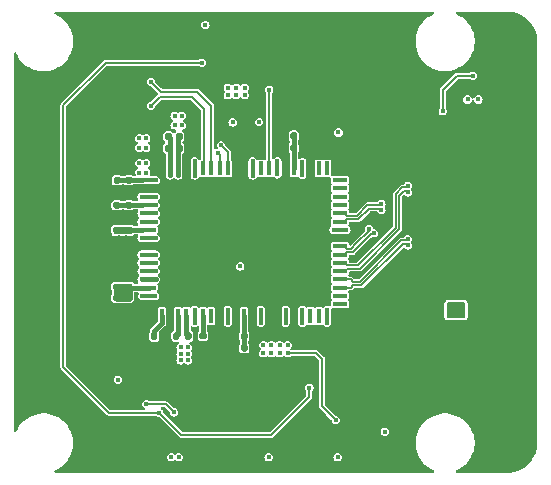
<source format=gbr>
G04 #@! TF.GenerationSoftware,KiCad,Pcbnew,8.0.4*
G04 #@! TF.CreationDate,2025-01-16T23:08:25-08:00*
G04 #@! TF.ProjectId,GMAX4002_MIPI_Breakout,474d4158-3430-4303-925f-4d4950495f42,rev?*
G04 #@! TF.SameCoordinates,Original*
G04 #@! TF.FileFunction,Copper,L4,Bot*
G04 #@! TF.FilePolarity,Positive*
%FSLAX46Y46*%
G04 Gerber Fmt 4.6, Leading zero omitted, Abs format (unit mm)*
G04 Created by KiCad (PCBNEW 8.0.4) date 2025-01-16 23:08:25*
%MOMM*%
%LPD*%
G01*
G04 APERTURE LIST*
G04 #@! TA.AperFunction,SMDPad,CuDef*
%ADD10R,0.400000X1.200000*%
G04 #@! TD*
G04 #@! TA.AperFunction,SMDPad,CuDef*
%ADD11R,1.200000X0.400000*%
G04 #@! TD*
G04 #@! TA.AperFunction,ViaPad*
%ADD12C,0.400000*%
G04 #@! TD*
G04 #@! TA.AperFunction,ViaPad*
%ADD13C,0.450000*%
G04 #@! TD*
G04 #@! TA.AperFunction,Conductor*
%ADD14C,0.200000*%
G04 #@! TD*
G04 #@! TA.AperFunction,Conductor*
%ADD15C,0.150000*%
G04 #@! TD*
G04 #@! TA.AperFunction,Conductor*
%ADD16C,0.100000*%
G04 #@! TD*
G04 #@! TA.AperFunction,Conductor*
%ADD17C,0.400000*%
G04 #@! TD*
G04 #@! TA.AperFunction,Conductor*
%ADD18C,0.560000*%
G04 #@! TD*
G04 APERTURE END LIST*
G04 #@! TO.P,C98,2*
G04 #@! TO.N,GND*
G04 #@! TA.AperFunction,SMDPad,CuDef*
G36*
G01*
X18820000Y-28280000D02*
X18820000Y-28620000D01*
G75*
G02*
X18680000Y-28760000I-140000J0D01*
G01*
X18400000Y-28760000D01*
G75*
G02*
X18260000Y-28620000I0J140000D01*
G01*
X18260000Y-28280000D01*
G75*
G02*
X18400000Y-28140000I140000J0D01*
G01*
X18680000Y-28140000D01*
G75*
G02*
X18820000Y-28280000I0J-140000D01*
G01*
G37*
G04 #@! TD.AperFunction*
G04 #@! TO.P,C98,1*
G04 #@! TO.N,VDDA*
G04 #@! TA.AperFunction,SMDPad,CuDef*
G36*
G01*
X19780000Y-28280000D02*
X19780000Y-28620000D01*
G75*
G02*
X19640000Y-28760000I-140000J0D01*
G01*
X19360000Y-28760000D01*
G75*
G02*
X19220000Y-28620000I0J140000D01*
G01*
X19220000Y-28280000D01*
G75*
G02*
X19360000Y-28140000I140000J0D01*
G01*
X19640000Y-28140000D01*
G75*
G02*
X19780000Y-28280000I0J-140000D01*
G01*
G37*
G04 #@! TD.AperFunction*
G04 #@! TD*
G04 #@! TO.P,C97,2*
G04 #@! TO.N,GND*
G04 #@! TA.AperFunction,SMDPad,CuDef*
G36*
G01*
X18820000Y-27280000D02*
X18820000Y-27620000D01*
G75*
G02*
X18680000Y-27760000I-140000J0D01*
G01*
X18400000Y-27760000D01*
G75*
G02*
X18260000Y-27620000I0J140000D01*
G01*
X18260000Y-27280000D01*
G75*
G02*
X18400000Y-27140000I140000J0D01*
G01*
X18680000Y-27140000D01*
G75*
G02*
X18820000Y-27280000I0J-140000D01*
G01*
G37*
G04 #@! TD.AperFunction*
G04 #@! TO.P,C97,1*
G04 #@! TO.N,VDDA*
G04 #@! TA.AperFunction,SMDPad,CuDef*
G36*
G01*
X19780000Y-27280000D02*
X19780000Y-27620000D01*
G75*
G02*
X19640000Y-27760000I-140000J0D01*
G01*
X19360000Y-27760000D01*
G75*
G02*
X19220000Y-27620000I0J140000D01*
G01*
X19220000Y-27280000D01*
G75*
G02*
X19360000Y-27140000I140000J0D01*
G01*
X19640000Y-27140000D01*
G75*
G02*
X19780000Y-27280000I0J-140000D01*
G01*
G37*
G04 #@! TD.AperFunction*
G04 #@! TD*
G04 #@! TO.P,C96,2*
G04 #@! TO.N,GND*
G04 #@! TA.AperFunction,SMDPad,CuDef*
G36*
G01*
X23000000Y-11330000D02*
X23000000Y-11670000D01*
G75*
G02*
X22860000Y-11810000I-140000J0D01*
G01*
X22580000Y-11810000D01*
G75*
G02*
X22440000Y-11670000I0J140000D01*
G01*
X22440000Y-11330000D01*
G75*
G02*
X22580000Y-11190000I140000J0D01*
G01*
X22860000Y-11190000D01*
G75*
G02*
X23000000Y-11330000I0J-140000D01*
G01*
G37*
G04 #@! TD.AperFunction*
G04 #@! TO.P,C96,1*
G04 #@! TO.N,VDDA*
G04 #@! TA.AperFunction,SMDPad,CuDef*
G36*
G01*
X23960000Y-11330000D02*
X23960000Y-11670000D01*
G75*
G02*
X23820000Y-11810000I-140000J0D01*
G01*
X23540000Y-11810000D01*
G75*
G02*
X23400000Y-11670000I0J140000D01*
G01*
X23400000Y-11330000D01*
G75*
G02*
X23540000Y-11190000I140000J0D01*
G01*
X23820000Y-11190000D01*
G75*
G02*
X23960000Y-11330000I0J-140000D01*
G01*
G37*
G04 #@! TD.AperFunction*
G04 #@! TD*
G04 #@! TO.P,C95,2*
G04 #@! TO.N,GND*
G04 #@! TA.AperFunction,SMDPad,CuDef*
G36*
G01*
X23000000Y-10330000D02*
X23000000Y-10670000D01*
G75*
G02*
X22860000Y-10810000I-140000J0D01*
G01*
X22580000Y-10810000D01*
G75*
G02*
X22440000Y-10670000I0J140000D01*
G01*
X22440000Y-10330000D01*
G75*
G02*
X22580000Y-10190000I140000J0D01*
G01*
X22860000Y-10190000D01*
G75*
G02*
X23000000Y-10330000I0J-140000D01*
G01*
G37*
G04 #@! TD.AperFunction*
G04 #@! TO.P,C95,1*
G04 #@! TO.N,VDDA*
G04 #@! TA.AperFunction,SMDPad,CuDef*
G36*
G01*
X23960000Y-10330000D02*
X23960000Y-10670000D01*
G75*
G02*
X23820000Y-10810000I-140000J0D01*
G01*
X23540000Y-10810000D01*
G75*
G02*
X23400000Y-10670000I0J140000D01*
G01*
X23400000Y-10330000D01*
G75*
G02*
X23540000Y-10190000I140000J0D01*
G01*
X23820000Y-10190000D01*
G75*
G02*
X23960000Y-10330000I0J-140000D01*
G01*
G37*
G04 #@! TD.AperFunction*
G04 #@! TD*
G04 #@! TO.P,C92,2*
G04 #@! TO.N,GND*
G04 #@! TA.AperFunction,SMDPad,CuDef*
G36*
G01*
X14680000Y-10720000D02*
X14680000Y-10380000D01*
G75*
G02*
X14820000Y-10240000I140000J0D01*
G01*
X15100000Y-10240000D01*
G75*
G02*
X15240000Y-10380000I0J-140000D01*
G01*
X15240000Y-10720000D01*
G75*
G02*
X15100000Y-10860000I-140000J0D01*
G01*
X14820000Y-10860000D01*
G75*
G02*
X14680000Y-10720000I0J140000D01*
G01*
G37*
G04 #@! TD.AperFunction*
G04 #@! TO.P,C92,1*
G04 #@! TO.N,VDDA*
G04 #@! TA.AperFunction,SMDPad,CuDef*
G36*
G01*
X13720000Y-10720000D02*
X13720000Y-10380000D01*
G75*
G02*
X13860000Y-10240000I140000J0D01*
G01*
X14140000Y-10240000D01*
G75*
G02*
X14280000Y-10380000I0J-140000D01*
G01*
X14280000Y-10720000D01*
G75*
G02*
X14140000Y-10860000I-140000J0D01*
G01*
X13860000Y-10860000D01*
G75*
G02*
X13720000Y-10720000I0J140000D01*
G01*
G37*
G04 #@! TD.AperFunction*
G04 #@! TD*
G04 #@! TO.P,C91,2*
G04 #@! TO.N,GND*
G04 #@! TA.AperFunction,SMDPad,CuDef*
G36*
G01*
X14680000Y-11720000D02*
X14680000Y-11380000D01*
G75*
G02*
X14820000Y-11240000I140000J0D01*
G01*
X15100000Y-11240000D01*
G75*
G02*
X15240000Y-11380000I0J-140000D01*
G01*
X15240000Y-11720000D01*
G75*
G02*
X15100000Y-11860000I-140000J0D01*
G01*
X14820000Y-11860000D01*
G75*
G02*
X14680000Y-11720000I0J140000D01*
G01*
G37*
G04 #@! TD.AperFunction*
G04 #@! TO.P,C91,1*
G04 #@! TO.N,VDDA*
G04 #@! TA.AperFunction,SMDPad,CuDef*
G36*
G01*
X13720000Y-11720000D02*
X13720000Y-11380000D01*
G75*
G02*
X13860000Y-11240000I140000J0D01*
G01*
X14140000Y-11240000D01*
G75*
G02*
X14280000Y-11380000I0J-140000D01*
G01*
X14280000Y-11720000D01*
G75*
G02*
X14140000Y-11860000I-140000J0D01*
G01*
X13860000Y-11860000D01*
G75*
G02*
X13720000Y-11720000I0J140000D01*
G01*
G37*
G04 #@! TD.AperFunction*
G04 #@! TD*
G04 #@! TO.P,C90,2*
G04 #@! TO.N,GND*
G04 #@! TA.AperFunction,SMDPad,CuDef*
G36*
G01*
X9530000Y-17050000D02*
X9870000Y-17050000D01*
G75*
G02*
X10010000Y-17190000I0J-140000D01*
G01*
X10010000Y-17470000D01*
G75*
G02*
X9870000Y-17610000I-140000J0D01*
G01*
X9530000Y-17610000D01*
G75*
G02*
X9390000Y-17470000I0J140000D01*
G01*
X9390000Y-17190000D01*
G75*
G02*
X9530000Y-17050000I140000J0D01*
G01*
G37*
G04 #@! TD.AperFunction*
G04 #@! TO.P,C90,1*
G04 #@! TO.N,VDDA*
G04 #@! TA.AperFunction,SMDPad,CuDef*
G36*
G01*
X9530000Y-16090000D02*
X9870000Y-16090000D01*
G75*
G02*
X10010000Y-16230000I0J-140000D01*
G01*
X10010000Y-16510000D01*
G75*
G02*
X9870000Y-16650000I-140000J0D01*
G01*
X9530000Y-16650000D01*
G75*
G02*
X9390000Y-16510000I0J140000D01*
G01*
X9390000Y-16230000D01*
G75*
G02*
X9530000Y-16090000I140000J0D01*
G01*
G37*
G04 #@! TD.AperFunction*
G04 #@! TD*
G04 #@! TO.P,C89,2*
G04 #@! TO.N,GND*
G04 #@! TA.AperFunction,SMDPad,CuDef*
G36*
G01*
X8530000Y-17050000D02*
X8870000Y-17050000D01*
G75*
G02*
X9010000Y-17190000I0J-140000D01*
G01*
X9010000Y-17470000D01*
G75*
G02*
X8870000Y-17610000I-140000J0D01*
G01*
X8530000Y-17610000D01*
G75*
G02*
X8390000Y-17470000I0J140000D01*
G01*
X8390000Y-17190000D01*
G75*
G02*
X8530000Y-17050000I140000J0D01*
G01*
G37*
G04 #@! TD.AperFunction*
G04 #@! TO.P,C89,1*
G04 #@! TO.N,VDDA*
G04 #@! TA.AperFunction,SMDPad,CuDef*
G36*
G01*
X8530000Y-16090000D02*
X8870000Y-16090000D01*
G75*
G02*
X9010000Y-16230000I0J-140000D01*
G01*
X9010000Y-16510000D01*
G75*
G02*
X8870000Y-16650000I-140000J0D01*
G01*
X8530000Y-16650000D01*
G75*
G02*
X8390000Y-16510000I0J140000D01*
G01*
X8390000Y-16230000D01*
G75*
G02*
X8530000Y-16090000I140000J0D01*
G01*
G37*
G04 #@! TD.AperFunction*
G04 #@! TD*
G04 #@! TO.P,C88,2*
G04 #@! TO.N,GND*
G04 #@! TA.AperFunction,SMDPad,CuDef*
G36*
G01*
X9530000Y-14930000D02*
X9870000Y-14930000D01*
G75*
G02*
X10010000Y-15070000I0J-140000D01*
G01*
X10010000Y-15350000D01*
G75*
G02*
X9870000Y-15490000I-140000J0D01*
G01*
X9530000Y-15490000D01*
G75*
G02*
X9390000Y-15350000I0J140000D01*
G01*
X9390000Y-15070000D01*
G75*
G02*
X9530000Y-14930000I140000J0D01*
G01*
G37*
G04 #@! TD.AperFunction*
G04 #@! TO.P,C88,1*
G04 #@! TO.N,VDDA*
G04 #@! TA.AperFunction,SMDPad,CuDef*
G36*
G01*
X9530000Y-13970000D02*
X9870000Y-13970000D01*
G75*
G02*
X10010000Y-14110000I0J-140000D01*
G01*
X10010000Y-14390000D01*
G75*
G02*
X9870000Y-14530000I-140000J0D01*
G01*
X9530000Y-14530000D01*
G75*
G02*
X9390000Y-14390000I0J140000D01*
G01*
X9390000Y-14110000D01*
G75*
G02*
X9530000Y-13970000I140000J0D01*
G01*
G37*
G04 #@! TD.AperFunction*
G04 #@! TD*
G04 #@! TO.P,C87,2*
G04 #@! TO.N,GND*
G04 #@! TA.AperFunction,SMDPad,CuDef*
G36*
G01*
X8570000Y-14930000D02*
X8910000Y-14930000D01*
G75*
G02*
X9050000Y-15070000I0J-140000D01*
G01*
X9050000Y-15350000D01*
G75*
G02*
X8910000Y-15490000I-140000J0D01*
G01*
X8570000Y-15490000D01*
G75*
G02*
X8430000Y-15350000I0J140000D01*
G01*
X8430000Y-15070000D01*
G75*
G02*
X8570000Y-14930000I140000J0D01*
G01*
G37*
G04 #@! TD.AperFunction*
G04 #@! TO.P,C87,1*
G04 #@! TO.N,VDDA*
G04 #@! TA.AperFunction,SMDPad,CuDef*
G36*
G01*
X8570000Y-13970000D02*
X8910000Y-13970000D01*
G75*
G02*
X9050000Y-14110000I0J-140000D01*
G01*
X9050000Y-14390000D01*
G75*
G02*
X8910000Y-14530000I-140000J0D01*
G01*
X8570000Y-14530000D01*
G75*
G02*
X8430000Y-14390000I0J140000D01*
G01*
X8430000Y-14110000D01*
G75*
G02*
X8570000Y-13970000I140000J0D01*
G01*
G37*
G04 #@! TD.AperFunction*
G04 #@! TD*
G04 #@! TO.P,C66,2*
G04 #@! TO.N,GND*
G04 #@! TA.AperFunction,SMDPad,CuDef*
G36*
G01*
X9530000Y-24880000D02*
X9870000Y-24880000D01*
G75*
G02*
X10010000Y-25020000I0J-140000D01*
G01*
X10010000Y-25300000D01*
G75*
G02*
X9870000Y-25440000I-140000J0D01*
G01*
X9530000Y-25440000D01*
G75*
G02*
X9390000Y-25300000I0J140000D01*
G01*
X9390000Y-25020000D01*
G75*
G02*
X9530000Y-24880000I140000J0D01*
G01*
G37*
G04 #@! TD.AperFunction*
G04 #@! TO.P,C66,1*
G04 #@! TO.N,VCPNO*
G04 #@! TA.AperFunction,SMDPad,CuDef*
G36*
G01*
X9530000Y-23920000D02*
X9870000Y-23920000D01*
G75*
G02*
X10010000Y-24060000I0J-140000D01*
G01*
X10010000Y-24340000D01*
G75*
G02*
X9870000Y-24480000I-140000J0D01*
G01*
X9530000Y-24480000D01*
G75*
G02*
X9390000Y-24340000I0J140000D01*
G01*
X9390000Y-24060000D01*
G75*
G02*
X9530000Y-23920000I140000J0D01*
G01*
G37*
G04 #@! TD.AperFunction*
G04 #@! TD*
G04 #@! TO.P,C58,2*
G04 #@! TO.N,GND*
G04 #@! TA.AperFunction,SMDPad,CuDef*
G36*
G01*
X9870000Y-22600000D02*
X9530000Y-22600000D01*
G75*
G02*
X9390000Y-22460000I0J140000D01*
G01*
X9390000Y-22180000D01*
G75*
G02*
X9530000Y-22040000I140000J0D01*
G01*
X9870000Y-22040000D01*
G75*
G02*
X10010000Y-22180000I0J-140000D01*
G01*
X10010000Y-22460000D01*
G75*
G02*
X9870000Y-22600000I-140000J0D01*
G01*
G37*
G04 #@! TD.AperFunction*
G04 #@! TO.P,C58,1*
G04 #@! TO.N,VCPNO*
G04 #@! TA.AperFunction,SMDPad,CuDef*
G36*
G01*
X9870000Y-23560000D02*
X9530000Y-23560000D01*
G75*
G02*
X9390000Y-23420000I0J140000D01*
G01*
X9390000Y-23140000D01*
G75*
G02*
X9530000Y-23000000I140000J0D01*
G01*
X9870000Y-23000000D01*
G75*
G02*
X10010000Y-23140000I0J-140000D01*
G01*
X10010000Y-23420000D01*
G75*
G02*
X9870000Y-23560000I-140000J0D01*
G01*
G37*
G04 #@! TD.AperFunction*
G04 #@! TD*
G04 #@! TO.P,C34,1*
G04 #@! TO.N,VTX1H*
G04 #@! TA.AperFunction,SMDPad,CuDef*
G36*
G01*
X9530000Y-18170000D02*
X9870000Y-18170000D01*
G75*
G02*
X10010000Y-18310000I0J-140000D01*
G01*
X10010000Y-18590000D01*
G75*
G02*
X9870000Y-18730000I-140000J0D01*
G01*
X9530000Y-18730000D01*
G75*
G02*
X9390000Y-18590000I0J140000D01*
G01*
X9390000Y-18310000D01*
G75*
G02*
X9530000Y-18170000I140000J0D01*
G01*
G37*
G04 #@! TD.AperFunction*
G04 #@! TO.P,C34,2*
G04 #@! TO.N,GND*
G04 #@! TA.AperFunction,SMDPad,CuDef*
G36*
G01*
X9530000Y-19130000D02*
X9870000Y-19130000D01*
G75*
G02*
X10010000Y-19270000I0J-140000D01*
G01*
X10010000Y-19550000D01*
G75*
G02*
X9870000Y-19690000I-140000J0D01*
G01*
X9530000Y-19690000D01*
G75*
G02*
X9390000Y-19550000I0J140000D01*
G01*
X9390000Y-19270000D01*
G75*
G02*
X9530000Y-19130000I140000J0D01*
G01*
G37*
G04 #@! TD.AperFunction*
G04 #@! TD*
D10*
G04 #@! TO.P,U1,74,VRS*
G04 #@! TO.N,Net-(U1-VRS)*
X12500000Y-25750000D03*
G04 #@! TO.P,U1,73,GNDA*
G04 #@! TO.N,GND*
X13200000Y-25750000D03*
G04 #@! TO.P,U1,72,GNDRES*
G04 #@! TO.N,Net-(U1-GNDRES)*
X13900000Y-25750000D03*
G04 #@! TO.P,U1,71,RES_EXT_NODE_P*
G04 #@! TO.N,Net-(U1-RES_EXT_NODE_P)*
X14600000Y-25750000D03*
G04 #@! TO.P,U1,70,VDDA*
G04 #@! TO.N,VDDA*
X15300000Y-25750000D03*
G04 #@! TO.P,U1,69,VREF*
G04 #@! TO.N,Net-(U1-VREF)*
X16000000Y-25750000D03*
G04 #@! TO.P,U1,68,NC*
G04 #@! TO.N,unconnected-(U1-NC-Pad68)*
X16700000Y-25750000D03*
G04 #@! TO.P,U1,67,GND*
G04 #@! TO.N,GND*
X17400000Y-25750000D03*
G04 #@! TO.P,U1,66,VDD*
G04 #@! TO.N,VDD*
X18100000Y-25750000D03*
G04 #@! TO.P,U1,65,GNDA*
G04 #@! TO.N,GND*
X18800000Y-25750000D03*
G04 #@! TO.P,U1,64,VDDA*
G04 #@! TO.N,VDDA*
X19500000Y-25750000D03*
G04 #@! TO.P,U1,63,GND*
G04 #@! TO.N,GND*
X20200000Y-25750000D03*
G04 #@! TO.P,U1,62,VDD*
G04 #@! TO.N,VDD*
X20900000Y-25750000D03*
G04 #@! TO.P,U1,61,GNDA*
G04 #@! TO.N,GND*
X21600000Y-25750000D03*
G04 #@! TO.P,U1,60,GND*
X22300000Y-25750000D03*
G04 #@! TO.P,U1,59,VDD*
G04 #@! TO.N,VDD*
X23000000Y-25750000D03*
G04 #@! TO.P,U1,58,GND*
G04 #@! TO.N,GND*
X23700000Y-25750000D03*
G04 #@! TO.P,U1,57,VDD*
G04 #@! TO.N,VDD*
X24400000Y-25750000D03*
G04 #@! TO.P,U1,56,OUTP_6*
G04 #@! TO.N,unconnected-(U1-OUTP_6-Pad56)*
X25100000Y-25750000D03*
G04 #@! TO.P,U1,55,OUTN_6*
G04 #@! TO.N,unconnected-(U1-OUTN_6-Pad55)*
X25800000Y-25750000D03*
G04 #@! TO.P,U1,54,VDD*
G04 #@! TO.N,VDD*
X26500000Y-25750000D03*
D11*
G04 #@! TO.P,U1,53,OUTP_4*
G04 #@! TO.N,unconnected-(U1-OUTP_4-Pad53)*
X27600000Y-24750000D03*
G04 #@! TO.P,U1,52,OUTN_4*
G04 #@! TO.N,unconnected-(U1-OUTN_4-Pad52)*
X27600000Y-24050000D03*
G04 #@! TO.P,U1,51,OUTP_2*
G04 #@! TO.N,CAM_D2_P*
X27600000Y-23350000D03*
G04 #@! TO.P,U1,50,OUTN_2*
G04 #@! TO.N,CAM_D2_N*
X27600000Y-22650000D03*
G04 #@! TO.P,U1,49,OUTP_0*
G04 #@! TO.N,CAM_D0_P*
X27600000Y-21950000D03*
G04 #@! TO.P,U1,48,OUTN_0*
G04 #@! TO.N,CAM_D0_N*
X27600000Y-21250000D03*
G04 #@! TO.P,U1,47,CLKP_OUT*
G04 #@! TO.N,CAM_CLK_P*
X27600000Y-20550000D03*
G04 #@! TO.P,U1,46,CLKN_OUT*
G04 #@! TO.N,CAM_CLK_N*
X27600000Y-19850000D03*
G04 #@! TO.P,U1,45,GND*
G04 #@! TO.N,GND*
X27600000Y-19150000D03*
G04 #@! TO.P,U1,44,VDD*
G04 #@! TO.N,VDD*
X27600000Y-18450000D03*
G04 #@! TO.P,U1,43,OUTP_1*
G04 #@! TO.N,CAM_D1_P*
X27600000Y-17750000D03*
G04 #@! TO.P,U1,42,OUTN_1*
G04 #@! TO.N,CAM_D1_N*
X27600000Y-17050000D03*
G04 #@! TO.P,U1,41,OUTP_3*
G04 #@! TO.N,CAM_D3_P*
X27600000Y-16350000D03*
G04 #@! TO.P,U1,40,OUTN_3*
G04 #@! TO.N,CAM_D3_N*
X27600000Y-15650000D03*
G04 #@! TO.P,U1,39,OUTP_5*
G04 #@! TO.N,unconnected-(U1-OUTP_5-Pad39)*
X27600000Y-14950000D03*
G04 #@! TO.P,U1,38,OUTN_5*
G04 #@! TO.N,unconnected-(U1-OUTN_5-Pad38)*
X27600000Y-14250000D03*
D10*
G04 #@! TO.P,U1,37,OUTP_7*
G04 #@! TO.N,unconnected-(U1-OUTP_7-Pad37)*
X26500000Y-13250000D03*
G04 #@! TO.P,U1,36,OUTN_7*
G04 #@! TO.N,unconnected-(U1-OUTN_7-Pad36)*
X25800000Y-13250000D03*
G04 #@! TO.P,U1,35,GND*
G04 #@! TO.N,GND*
X25100000Y-13250000D03*
G04 #@! TO.P,U1,34,VDD*
G04 #@! TO.N,VDD*
X24400000Y-13250000D03*
G04 #@! TO.P,U1,33,VDDA*
G04 #@! TO.N,VDDA*
X23700000Y-13250000D03*
G04 #@! TO.P,U1,32,GNDA*
G04 #@! TO.N,GND*
X23000000Y-13250000D03*
G04 #@! TO.P,U1,31,VDDA*
G04 #@! TO.N,VDDA*
X22300000Y-13250000D03*
G04 #@! TO.P,U1,30,SYS_RST_N*
G04 #@! TO.N,Net-(U1-SYS_RST_N)*
X21600000Y-13250000D03*
G04 #@! TO.P,U1,29,CLK_REF*
G04 #@! TO.N,CLOCK*
X20900000Y-13250000D03*
G04 #@! TO.P,U1,28,VDDIO*
G04 #@! TO.N,VDDIO*
X20200000Y-13250000D03*
G04 #@! TO.P,U1,27,GNDA*
G04 #@! TO.N,GND*
X19500000Y-13250000D03*
G04 #@! TO.P,U1,26,SLAMODE*
X18800000Y-13250000D03*
G04 #@! TO.P,U1,25,SCL*
G04 #@! TO.N,SCL_1V8*
X18100000Y-13250000D03*
G04 #@! TO.P,U1,24,SDA*
G04 #@! TO.N,SDA_1V8*
X17400000Y-13250000D03*
G04 #@! TO.P,U1,23,TDIG*
G04 #@! TO.N,Net-(U1-TDIG)*
X16700000Y-13250000D03*
G04 #@! TO.P,U1,22,TEXP*
G04 #@! TO.N,Net-(U1-TEXP)*
X16000000Y-13250000D03*
G04 #@! TO.P,U1,21,VDDIO*
G04 #@! TO.N,VDDIO*
X15300000Y-13250000D03*
G04 #@! TO.P,U1,20,GND*
G04 #@! TO.N,GND*
X14600000Y-13250000D03*
G04 #@! TO.P,U1,19,VDDA*
G04 #@! TO.N,VDDA*
X13900000Y-13250000D03*
G04 #@! TO.P,U1,18,VDD*
G04 #@! TO.N,VDD*
X13200000Y-13250000D03*
G04 #@! TO.P,U1,17,GND*
G04 #@! TO.N,GND*
X12500000Y-13250000D03*
D11*
G04 #@! TO.P,U1,16,VDDA*
G04 #@! TO.N,VDDA*
X11400000Y-14250000D03*
G04 #@! TO.P,U1,15,GNDA*
G04 #@! TO.N,GND*
X11400000Y-14950000D03*
G04 #@! TO.P,U1,14,VCPPO*
G04 #@! TO.N,VCPPO*
X11400000Y-15650000D03*
G04 #@! TO.P,U1,13,VDDA*
G04 #@! TO.N,VDDA*
X11400000Y-16350000D03*
G04 #@! TO.P,U1,12,VCPPI*
G04 #@! TO.N,VCPPI*
X11400000Y-17050000D03*
G04 #@! TO.P,U1,11,VGRSTH*
G04 #@! TO.N,VGRSTH*
X11400000Y-17750000D03*
G04 #@! TO.P,U1,10,VTX1H*
G04 #@! TO.N,VTX1H*
X11400000Y-18450000D03*
G04 #@! TO.P,U1,9,VTX2H*
G04 #@! TO.N,VTX2H*
X11400000Y-19150000D03*
G04 #@! TO.P,U1,8,GNDA*
G04 #@! TO.N,GND*
X11400000Y-19850000D03*
G04 #@! TO.P,U1,7,VTX1L*
G04 #@! TO.N,VTX1L*
X11400000Y-20550000D03*
G04 #@! TO.P,U1,6,VTX2L*
G04 #@! TO.N,VTX2L*
X11400000Y-21250000D03*
G04 #@! TO.P,U1,5,VGRSTL*
G04 #@! TO.N,VGRSTL*
X11400000Y-21950000D03*
G04 #@! TO.P,U1,4,VCPNI*
G04 #@! TO.N,VCPNI*
X11400000Y-22650000D03*
G04 #@! TO.P,U1,3,VCPNO*
G04 #@! TO.N,VCPNO*
X11400000Y-23350000D03*
G04 #@! TO.P,U1,2,VDD*
G04 #@! TO.N,VDD*
X11400000Y-24050000D03*
G04 #@! TO.P,U1,1,GND*
G04 #@! TO.N,GND*
X11400000Y-24750000D03*
G04 #@! TD*
G04 #@! TO.P,R1,2*
G04 #@! TO.N,Net-(U1-GNDRES)*
G04 #@! TA.AperFunction,SMDPad,CuDef*
G36*
G01*
X14010000Y-27265000D02*
X14010000Y-27635000D01*
G75*
G02*
X13875000Y-27770000I-135000J0D01*
G01*
X13605000Y-27770000D01*
G75*
G02*
X13470000Y-27635000I0J135000D01*
G01*
X13470000Y-27265000D01*
G75*
G02*
X13605000Y-27130000I135000J0D01*
G01*
X13875000Y-27130000D01*
G75*
G02*
X14010000Y-27265000I0J-135000D01*
G01*
G37*
G04 #@! TD.AperFunction*
G04 #@! TO.P,R1,1*
G04 #@! TO.N,Net-(U1-RES_EXT_NODE_P)*
G04 #@! TA.AperFunction,SMDPad,CuDef*
G36*
G01*
X15030000Y-27265000D02*
X15030000Y-27635000D01*
G75*
G02*
X14895000Y-27770000I-135000J0D01*
G01*
X14625000Y-27770000D01*
G75*
G02*
X14490000Y-27635000I0J135000D01*
G01*
X14490000Y-27265000D01*
G75*
G02*
X14625000Y-27130000I135000J0D01*
G01*
X14895000Y-27130000D01*
G75*
G02*
X15030000Y-27265000I0J-135000D01*
G01*
G37*
G04 #@! TD.AperFunction*
G04 #@! TD*
G04 #@! TO.P,C68,2*
G04 #@! TO.N,GND*
G04 #@! TA.AperFunction,SMDPad,CuDef*
G36*
G01*
X12540000Y-27620000D02*
X12540000Y-27280000D01*
G75*
G02*
X12680000Y-27140000I140000J0D01*
G01*
X12960000Y-27140000D01*
G75*
G02*
X13100000Y-27280000I0J-140000D01*
G01*
X13100000Y-27620000D01*
G75*
G02*
X12960000Y-27760000I-140000J0D01*
G01*
X12680000Y-27760000D01*
G75*
G02*
X12540000Y-27620000I0J140000D01*
G01*
G37*
G04 #@! TD.AperFunction*
G04 #@! TO.P,C68,1*
G04 #@! TO.N,Net-(U1-VRS)*
G04 #@! TA.AperFunction,SMDPad,CuDef*
G36*
G01*
X11580000Y-27620000D02*
X11580000Y-27280000D01*
G75*
G02*
X11720000Y-27140000I140000J0D01*
G01*
X12000000Y-27140000D01*
G75*
G02*
X12140000Y-27280000I0J-140000D01*
G01*
X12140000Y-27620000D01*
G75*
G02*
X12000000Y-27760000I-140000J0D01*
G01*
X11720000Y-27760000D01*
G75*
G02*
X11580000Y-27620000I0J140000D01*
G01*
G37*
G04 #@! TD.AperFunction*
G04 #@! TD*
G04 #@! TO.P,C67,2*
G04 #@! TO.N,GND*
G04 #@! TA.AperFunction,SMDPad,CuDef*
G36*
G01*
X15830000Y-28100000D02*
X16170000Y-28100000D01*
G75*
G02*
X16310000Y-28240000I0J-140000D01*
G01*
X16310000Y-28520000D01*
G75*
G02*
X16170000Y-28660000I-140000J0D01*
G01*
X15830000Y-28660000D01*
G75*
G02*
X15690000Y-28520000I0J140000D01*
G01*
X15690000Y-28240000D01*
G75*
G02*
X15830000Y-28100000I140000J0D01*
G01*
G37*
G04 #@! TD.AperFunction*
G04 #@! TO.P,C67,1*
G04 #@! TO.N,Net-(U1-VREF)*
G04 #@! TA.AperFunction,SMDPad,CuDef*
G36*
G01*
X15830000Y-27140000D02*
X16170000Y-27140000D01*
G75*
G02*
X16310000Y-27280000I0J-140000D01*
G01*
X16310000Y-27560000D01*
G75*
G02*
X16170000Y-27700000I-140000J0D01*
G01*
X15830000Y-27700000D01*
G75*
G02*
X15690000Y-27560000I0J140000D01*
G01*
X15690000Y-27280000D01*
G75*
G02*
X15830000Y-27140000I140000J0D01*
G01*
G37*
G04 #@! TD.AperFunction*
G04 #@! TD*
G04 #@! TO.P,C62,2*
G04 #@! TO.N,GND*
G04 #@! TA.AperFunction,SMDPad,CuDef*
G36*
G01*
X8530000Y-24880000D02*
X8870000Y-24880000D01*
G75*
G02*
X9010000Y-25020000I0J-140000D01*
G01*
X9010000Y-25300000D01*
G75*
G02*
X8870000Y-25440000I-140000J0D01*
G01*
X8530000Y-25440000D01*
G75*
G02*
X8390000Y-25300000I0J140000D01*
G01*
X8390000Y-25020000D01*
G75*
G02*
X8530000Y-24880000I140000J0D01*
G01*
G37*
G04 #@! TD.AperFunction*
G04 #@! TO.P,C62,1*
G04 #@! TO.N,VCPNO*
G04 #@! TA.AperFunction,SMDPad,CuDef*
G36*
G01*
X8530000Y-23920000D02*
X8870000Y-23920000D01*
G75*
G02*
X9010000Y-24060000I0J-140000D01*
G01*
X9010000Y-24340000D01*
G75*
G02*
X8870000Y-24480000I-140000J0D01*
G01*
X8530000Y-24480000D01*
G75*
G02*
X8390000Y-24340000I0J140000D01*
G01*
X8390000Y-24060000D01*
G75*
G02*
X8530000Y-23920000I140000J0D01*
G01*
G37*
G04 #@! TD.AperFunction*
G04 #@! TD*
G04 #@! TO.P,C54,2*
G04 #@! TO.N,GND*
G04 #@! TA.AperFunction,SMDPad,CuDef*
G36*
G01*
X8870000Y-22600000D02*
X8530000Y-22600000D01*
G75*
G02*
X8390000Y-22460000I0J140000D01*
G01*
X8390000Y-22180000D01*
G75*
G02*
X8530000Y-22040000I140000J0D01*
G01*
X8870000Y-22040000D01*
G75*
G02*
X9010000Y-22180000I0J-140000D01*
G01*
X9010000Y-22460000D01*
G75*
G02*
X8870000Y-22600000I-140000J0D01*
G01*
G37*
G04 #@! TD.AperFunction*
G04 #@! TO.P,C54,1*
G04 #@! TO.N,VCPNO*
G04 #@! TA.AperFunction,SMDPad,CuDef*
G36*
G01*
X8870000Y-23560000D02*
X8530000Y-23560000D01*
G75*
G02*
X8390000Y-23420000I0J140000D01*
G01*
X8390000Y-23140000D01*
G75*
G02*
X8530000Y-23000000I140000J0D01*
G01*
X8870000Y-23000000D01*
G75*
G02*
X9010000Y-23140000I0J-140000D01*
G01*
X9010000Y-23420000D01*
G75*
G02*
X8870000Y-23560000I-140000J0D01*
G01*
G37*
G04 #@! TD.AperFunction*
G04 #@! TD*
G04 #@! TO.P,C33,1*
G04 #@! TO.N,VTX1H*
G04 #@! TA.AperFunction,SMDPad,CuDef*
G36*
G01*
X8530000Y-18170000D02*
X8870000Y-18170000D01*
G75*
G02*
X9010000Y-18310000I0J-140000D01*
G01*
X9010000Y-18590000D01*
G75*
G02*
X8870000Y-18730000I-140000J0D01*
G01*
X8530000Y-18730000D01*
G75*
G02*
X8390000Y-18590000I0J140000D01*
G01*
X8390000Y-18310000D01*
G75*
G02*
X8530000Y-18170000I140000J0D01*
G01*
G37*
G04 #@! TD.AperFunction*
G04 #@! TO.P,C33,2*
G04 #@! TO.N,GND*
G04 #@! TA.AperFunction,SMDPad,CuDef*
G36*
G01*
X8530000Y-19130000D02*
X8870000Y-19130000D01*
G75*
G02*
X9010000Y-19270000I0J-140000D01*
G01*
X9010000Y-19550000D01*
G75*
G02*
X8870000Y-19690000I-140000J0D01*
G01*
X8530000Y-19690000D01*
G75*
G02*
X8390000Y-19550000I0J140000D01*
G01*
X8390000Y-19270000D01*
G75*
G02*
X8530000Y-19130000I140000J0D01*
G01*
G37*
G04 #@! TD.AperFunction*
G04 #@! TD*
G04 #@! TO.P,C4,2*
G04 #@! TO.N,GND*
G04 #@! TA.AperFunction,SMDPad,CuDef*
G36*
G01*
X12400000Y-10380000D02*
X12400000Y-10720000D01*
G75*
G02*
X12260000Y-10860000I-140000J0D01*
G01*
X11980000Y-10860000D01*
G75*
G02*
X11840000Y-10720000I0J140000D01*
G01*
X11840000Y-10380000D01*
G75*
G02*
X11980000Y-10240000I140000J0D01*
G01*
X12260000Y-10240000D01*
G75*
G02*
X12400000Y-10380000I0J-140000D01*
G01*
G37*
G04 #@! TD.AperFunction*
G04 #@! TO.P,C4,1*
G04 #@! TO.N,VDD*
G04 #@! TA.AperFunction,SMDPad,CuDef*
G36*
G01*
X13360000Y-10380000D02*
X13360000Y-10720000D01*
G75*
G02*
X13220000Y-10860000I-140000J0D01*
G01*
X12940000Y-10860000D01*
G75*
G02*
X12800000Y-10720000I0J140000D01*
G01*
X12800000Y-10380000D01*
G75*
G02*
X12940000Y-10240000I140000J0D01*
G01*
X13220000Y-10240000D01*
G75*
G02*
X13360000Y-10380000I0J-140000D01*
G01*
G37*
G04 #@! TD.AperFunction*
G04 #@! TD*
G04 #@! TO.P,C3,2*
G04 #@! TO.N,GND*
G04 #@! TA.AperFunction,SMDPad,CuDef*
G36*
G01*
X12400000Y-11380000D02*
X12400000Y-11720000D01*
G75*
G02*
X12260000Y-11860000I-140000J0D01*
G01*
X11980000Y-11860000D01*
G75*
G02*
X11840000Y-11720000I0J140000D01*
G01*
X11840000Y-11380000D01*
G75*
G02*
X11980000Y-11240000I140000J0D01*
G01*
X12260000Y-11240000D01*
G75*
G02*
X12400000Y-11380000I0J-140000D01*
G01*
G37*
G04 #@! TD.AperFunction*
G04 #@! TO.P,C3,1*
G04 #@! TO.N,VDD*
G04 #@! TA.AperFunction,SMDPad,CuDef*
G36*
G01*
X13360000Y-11380000D02*
X13360000Y-11720000D01*
G75*
G02*
X13220000Y-11860000I-140000J0D01*
G01*
X12940000Y-11860000D01*
G75*
G02*
X12800000Y-11720000I0J140000D01*
G01*
X12800000Y-11380000D01*
G75*
G02*
X12940000Y-11240000I140000J0D01*
G01*
X13220000Y-11240000D01*
G75*
G02*
X13360000Y-11380000I0J-140000D01*
G01*
G37*
G04 #@! TD.AperFunction*
G04 #@! TD*
D12*
G04 #@! TO.N,GND*
X16000000Y-28400000D03*
X17900000Y-17850000D03*
X18500000Y-17850000D03*
X17900000Y-16850000D03*
X18500000Y-16850000D03*
X17900000Y-15800000D03*
X18500000Y-15800000D03*
X18500000Y-14800000D03*
X17900000Y-14800000D03*
X27450000Y-5900000D03*
X27450000Y-7350000D03*
X21050000Y-10250000D03*
X18500000Y-11000000D03*
G04 #@! TO.N,VDDIO*
X18500000Y-9350000D03*
X20750000Y-9325000D03*
G04 #@! TO.N,GND*
X32750000Y-37650000D03*
X11600000Y-2350000D03*
X29800000Y-17800000D03*
X30400000Y-19350000D03*
X30650000Y-17300000D03*
X30750000Y-15650000D03*
X33750000Y-18700000D03*
X33750000Y-20250000D03*
G04 #@! TO.N,CAM_D1_P*
X31100000Y-16775000D03*
G04 #@! TO.N,CAM_D1_N*
X31100000Y-16225000D03*
G04 #@! TO.N,CAM_D0_P*
X33350000Y-15275000D03*
G04 #@! TO.N,CAM_D0_N*
X33350000Y-14725000D03*
G04 #@! TO.N,CAM_CLK_N*
X30055545Y-18355545D03*
G04 #@! TO.N,CAM_CLK_P*
X30444455Y-18744455D03*
G04 #@! TO.N,CAM_D2_N*
X33350000Y-19225000D03*
G04 #@! TO.N,CAM_D2_P*
X33350000Y-19775000D03*
G04 #@! TO.N,+5V*
X13950000Y-37700000D03*
G04 #@! TO.N,GND*
X9850000Y-14950000D03*
X8900000Y-14950000D03*
X8900000Y-17100000D03*
X9800000Y-17100000D03*
X9700000Y-19600000D03*
X8700000Y-19610000D03*
X11700000Y-25400000D03*
X8800000Y-33200000D03*
G04 #@! TO.N,VDD*
X19150000Y-21550000D03*
G04 #@! TO.N,VDDA*
X8800000Y-31150000D03*
G04 #@! TO.N,+5V*
X27400000Y-37700000D03*
G04 #@! TO.N,GND*
X36350000Y-23250000D03*
X38450000Y-23250000D03*
X35350000Y-14200000D03*
X35350000Y-15750000D03*
X35350000Y-17250000D03*
X35350000Y-18750000D03*
X35350000Y-20200000D03*
X35350000Y-21800000D03*
X38450000Y-21750000D03*
X38400000Y-20250000D03*
X38400000Y-18750000D03*
X38400000Y-17250000D03*
X38400000Y-15750000D03*
X38400000Y-14250000D03*
X41000000Y-36700000D03*
X41000000Y-35500000D03*
X42000000Y-36700000D03*
X42000000Y-35500000D03*
X42000000Y-30200000D03*
X41000000Y-30200000D03*
X42000000Y-29000000D03*
X41000000Y-29000000D03*
X39100000Y-31500000D03*
X38100000Y-31500000D03*
X39100000Y-32300000D03*
X38100000Y-32300000D03*
X39800000Y-26000000D03*
X41500000Y-26000000D03*
X39800000Y-27300000D03*
X41500000Y-27300000D03*
X39800000Y-11700000D03*
X39800000Y-13000000D03*
X41500000Y-13000000D03*
X41500000Y-11700000D03*
D13*
G04 #@! TO.N,+3V3*
X27450000Y-10200000D03*
X39300000Y-7400000D03*
X38400000Y-7400000D03*
X37100000Y-25500000D03*
X37800000Y-25500000D03*
X37100000Y-24850000D03*
X37800000Y-24850000D03*
D12*
G04 #@! TO.N,GND*
X39300000Y-8400000D03*
X38400000Y-8400000D03*
X42200000Y-3800000D03*
X42200000Y-4400000D03*
X43300000Y-3800000D03*
X43300000Y-4400000D03*
X43300000Y-9400000D03*
X43300000Y-10000000D03*
X42200000Y-10000000D03*
X42200000Y-9400000D03*
G04 #@! TO.N,SCL_3V3*
X38850000Y-5400000D03*
X36300000Y-8400000D03*
G04 #@! TO.N,VDD*
X22500000Y-28900000D03*
X21800000Y-28900000D03*
X23200000Y-28900000D03*
X21100000Y-28900000D03*
X23200000Y-28200000D03*
X22500000Y-28200000D03*
X21800000Y-28200000D03*
X21100000Y-28200000D03*
G04 #@! TO.N,VDDA*
X14700000Y-29500000D03*
X14700000Y-28950000D03*
X14700000Y-28400000D03*
X14100000Y-29500000D03*
X14100000Y-28950000D03*
X14100000Y-28400000D03*
G04 #@! TO.N,GND*
X28410000Y-10750000D03*
X27680000Y-5260200D03*
X16000000Y-2400000D03*
X16400000Y-2800000D03*
X16850000Y-3900000D03*
X16850000Y-4700000D03*
G04 #@! TO.N,CAM_EN*
X15900000Y-4300000D03*
G04 #@! TO.N,Net-(U1-TEXP)*
X11600000Y-7950000D03*
G04 #@! TO.N,Net-(U1-TDIG)*
X11600000Y-5900000D03*
G04 #@! TO.N,VDDIO*
X18100000Y-6400000D03*
X18100000Y-7050000D03*
X18800000Y-6400000D03*
X18800000Y-7050000D03*
X19550000Y-7050000D03*
X19550000Y-6400000D03*
G04 #@! TO.N,GND*
X7100000Y-27000000D03*
X8050000Y-26500000D03*
X9100000Y-27000000D03*
X10050000Y-26500000D03*
X10050000Y-27000000D03*
X9100000Y-26500000D03*
X8050000Y-27000000D03*
X7100000Y-26500000D03*
X10550000Y-28400000D03*
X24050000Y-32250000D03*
X24050000Y-31350000D03*
X24750000Y-30200000D03*
X24300000Y-29700000D03*
X30000000Y-32750000D03*
X30000000Y-31600000D03*
X30000000Y-32187500D03*
X28600000Y-32850000D03*
X28600000Y-32200000D03*
X28600000Y-31550000D03*
X27272500Y-31800000D03*
X27300000Y-33100000D03*
X24900000Y-36350000D03*
X24450000Y-35850000D03*
X11300000Y-34750000D03*
X14950000Y-34450000D03*
X15400000Y-34950000D03*
X15400000Y-32550000D03*
X14900000Y-32100000D03*
X13600000Y-32000000D03*
X12000000Y-32000000D03*
X12800000Y-32000000D03*
G04 #@! TO.N,Net-(U5-SS_CTRL)*
X11200000Y-33200000D03*
X13550000Y-33900000D03*
G04 #@! TO.N,CAM_EN*
X12300000Y-33950000D03*
G04 #@! TO.N,+5V*
X13300000Y-37700000D03*
G04 #@! TO.N,VDD*
X27242500Y-34550000D03*
G04 #@! TO.N,GND*
X30800000Y-34637500D03*
X32000000Y-34637500D03*
X31400000Y-34637500D03*
X13050000Y-36800000D03*
X14250000Y-36800000D03*
X13650000Y-36800000D03*
G04 #@! TO.N,CAM_EN*
X25012500Y-31812500D03*
G04 #@! TO.N,+5V*
X21550000Y-37700000D03*
X31400000Y-35550000D03*
X16200000Y-1100000D03*
G04 #@! TO.N,SDA_1V8*
X17250000Y-11950000D03*
G04 #@! TO.N,SCL_1V8*
X17525000Y-11275000D03*
G04 #@! TO.N,VDDA*
X13600000Y-8800000D03*
X14200000Y-8800000D03*
X13600000Y-9600000D03*
X14200000Y-9600000D03*
X10600000Y-12800000D03*
X11200000Y-12800000D03*
X10600000Y-13600000D03*
X11200000Y-13600000D03*
X10600000Y-11500000D03*
X11200000Y-11500000D03*
X11200000Y-10700000D03*
X10600000Y-10700000D03*
G04 #@! TO.N,GND*
X26500000Y-15650000D03*
X26500000Y-16350000D03*
X33800000Y-15750000D03*
X33800000Y-14250000D03*
X33000000Y-20250000D03*
X33000000Y-18700000D03*
G04 #@! TO.N,Net-(U1-SYS_RST_N)*
X21610000Y-6600000D03*
G04 #@! TO.N,GND*
X20900000Y-14250000D03*
G04 #@! TO.N,CAM_D3_P*
X27600000Y-16350000D03*
G04 #@! TO.N,CAM_D3_N*
X27600000Y-15650000D03*
G04 #@! TO.N,GND*
X28200000Y-19150000D03*
X27600000Y-19150000D03*
X27000000Y-19150000D03*
X18550000Y-27450000D03*
X18550000Y-28450000D03*
X15550000Y-8650000D03*
X15550000Y-9650000D03*
X15600000Y-10700000D03*
X15600000Y-11700000D03*
X9000000Y-12450000D03*
X9000000Y-13450000D03*
X9000000Y-10600000D03*
X9000000Y-11600000D03*
X8100000Y-14690000D03*
X7100000Y-14690000D03*
X8100000Y-16800000D03*
X7100000Y-16800000D03*
X8000000Y-23700000D03*
X7000000Y-23700000D03*
X10100000Y-21500000D03*
X9100000Y-21500000D03*
X7100000Y-21490000D03*
X8100000Y-21500000D03*
X14950000Y-10450000D03*
X14950000Y-11650000D03*
X14950000Y-11050000D03*
X12100000Y-10450000D03*
X12100000Y-11650000D03*
X12100000Y-11050000D03*
G04 #@! TO.N,VDDIO*
X15300000Y-13250000D03*
X15300000Y-12650000D03*
X15301274Y-13850691D03*
X20201274Y-13850691D03*
X20200000Y-12650000D03*
X20200000Y-13250000D03*
G04 #@! TO.N,VTX2L*
X12000000Y-21250000D03*
X10800000Y-21250000D03*
X11400000Y-21250000D03*
G04 #@! TO.N,VDDA*
X23700000Y-11550000D03*
X23700000Y-11000000D03*
X23700000Y-10450000D03*
G04 #@! TO.N,VTX1H*
X9200000Y-18650000D03*
X8600000Y-18650000D03*
X9800000Y-18650000D03*
G04 #@! TO.N,GND*
X19350000Y-12650000D03*
X19350000Y-13850000D03*
X19350000Y-13250000D03*
X18800000Y-12650000D03*
X18800000Y-13850000D03*
X18800000Y-13250000D03*
X25100000Y-12650000D03*
X25100000Y-13850000D03*
X25100000Y-13250000D03*
G04 #@! TO.N,VDDA*
X19500000Y-28500000D03*
X19500000Y-27950000D03*
X19500000Y-27400000D03*
G04 #@! TO.N,VDD*
X11950000Y-24050000D03*
X11400000Y-24050000D03*
X10850000Y-24050000D03*
G04 #@! TO.N,GND*
X22150000Y-25150000D03*
X22150000Y-26350000D03*
X22150000Y-25750000D03*
X23700000Y-25150000D03*
X23700000Y-26350000D03*
X23700000Y-25750000D03*
X20200000Y-25150000D03*
X20200000Y-26350000D03*
X20200000Y-25750000D03*
X21600000Y-25150000D03*
X21600000Y-26350000D03*
X21600000Y-25750000D03*
X18800000Y-25150000D03*
X18800000Y-26350000D03*
X18800000Y-25750000D03*
X17400000Y-25150000D03*
X17400000Y-26350000D03*
X17400000Y-25750000D03*
X13200000Y-25150000D03*
X13200000Y-26350000D03*
X13200000Y-25750000D03*
X11100000Y-25400000D03*
X11700000Y-24750000D03*
X11100000Y-24750000D03*
X10800000Y-19850000D03*
X12000000Y-19850000D03*
X11400000Y-19850000D03*
X10800000Y-14950000D03*
X12000000Y-14950000D03*
X11400000Y-14950000D03*
X12500000Y-12650000D03*
X12500000Y-13850000D03*
X12500000Y-13250000D03*
X14600000Y-12650000D03*
X14600000Y-13850000D03*
X14600000Y-13250000D03*
X23000000Y-13850000D03*
X23000000Y-12650000D03*
X23000000Y-13250000D03*
G04 #@! TO.N,CLOCK*
X20900000Y-13250000D03*
G04 #@! TO.N,VDD*
X13200000Y-13250000D03*
X13200000Y-12650000D03*
X13200000Y-13850000D03*
G04 #@! TO.N,VDDA*
X22300000Y-13750000D03*
X22300000Y-13200000D03*
X22300000Y-12650000D03*
G04 #@! TO.N,VDD*
X24400000Y-13250000D03*
X24400000Y-12700000D03*
X24400000Y-13800000D03*
X27600000Y-18450000D03*
X27050000Y-18450000D03*
X28150000Y-18450000D03*
X18100000Y-26300000D03*
X20900000Y-26300000D03*
X24400000Y-26300000D03*
X26500000Y-26300000D03*
X23000000Y-26300000D03*
X18100000Y-25200000D03*
X20900000Y-25200000D03*
X24400000Y-25200000D03*
X26500000Y-25200000D03*
X23000000Y-25200000D03*
G04 #@! TO.N,VDDA*
X15300000Y-25200000D03*
X15300000Y-25750000D03*
X15300000Y-26300000D03*
X13900000Y-13850000D03*
X13900000Y-13250000D03*
X13900000Y-12650000D03*
X12000000Y-14250000D03*
X11400000Y-14250000D03*
X10850000Y-14250000D03*
X12000000Y-16350000D03*
G04 #@! TO.N,VDD*
X18100000Y-25750000D03*
X20900000Y-25750000D03*
X23000000Y-25750000D03*
X26500000Y-25750000D03*
X24400000Y-25750000D03*
G04 #@! TO.N,VTX1L*
X10800000Y-20550000D03*
G04 #@! TO.N,VCPPI*
X10800000Y-17050000D03*
G04 #@! TO.N,VCPPO*
X10800000Y-15650000D03*
G04 #@! TO.N,VGRSTH*
X10800000Y-17750000D03*
G04 #@! TO.N,VTX2H*
X10800000Y-19150000D03*
G04 #@! TO.N,VTX1L*
X12000000Y-20550000D03*
G04 #@! TO.N,VCPPI*
X12000000Y-17050000D03*
G04 #@! TO.N,VCPPO*
X12000000Y-15650000D03*
G04 #@! TO.N,VGRSTH*
X12000000Y-17750000D03*
G04 #@! TO.N,VTX2H*
X12000000Y-19150000D03*
G04 #@! TO.N,VCPPO*
X11400000Y-15650000D03*
G04 #@! TO.N,VDDA*
X11400000Y-16350000D03*
G04 #@! TO.N,VCPPI*
X11400000Y-17050000D03*
G04 #@! TO.N,VGRSTH*
X11400000Y-17750000D03*
G04 #@! TO.N,VTX2H*
X11400000Y-19150000D03*
G04 #@! TO.N,VTX1L*
X11400000Y-20550000D03*
G04 #@! TO.N,VGRSTL*
X10800000Y-21950000D03*
X12000000Y-21950000D03*
X11400000Y-21950000D03*
G04 #@! TO.N,VCPNI*
X10800000Y-22650000D03*
X11400000Y-22650000D03*
X12000000Y-22650000D03*
G04 #@! TO.N,VDDA*
X10800000Y-16350000D03*
G04 #@! TD*
D14*
G04 #@! TO.N,SCL_1V8*
X17525000Y-11275000D02*
X18100000Y-11850000D01*
X18100000Y-11850000D02*
X18100000Y-13250000D01*
G04 #@! TO.N,SDA_1V8*
X17400000Y-12100000D02*
X17250000Y-11950000D01*
X17400000Y-13250000D02*
X17400000Y-12100000D01*
D15*
G04 #@! TO.N,CAM_D0_N*
X33225001Y-14849999D02*
X33350000Y-14725000D01*
X32300000Y-15437866D02*
X32887867Y-14849999D01*
X32887867Y-14849999D02*
X33225001Y-14849999D01*
X32300000Y-18287866D02*
X32300000Y-15437866D01*
X28200000Y-21450000D02*
X29137866Y-21450000D01*
X28000000Y-21250000D02*
X28200000Y-21450000D01*
X27600000Y-21250000D02*
X28000000Y-21250000D01*
X29137866Y-21450000D02*
X32300000Y-18287866D01*
G04 #@! TO.N,CAM_D0_P*
X33225001Y-15150001D02*
X33350000Y-15275000D01*
X32600000Y-18412134D02*
X32600000Y-15562134D01*
X32600000Y-15562134D02*
X33012133Y-15150001D01*
X29262134Y-21750000D02*
X32600000Y-18412134D01*
X28000000Y-21950000D02*
X28200000Y-21750000D01*
X28200000Y-21750000D02*
X29262134Y-21750000D01*
X27600000Y-21950000D02*
X28000000Y-21950000D01*
X33012133Y-15150001D02*
X33225001Y-15150001D01*
G04 #@! TO.N,CAM_CLK_N*
X30055545Y-18532322D02*
X30055545Y-18355545D01*
X28993934Y-19593933D02*
X30055545Y-18532322D01*
G04 #@! TO.N,CAM_CLK_P*
X30267678Y-18744455D02*
X30444455Y-18744455D01*
X29206067Y-19806067D02*
X29206067Y-19806066D01*
X29206067Y-19806066D02*
X30267678Y-18744455D01*
G04 #@! TO.N,CAM_CLK_N*
X28993933Y-19593933D02*
X28993934Y-19593933D01*
X28200000Y-20050000D02*
X28537866Y-20050000D01*
G04 #@! TO.N,CAM_CLK_P*
X28000000Y-20550000D02*
X28200000Y-20350000D01*
X28200000Y-20350000D02*
X28662134Y-20350000D01*
X28662134Y-20350000D02*
X29206067Y-19806067D01*
G04 #@! TO.N,CAM_CLK_N*
X28000000Y-19850000D02*
X28200000Y-20050000D01*
X28537866Y-20050000D02*
X28993933Y-19593933D01*
G04 #@! TO.N,CAM_D2_N*
X33225001Y-19349999D02*
X33350000Y-19225000D01*
X32787867Y-19349999D02*
X33225001Y-19349999D01*
X29287866Y-22850000D02*
X32787867Y-19349999D01*
X28700001Y-22850000D02*
X29287866Y-22850000D01*
X27600000Y-22650000D02*
X28500001Y-22650000D01*
G04 #@! TO.N,CAM_D2_P*
X33225001Y-19650001D02*
X33350000Y-19775000D01*
X32912133Y-19650001D02*
X33225001Y-19650001D01*
X29412134Y-23150000D02*
X32912133Y-19650001D01*
X28700001Y-23150000D02*
X29412134Y-23150000D01*
X28500001Y-23350000D02*
X28700001Y-23150000D01*
X27600000Y-23350000D02*
X28500001Y-23350000D01*
G04 #@! TO.N,CAM_D2_N*
X28500001Y-22650000D02*
X28700001Y-22850000D01*
D14*
G04 #@! TO.N,SCL_3V3*
X36300000Y-8400000D02*
X36300000Y-6600000D01*
X36300000Y-6600000D02*
X37500000Y-5400000D01*
X37500000Y-5400000D02*
X38850000Y-5400000D01*
G04 #@! TO.N,VDD*
X25600000Y-28900000D02*
X23200000Y-28900000D01*
X26100000Y-33407500D02*
X26100000Y-29400000D01*
X27242500Y-34550000D02*
X26100000Y-33407500D01*
X26100000Y-29400000D02*
X25600000Y-28900000D01*
G04 #@! TO.N,CAM_EN*
X21800000Y-35800000D02*
X14150000Y-35800000D01*
X14150000Y-35800000D02*
X12300000Y-33950000D01*
X25012500Y-31812500D02*
X25012500Y-32587500D01*
X25012500Y-32587500D02*
X21800000Y-35800000D01*
X8050000Y-33950000D02*
X12300000Y-33950000D01*
X4150000Y-30050000D02*
X8050000Y-33950000D01*
X7750000Y-4300000D02*
X4150000Y-7900000D01*
X15900000Y-4300000D02*
X7750000Y-4300000D01*
X4150000Y-7900000D02*
X4150000Y-30050000D01*
G04 #@! TO.N,Net-(U1-TDIG)*
X16700000Y-7950000D02*
X16700000Y-13250000D01*
X15500000Y-6750000D02*
X16700000Y-7950000D01*
X11600000Y-5900000D02*
X12450000Y-6750000D01*
X12450000Y-6750000D02*
X15500000Y-6750000D01*
G04 #@! TO.N,Net-(U1-TEXP)*
X16100000Y-13150000D02*
X16000000Y-13250000D01*
X12350000Y-7200000D02*
X15050000Y-7200000D01*
X11600000Y-7950000D02*
X12350000Y-7200000D01*
X16100000Y-8250000D02*
X16100000Y-13150000D01*
X15050000Y-7200000D02*
X16100000Y-8250000D01*
G04 #@! TO.N,Net-(U5-SS_CTRL)*
X12850000Y-33200000D02*
X13550000Y-33900000D01*
X11200000Y-33200000D02*
X12850000Y-33200000D01*
G04 #@! TO.N,Net-(U1-SYS_RST_N)*
X21600000Y-6610000D02*
X21600000Y-13250000D01*
X21610000Y-6600000D02*
X21600000Y-6610000D01*
D16*
G04 #@! TO.N,CAM_CLK_N*
X28000000Y-19850000D02*
X27600000Y-19850000D01*
G04 #@! TO.N,CAM_CLK_P*
X28000000Y-20550000D02*
X27600000Y-20550000D01*
D17*
G04 #@! TO.N,VDDA*
X19500000Y-25750000D02*
X19500000Y-28450000D01*
G04 #@! TO.N,GND*
X12820000Y-27030000D02*
X12820000Y-27450000D01*
X13200000Y-26650000D02*
X12820000Y-27030000D01*
X13200000Y-26350000D02*
X13200000Y-26650000D01*
G04 #@! TO.N,Net-(U1-VRS)*
X11860000Y-26990000D02*
X11860000Y-27450000D01*
X12500000Y-26350000D02*
X11860000Y-26990000D01*
X12500000Y-25750000D02*
X12500000Y-26350000D01*
D18*
G04 #@! TO.N,VCPNO*
X8700000Y-23280000D02*
X9700000Y-23280000D01*
X9620000Y-23280000D02*
X8700000Y-24200000D01*
X9700000Y-23280000D02*
X9620000Y-23280000D01*
X8780000Y-23280000D02*
X9700000Y-24200000D01*
X8700000Y-23280000D02*
X8780000Y-23280000D01*
X8700000Y-24200000D02*
X9700000Y-24200000D01*
X8700000Y-23280000D02*
X8700000Y-24200000D01*
X9700000Y-24200000D02*
X9700000Y-23280000D01*
G04 #@! TO.N,VTX1H*
X8700000Y-18450000D02*
X9700000Y-18450000D01*
D17*
G04 #@! TO.N,VDDA*
X23700000Y-10520000D02*
X23680000Y-10500000D01*
X23700000Y-13250000D02*
X23700000Y-10520000D01*
G04 #@! TO.N,VTX1H*
X10800000Y-18450000D02*
X9700000Y-18450000D01*
G04 #@! TO.N,VDDA*
X9700000Y-14250000D02*
X10850000Y-14250000D01*
X9780000Y-14170000D02*
X9700000Y-14250000D01*
X8720000Y-16350000D02*
X8700000Y-16370000D01*
X10800000Y-16350000D02*
X8720000Y-16350000D01*
X8740000Y-14250000D02*
X10270000Y-14250000D01*
G04 #@! TO.N,VDD*
X13200000Y-10670000D02*
X13080000Y-10550000D01*
X13200000Y-13850000D02*
X13200000Y-10670000D01*
G04 #@! TO.N,VDDA*
X13900000Y-10660000D02*
X14000000Y-10560000D01*
X13900000Y-13850000D02*
X13900000Y-10660000D01*
G04 #@! TO.N,Net-(U1-VREF)*
X16000000Y-25750000D02*
X16000000Y-27420000D01*
G04 #@! TO.N,Net-(U1-RES_EXT_NODE_P)*
X14600000Y-27290000D02*
X14760000Y-27450000D01*
X14600000Y-25750000D02*
X14600000Y-27290000D01*
G04 #@! TO.N,Net-(U1-GNDRES)*
X13900000Y-27290000D02*
X13740000Y-27450000D01*
X13900000Y-25750000D02*
X13900000Y-27290000D01*
G04 #@! TO.N,VCPNI*
X11400000Y-22650000D02*
X12000000Y-22650000D01*
X11400000Y-22650000D02*
X10800000Y-22650000D01*
G04 #@! TO.N,VCPNO*
X9770000Y-23350000D02*
X9700000Y-23280000D01*
X11400000Y-23350000D02*
X9770000Y-23350000D01*
D15*
G04 #@! TO.N,CAM_D1_P*
X30975001Y-16650001D02*
X31100000Y-16775000D01*
X29148958Y-17550000D02*
X30048957Y-16650001D01*
X28000000Y-17750000D02*
X28200000Y-17550000D01*
X30048957Y-16650001D02*
X30975001Y-16650001D01*
X28200000Y-17550000D02*
X29148958Y-17550000D01*
X27600000Y-17750000D02*
X28000000Y-17750000D01*
G04 #@! TO.N,CAM_D1_N*
X30975001Y-16349999D02*
X31100000Y-16225000D01*
X29024690Y-17250000D02*
X29924691Y-16349999D01*
X29924691Y-16349999D02*
X30975001Y-16349999D01*
X28000000Y-17050000D02*
X28200000Y-17250000D01*
X27600000Y-17050000D02*
X28000000Y-17050000D01*
X28200000Y-17250000D02*
X29024690Y-17250000D01*
G04 #@! TD*
G04 #@! TA.AperFunction,Conductor*
G04 #@! TO.N,GND*
G36*
X35552682Y-18907D02*
G01*
X35588646Y-68407D01*
X35588646Y-129593D01*
X35552682Y-179093D01*
X35537445Y-188196D01*
X35288569Y-308047D01*
X35288557Y-308054D01*
X35050751Y-457477D01*
X34831176Y-632583D01*
X34632583Y-831176D01*
X34457477Y-1050751D01*
X34308054Y-1288557D01*
X34308047Y-1288569D01*
X34186199Y-1541590D01*
X34186198Y-1541593D01*
X34093440Y-1806680D01*
X34030944Y-2080492D01*
X33999500Y-2359573D01*
X33999500Y-2640426D01*
X34030944Y-2919507D01*
X34093440Y-3193319D01*
X34186198Y-3458406D01*
X34186199Y-3458409D01*
X34308047Y-3711430D01*
X34308051Y-3711437D01*
X34308055Y-3711445D01*
X34457477Y-3949248D01*
X34632584Y-4168825D01*
X34831175Y-4367416D01*
X35050752Y-4542523D01*
X35288555Y-4691945D01*
X35288566Y-4691950D01*
X35288569Y-4691952D01*
X35509962Y-4798569D01*
X35541592Y-4813801D01*
X35806682Y-4906560D01*
X36080491Y-4969055D01*
X36359575Y-5000500D01*
X36359576Y-5000500D01*
X36640424Y-5000500D01*
X36640425Y-5000500D01*
X36919509Y-4969055D01*
X37193318Y-4906560D01*
X37458408Y-4813801D01*
X37711445Y-4691945D01*
X37949248Y-4542523D01*
X38168825Y-4367416D01*
X38367416Y-4168825D01*
X38542523Y-3949248D01*
X38691945Y-3711445D01*
X38813801Y-3458408D01*
X38906560Y-3193318D01*
X38969055Y-2919509D01*
X39000500Y-2640425D01*
X39000500Y-2359575D01*
X38969055Y-2080491D01*
X38906560Y-1806682D01*
X38813801Y-1541592D01*
X38798569Y-1509962D01*
X38691952Y-1288569D01*
X38691950Y-1288566D01*
X38691945Y-1288555D01*
X38542523Y-1050752D01*
X38367416Y-831175D01*
X38168825Y-632584D01*
X37949248Y-457477D01*
X37711445Y-308055D01*
X37711437Y-308051D01*
X37711430Y-308047D01*
X37462555Y-188196D01*
X37418330Y-145913D01*
X37407405Y-85711D01*
X37433952Y-30585D01*
X37487832Y-1591D01*
X37505509Y0D01*
X41799177Y0D01*
X41800795Y-13D01*
X41958013Y-2583D01*
X41969309Y-3416D01*
X42281820Y-44559D01*
X42294506Y-47082D01*
X42598204Y-128458D01*
X42610448Y-132615D01*
X42900916Y-252931D01*
X42912519Y-258652D01*
X43184806Y-415857D01*
X43195561Y-423044D01*
X43444979Y-614429D01*
X43454716Y-622967D01*
X43677032Y-845283D01*
X43685570Y-855020D01*
X43876951Y-1104432D01*
X43884146Y-1115199D01*
X44041344Y-1387475D01*
X44047071Y-1399089D01*
X44167381Y-1689542D01*
X44171544Y-1701805D01*
X44252915Y-2005486D01*
X44255441Y-2018187D01*
X44296582Y-2330686D01*
X44297416Y-2341989D01*
X44299987Y-2499203D01*
X44300000Y-2500822D01*
X44300000Y-36499177D01*
X44299987Y-36500796D01*
X44297416Y-36658010D01*
X44296582Y-36669313D01*
X44255441Y-36981812D01*
X44252915Y-36994513D01*
X44171544Y-37298194D01*
X44167381Y-37310457D01*
X44047071Y-37600910D01*
X44041344Y-37612524D01*
X43884146Y-37884800D01*
X43876951Y-37895567D01*
X43685570Y-38144979D01*
X43677032Y-38154716D01*
X43454716Y-38377032D01*
X43444979Y-38385570D01*
X43195567Y-38576951D01*
X43184800Y-38584146D01*
X42912524Y-38741344D01*
X42900910Y-38747071D01*
X42610457Y-38867381D01*
X42598194Y-38871544D01*
X42294513Y-38952915D01*
X42281812Y-38955441D01*
X41969313Y-38996582D01*
X41958010Y-38997416D01*
X41803599Y-38999941D01*
X41800794Y-38999987D01*
X41799177Y-39000000D01*
X37505509Y-39000000D01*
X37447318Y-38981093D01*
X37411354Y-38931593D01*
X37411354Y-38870407D01*
X37447318Y-38820907D01*
X37462555Y-38811804D01*
X37711430Y-38691952D01*
X37711445Y-38691945D01*
X37949248Y-38542523D01*
X38168825Y-38367416D01*
X38367416Y-38168825D01*
X38542523Y-37949248D01*
X38691945Y-37711445D01*
X38813801Y-37458408D01*
X38906560Y-37193318D01*
X38969055Y-36919509D01*
X39000500Y-36640425D01*
X39000500Y-36359575D01*
X38969055Y-36080491D01*
X38906560Y-35806682D01*
X38813801Y-35541592D01*
X38691945Y-35288555D01*
X38542523Y-35050752D01*
X38367416Y-34831175D01*
X38168825Y-34632584D01*
X37949248Y-34457477D01*
X37711445Y-34308055D01*
X37711437Y-34308051D01*
X37711430Y-34308047D01*
X37458409Y-34186199D01*
X37458406Y-34186198D01*
X37193319Y-34093440D01*
X36919507Y-34030944D01*
X36640426Y-33999500D01*
X36640425Y-33999500D01*
X36359575Y-33999500D01*
X36359573Y-33999500D01*
X36080492Y-34030944D01*
X35806680Y-34093440D01*
X35541593Y-34186198D01*
X35541590Y-34186199D01*
X35288569Y-34308047D01*
X35288556Y-34308054D01*
X35288555Y-34308055D01*
X35235466Y-34341413D01*
X35050751Y-34457477D01*
X34831176Y-34632583D01*
X34632583Y-34831176D01*
X34457477Y-35050751D01*
X34308054Y-35288557D01*
X34308047Y-35288569D01*
X34186199Y-35541590D01*
X34186198Y-35541593D01*
X34093440Y-35806680D01*
X34030944Y-36080492D01*
X33999500Y-36359573D01*
X33999500Y-36640426D01*
X34030944Y-36919507D01*
X34093440Y-37193319D01*
X34186198Y-37458406D01*
X34186199Y-37458409D01*
X34308047Y-37711430D01*
X34308051Y-37711437D01*
X34308055Y-37711445D01*
X34457477Y-37949248D01*
X34632584Y-38168825D01*
X34831175Y-38367416D01*
X35050752Y-38542523D01*
X35288555Y-38691945D01*
X35288566Y-38691950D01*
X35288569Y-38691952D01*
X35537445Y-38811804D01*
X35581670Y-38854087D01*
X35592595Y-38914289D01*
X35566048Y-38969415D01*
X35512168Y-38998409D01*
X35494491Y-39000000D01*
X3505509Y-39000000D01*
X3447318Y-38981093D01*
X3411354Y-38931593D01*
X3411354Y-38870407D01*
X3447318Y-38820907D01*
X3462555Y-38811804D01*
X3711430Y-38691952D01*
X3711445Y-38691945D01*
X3949248Y-38542523D01*
X4168825Y-38367416D01*
X4367416Y-38168825D01*
X4542523Y-37949248D01*
X4691945Y-37711445D01*
X4697457Y-37700000D01*
X12945131Y-37700000D01*
X12962500Y-37809661D01*
X13012905Y-37908587D01*
X13091413Y-37987095D01*
X13190339Y-38037500D01*
X13300000Y-38054869D01*
X13409661Y-38037500D01*
X13508587Y-37987095D01*
X13554998Y-37940683D01*
X13609513Y-37912908D01*
X13669945Y-37922479D01*
X13695000Y-37940682D01*
X13741413Y-37987095D01*
X13840339Y-38037500D01*
X13950000Y-38054869D01*
X14059661Y-38037500D01*
X14158587Y-37987095D01*
X14237095Y-37908587D01*
X14287500Y-37809661D01*
X14304869Y-37700000D01*
X21195131Y-37700000D01*
X21212500Y-37809661D01*
X21262905Y-37908587D01*
X21341413Y-37987095D01*
X21440339Y-38037500D01*
X21550000Y-38054869D01*
X21659661Y-38037500D01*
X21758587Y-37987095D01*
X21837095Y-37908587D01*
X21887500Y-37809661D01*
X21904869Y-37700000D01*
X27045131Y-37700000D01*
X27062500Y-37809661D01*
X27112905Y-37908587D01*
X27191413Y-37987095D01*
X27290339Y-38037500D01*
X27400000Y-38054869D01*
X27509661Y-38037500D01*
X27608587Y-37987095D01*
X27687095Y-37908587D01*
X27737500Y-37809661D01*
X27754869Y-37700000D01*
X27737500Y-37590339D01*
X27687095Y-37491413D01*
X27608587Y-37412905D01*
X27509661Y-37362500D01*
X27400000Y-37345131D01*
X27290338Y-37362500D01*
X27191413Y-37412905D01*
X27112905Y-37491413D01*
X27062500Y-37590338D01*
X27062500Y-37590339D01*
X27045131Y-37700000D01*
X21904869Y-37700000D01*
X21887500Y-37590339D01*
X21837095Y-37491413D01*
X21758587Y-37412905D01*
X21659661Y-37362500D01*
X21550000Y-37345131D01*
X21440338Y-37362500D01*
X21341413Y-37412905D01*
X21262905Y-37491413D01*
X21212500Y-37590338D01*
X21212500Y-37590339D01*
X21195131Y-37700000D01*
X14304869Y-37700000D01*
X14287500Y-37590339D01*
X14237095Y-37491413D01*
X14158587Y-37412905D01*
X14059661Y-37362500D01*
X13950000Y-37345131D01*
X13840338Y-37362500D01*
X13741413Y-37412905D01*
X13695001Y-37459316D01*
X13640487Y-37487092D01*
X13580055Y-37477521D01*
X13554999Y-37459317D01*
X13508587Y-37412905D01*
X13409661Y-37362500D01*
X13300000Y-37345131D01*
X13190338Y-37362500D01*
X13091413Y-37412905D01*
X13012905Y-37491413D01*
X12962500Y-37590338D01*
X12962500Y-37590339D01*
X12945131Y-37700000D01*
X4697457Y-37700000D01*
X4813801Y-37458408D01*
X4906560Y-37193318D01*
X4969055Y-36919509D01*
X5000500Y-36640425D01*
X5000500Y-36359575D01*
X4969055Y-36080491D01*
X4906560Y-35806682D01*
X4813801Y-35541592D01*
X4691945Y-35288555D01*
X4542523Y-35050752D01*
X4367416Y-34831175D01*
X4168825Y-34632584D01*
X3949248Y-34457477D01*
X3711445Y-34308055D01*
X3711437Y-34308051D01*
X3711430Y-34308047D01*
X3458409Y-34186199D01*
X3458406Y-34186198D01*
X3193319Y-34093440D01*
X2919507Y-34030944D01*
X2640426Y-33999500D01*
X2640425Y-33999500D01*
X2359575Y-33999500D01*
X2359573Y-33999500D01*
X2080492Y-34030944D01*
X1806680Y-34093440D01*
X1541593Y-34186198D01*
X1541590Y-34186199D01*
X1288569Y-34308047D01*
X1288556Y-34308054D01*
X1288555Y-34308055D01*
X1235466Y-34341413D01*
X1050751Y-34457477D01*
X831176Y-34632583D01*
X632583Y-34831176D01*
X457477Y-35050751D01*
X308054Y-35288557D01*
X308047Y-35288569D01*
X188196Y-35537444D01*
X145913Y-35581669D01*
X85711Y-35592594D01*
X30585Y-35566047D01*
X1591Y-35512167D01*
X0Y-35494490D01*
X0Y-7850171D01*
X3899500Y-7850171D01*
X3899500Y-30099828D01*
X3937634Y-30191894D01*
X3937635Y-30191895D01*
X3937636Y-30191897D01*
X7837635Y-34091895D01*
X7837636Y-34091897D01*
X7908103Y-34162364D01*
X7908104Y-34162364D01*
X7908105Y-34162365D01*
X8000171Y-34200500D01*
X8000172Y-34200500D01*
X8099828Y-34200500D01*
X12013811Y-34200500D01*
X12072002Y-34219407D01*
X12083808Y-34229490D01*
X12091413Y-34237095D01*
X12190339Y-34287500D01*
X12268950Y-34299951D01*
X12323465Y-34327727D01*
X12323466Y-34327727D01*
X14008103Y-36012364D01*
X14008104Y-36012364D01*
X14008105Y-36012365D01*
X14100171Y-36050500D01*
X14100172Y-36050500D01*
X21849829Y-36050500D01*
X21907885Y-36026451D01*
X21941897Y-36012364D01*
X22404261Y-35550000D01*
X31045131Y-35550000D01*
X31062500Y-35659661D01*
X31112905Y-35758587D01*
X31191413Y-35837095D01*
X31290339Y-35887500D01*
X31400000Y-35904869D01*
X31509661Y-35887500D01*
X31608587Y-35837095D01*
X31687095Y-35758587D01*
X31737500Y-35659661D01*
X31754869Y-35550000D01*
X31753537Y-35541593D01*
X31746077Y-35494490D01*
X31737500Y-35440339D01*
X31687095Y-35341413D01*
X31608587Y-35262905D01*
X31509661Y-35212500D01*
X31400000Y-35195131D01*
X31290338Y-35212500D01*
X31191413Y-35262905D01*
X31112905Y-35341413D01*
X31062500Y-35440338D01*
X31046463Y-35541593D01*
X31045131Y-35550000D01*
X22404261Y-35550000D01*
X25224864Y-32729397D01*
X25263000Y-32637328D01*
X25263000Y-32537672D01*
X25263000Y-32098689D01*
X25281907Y-32040498D01*
X25291990Y-32028691D01*
X25299595Y-32021087D01*
X25350000Y-31922161D01*
X25367369Y-31812500D01*
X25350000Y-31702839D01*
X25299595Y-31603913D01*
X25221087Y-31525405D01*
X25122161Y-31475000D01*
X25012500Y-31457631D01*
X24902838Y-31475000D01*
X24803913Y-31525405D01*
X24725405Y-31603913D01*
X24675000Y-31702838D01*
X24675000Y-31702839D01*
X24657631Y-31812500D01*
X24675000Y-31922161D01*
X24725405Y-32021087D01*
X24733005Y-32028687D01*
X24760781Y-32083202D01*
X24762000Y-32098689D01*
X24762000Y-32442731D01*
X24743093Y-32500922D01*
X24733004Y-32512735D01*
X21725235Y-35520504D01*
X21670718Y-35548281D01*
X21655231Y-35549500D01*
X14294769Y-35549500D01*
X14236578Y-35530593D01*
X14224765Y-35520504D01*
X12677727Y-33973466D01*
X12649951Y-33918951D01*
X12637500Y-33840339D01*
X12587095Y-33741413D01*
X12508587Y-33662905D01*
X12508584Y-33662903D01*
X12459138Y-33637709D01*
X12415873Y-33594445D01*
X12406302Y-33534013D01*
X12434080Y-33479496D01*
X12488596Y-33451719D01*
X12504083Y-33450500D01*
X12705231Y-33450500D01*
X12763422Y-33469407D01*
X12775235Y-33479496D01*
X13172271Y-33876532D01*
X13200048Y-33931048D01*
X13203050Y-33950000D01*
X13212500Y-34009661D01*
X13262905Y-34108587D01*
X13341413Y-34187095D01*
X13440339Y-34237500D01*
X13550000Y-34254869D01*
X13659661Y-34237500D01*
X13758587Y-34187095D01*
X13837095Y-34108587D01*
X13887500Y-34009661D01*
X13904869Y-33900000D01*
X13887500Y-33790339D01*
X13837095Y-33691413D01*
X13758587Y-33612905D01*
X13659661Y-33562500D01*
X13643955Y-33560012D01*
X13581048Y-33550048D01*
X13526532Y-33522271D01*
X13266992Y-33262731D01*
X12991897Y-32987636D01*
X12991895Y-32987635D01*
X12991894Y-32987634D01*
X12899829Y-32949500D01*
X12899828Y-32949500D01*
X11486189Y-32949500D01*
X11427998Y-32930593D01*
X11416191Y-32920509D01*
X11408587Y-32912905D01*
X11309661Y-32862500D01*
X11200000Y-32845131D01*
X11090338Y-32862500D01*
X10991413Y-32912905D01*
X10912905Y-32991413D01*
X10862500Y-33090338D01*
X10862500Y-33090339D01*
X10845131Y-33200000D01*
X10862500Y-33309661D01*
X10912905Y-33408587D01*
X10991413Y-33487095D01*
X10991415Y-33487096D01*
X11040862Y-33512291D01*
X11084127Y-33555555D01*
X11093698Y-33615987D01*
X11065920Y-33670504D01*
X11011404Y-33698281D01*
X10995917Y-33699500D01*
X8194768Y-33699500D01*
X8136577Y-33680593D01*
X8124764Y-33670504D01*
X5604261Y-31150000D01*
X8445131Y-31150000D01*
X8462500Y-31259661D01*
X8512905Y-31358587D01*
X8591413Y-31437095D01*
X8690339Y-31487500D01*
X8800000Y-31504869D01*
X8909661Y-31487500D01*
X9008587Y-31437095D01*
X9087095Y-31358587D01*
X9137500Y-31259661D01*
X9154869Y-31150000D01*
X9137500Y-31040339D01*
X9087095Y-30941413D01*
X9008587Y-30862905D01*
X8909661Y-30812500D01*
X8800000Y-30795131D01*
X8690338Y-30812500D01*
X8591413Y-30862905D01*
X8512905Y-30941413D01*
X8462500Y-31040338D01*
X8462500Y-31040339D01*
X8445131Y-31150000D01*
X5604261Y-31150000D01*
X4429496Y-29975235D01*
X4401719Y-29920718D01*
X4400500Y-29905231D01*
X4400500Y-27236622D01*
X11429500Y-27236622D01*
X11429500Y-27663369D01*
X11429501Y-27663372D01*
X11432317Y-27687661D01*
X11438427Y-27701498D01*
X11476187Y-27787016D01*
X11552984Y-27863813D01*
X11652338Y-27907682D01*
X11676627Y-27910500D01*
X12043372Y-27910499D01*
X12067662Y-27907682D01*
X12167016Y-27863813D01*
X12243813Y-27787016D01*
X12287682Y-27687662D01*
X12290500Y-27663373D01*
X12290499Y-27236628D01*
X12288846Y-27222372D01*
X13319500Y-27222372D01*
X13319500Y-27677619D01*
X13319501Y-27677622D01*
X13322270Y-27701500D01*
X13333537Y-27727016D01*
X13365384Y-27799141D01*
X13440859Y-27874616D01*
X13489680Y-27896173D01*
X13538501Y-27917730D01*
X13542749Y-27918222D01*
X13562377Y-27920500D01*
X13856666Y-27920499D01*
X13914856Y-27939406D01*
X13950820Y-27988906D01*
X13950821Y-28050091D01*
X13914857Y-28099591D01*
X13901614Y-28107707D01*
X13891414Y-28112904D01*
X13812905Y-28191413D01*
X13762500Y-28290338D01*
X13745131Y-28399999D01*
X13745131Y-28400000D01*
X13762500Y-28509661D01*
X13812906Y-28608589D01*
X13817486Y-28614892D01*
X13815205Y-28616549D01*
X13837095Y-28659538D01*
X13827508Y-28719968D01*
X13816845Y-28734642D01*
X13817486Y-28735108D01*
X13812906Y-28741410D01*
X13762500Y-28840338D01*
X13745131Y-28949999D01*
X13745131Y-28950000D01*
X13762500Y-29059661D01*
X13812906Y-29158589D01*
X13817486Y-29164892D01*
X13815205Y-29166549D01*
X13837095Y-29209538D01*
X13827508Y-29269968D01*
X13816845Y-29284642D01*
X13817486Y-29285108D01*
X13812906Y-29291410D01*
X13762500Y-29390338D01*
X13753078Y-29449828D01*
X13745131Y-29500000D01*
X13762500Y-29609661D01*
X13812905Y-29708587D01*
X13891413Y-29787095D01*
X13990339Y-29837500D01*
X14100000Y-29854869D01*
X14209661Y-29837500D01*
X14308587Y-29787095D01*
X14329998Y-29765683D01*
X14384513Y-29737908D01*
X14444945Y-29747479D01*
X14470000Y-29765682D01*
X14491413Y-29787095D01*
X14590339Y-29837500D01*
X14700000Y-29854869D01*
X14809661Y-29837500D01*
X14908587Y-29787095D01*
X14987095Y-29708587D01*
X15037500Y-29609661D01*
X15054869Y-29500000D01*
X15037500Y-29390339D01*
X14987095Y-29291413D01*
X14987094Y-29291412D01*
X14987093Y-29291410D01*
X14982514Y-29285108D01*
X14984797Y-29283448D01*
X14962908Y-29240487D01*
X14972479Y-29180055D01*
X14983156Y-29165358D01*
X14982514Y-29164892D01*
X14987093Y-29158589D01*
X14987095Y-29158587D01*
X15037500Y-29059661D01*
X15054869Y-28950000D01*
X15037500Y-28840339D01*
X14987095Y-28741413D01*
X14987094Y-28741412D01*
X14987093Y-28741410D01*
X14982514Y-28735108D01*
X14984797Y-28733448D01*
X14962908Y-28690487D01*
X14972479Y-28630055D01*
X14983156Y-28615358D01*
X14982514Y-28614892D01*
X14987093Y-28608589D01*
X14987095Y-28608587D01*
X15037500Y-28509661D01*
X15054869Y-28400000D01*
X15037500Y-28290339D01*
X14987095Y-28191413D01*
X14908587Y-28112905D01*
X14898093Y-28107558D01*
X14854830Y-28064291D01*
X14845262Y-28003859D01*
X14873041Y-27949343D01*
X14927559Y-27921568D01*
X14937356Y-27920513D01*
X14937591Y-27920499D01*
X14937622Y-27920499D01*
X14961498Y-27917730D01*
X15059141Y-27874616D01*
X15134616Y-27799141D01*
X15177730Y-27701498D01*
X15180500Y-27677623D01*
X15180499Y-27222378D01*
X15177730Y-27198502D01*
X15134616Y-27100859D01*
X15059141Y-27025384D01*
X15056344Y-27024149D01*
X15009510Y-27003469D01*
X14963915Y-26962667D01*
X14950500Y-26912905D01*
X14950500Y-26676849D01*
X14969407Y-26618658D01*
X15018907Y-26582694D01*
X15080093Y-26582694D01*
X15094445Y-26588640D01*
X15190335Y-26637498D01*
X15190336Y-26637499D01*
X15190337Y-26637499D01*
X15190339Y-26637500D01*
X15300000Y-26654869D01*
X15409661Y-26637500D01*
X15505555Y-26588640D01*
X15565987Y-26579068D01*
X15620503Y-26606845D01*
X15648281Y-26661362D01*
X15649500Y-26676849D01*
X15649500Y-27008663D01*
X15630593Y-27066854D01*
X15620504Y-27078666D01*
X15586188Y-27112982D01*
X15542317Y-27212340D01*
X15539500Y-27236622D01*
X15539500Y-27603369D01*
X15539501Y-27603372D01*
X15542317Y-27627661D01*
X15558296Y-27663849D01*
X15586187Y-27727016D01*
X15662984Y-27803813D01*
X15762338Y-27847682D01*
X15786627Y-27850500D01*
X16213372Y-27850499D01*
X16237662Y-27847682D01*
X16337016Y-27803813D01*
X16413813Y-27727016D01*
X16457682Y-27627662D01*
X16460500Y-27603373D01*
X16460499Y-27236628D01*
X16460498Y-27236622D01*
X19069500Y-27236622D01*
X19069500Y-27663369D01*
X19069501Y-27663372D01*
X19072317Y-27687661D01*
X19078427Y-27701498D01*
X19116187Y-27787016D01*
X19120505Y-27791334D01*
X19148281Y-27845849D01*
X19149500Y-27861336D01*
X19149500Y-27914624D01*
X19148281Y-27930111D01*
X19145131Y-27949999D01*
X19148281Y-27969887D01*
X19149500Y-27985375D01*
X19149500Y-28038663D01*
X19130593Y-28096854D01*
X19120507Y-28108663D01*
X19116188Y-28112981D01*
X19116188Y-28112982D01*
X19116187Y-28112983D01*
X19116187Y-28112984D01*
X19098730Y-28152521D01*
X19072317Y-28212340D01*
X19069500Y-28236622D01*
X19069500Y-28663369D01*
X19069501Y-28663372D01*
X19072317Y-28687661D01*
X19073565Y-28690487D01*
X19116187Y-28787016D01*
X19192984Y-28863813D01*
X19292338Y-28907682D01*
X19316627Y-28910500D01*
X19683372Y-28910499D01*
X19707662Y-28907682D01*
X19807016Y-28863813D01*
X19883813Y-28787016D01*
X19927682Y-28687662D01*
X19930500Y-28663373D01*
X19930499Y-28236628D01*
X19927682Y-28212338D01*
X19922234Y-28200000D01*
X20745131Y-28200000D01*
X20762500Y-28309661D01*
X20812905Y-28408587D01*
X20884316Y-28479998D01*
X20912092Y-28534513D01*
X20902521Y-28594945D01*
X20884317Y-28620000D01*
X20844780Y-28659538D01*
X20812905Y-28691413D01*
X20762500Y-28790338D01*
X20750863Y-28863813D01*
X20745131Y-28900000D01*
X20762500Y-29009661D01*
X20812905Y-29108587D01*
X20891413Y-29187095D01*
X20990339Y-29237500D01*
X21100000Y-29254869D01*
X21209661Y-29237500D01*
X21308587Y-29187095D01*
X21379998Y-29115683D01*
X21434513Y-29087908D01*
X21494945Y-29097479D01*
X21520000Y-29115682D01*
X21591413Y-29187095D01*
X21690339Y-29237500D01*
X21800000Y-29254869D01*
X21909661Y-29237500D01*
X22008587Y-29187095D01*
X22079998Y-29115683D01*
X22134513Y-29087908D01*
X22194945Y-29097479D01*
X22220000Y-29115682D01*
X22291413Y-29187095D01*
X22390339Y-29237500D01*
X22500000Y-29254869D01*
X22609661Y-29237500D01*
X22708587Y-29187095D01*
X22779998Y-29115683D01*
X22834513Y-29087908D01*
X22894945Y-29097479D01*
X22920000Y-29115682D01*
X22991413Y-29187095D01*
X23090339Y-29237500D01*
X23200000Y-29254869D01*
X23309661Y-29237500D01*
X23408587Y-29187095D01*
X23416187Y-29179494D01*
X23470702Y-29151719D01*
X23486189Y-29150500D01*
X25455232Y-29150500D01*
X25513423Y-29169407D01*
X25525235Y-29179496D01*
X25820503Y-29474763D01*
X25848281Y-29529280D01*
X25849500Y-29544767D01*
X25849500Y-33457328D01*
X25887634Y-33549394D01*
X25887635Y-33549395D01*
X25887636Y-33549397D01*
X26430134Y-34091895D01*
X26864771Y-34526532D01*
X26892548Y-34581048D01*
X26900711Y-34632583D01*
X26905000Y-34659661D01*
X26955405Y-34758587D01*
X27033913Y-34837095D01*
X27132839Y-34887500D01*
X27242500Y-34904869D01*
X27352161Y-34887500D01*
X27451087Y-34837095D01*
X27529595Y-34758587D01*
X27580000Y-34659661D01*
X27597369Y-34550000D01*
X27580000Y-34440339D01*
X27529595Y-34341413D01*
X27451087Y-34262905D01*
X27352161Y-34212500D01*
X27336455Y-34210012D01*
X27273548Y-34200048D01*
X27219032Y-34172271D01*
X26379496Y-33332735D01*
X26351719Y-33278218D01*
X26350500Y-33262731D01*
X26350500Y-29461359D01*
X26350501Y-29461350D01*
X26350501Y-29350172D01*
X26312364Y-29258104D01*
X26312364Y-29258103D01*
X26241897Y-29187636D01*
X26241895Y-29187635D01*
X25741897Y-28687636D01*
X25741895Y-28687635D01*
X25741894Y-28687634D01*
X25649829Y-28649500D01*
X25649828Y-28649500D01*
X23486189Y-28649500D01*
X23427998Y-28630593D01*
X23416116Y-28620434D01*
X23415616Y-28619933D01*
X23387892Y-28565388D01*
X23397524Y-28504966D01*
X23415683Y-28479998D01*
X23487095Y-28408587D01*
X23537500Y-28309661D01*
X23554869Y-28200000D01*
X23537500Y-28090339D01*
X23487095Y-27991413D01*
X23408587Y-27912905D01*
X23309661Y-27862500D01*
X23200000Y-27845131D01*
X23090338Y-27862500D01*
X23063594Y-27876127D01*
X22991413Y-27912905D01*
X22920001Y-27984316D01*
X22865487Y-28012092D01*
X22805055Y-28002521D01*
X22779999Y-27984317D01*
X22708587Y-27912905D01*
X22609661Y-27862500D01*
X22500000Y-27845131D01*
X22390338Y-27862500D01*
X22363594Y-27876127D01*
X22291413Y-27912905D01*
X22220001Y-27984316D01*
X22165487Y-28012092D01*
X22105055Y-28002521D01*
X22079999Y-27984317D01*
X22008587Y-27912905D01*
X21909661Y-27862500D01*
X21800000Y-27845131D01*
X21690338Y-27862500D01*
X21663594Y-27876127D01*
X21591413Y-27912905D01*
X21520001Y-27984316D01*
X21465487Y-28012092D01*
X21405055Y-28002521D01*
X21379999Y-27984317D01*
X21308587Y-27912905D01*
X21209661Y-27862500D01*
X21100000Y-27845131D01*
X20990338Y-27862500D01*
X20891413Y-27912905D01*
X20812905Y-27991413D01*
X20762500Y-28090338D01*
X20758914Y-28112982D01*
X20745131Y-28200000D01*
X19922234Y-28200000D01*
X19883813Y-28112984D01*
X19883811Y-28112982D01*
X19883811Y-28112981D01*
X19879493Y-28108663D01*
X19851718Y-28054145D01*
X19850500Y-28038663D01*
X19850500Y-27985375D01*
X19851719Y-27969887D01*
X19854869Y-27949999D01*
X19851719Y-27930111D01*
X19850500Y-27914624D01*
X19850500Y-27861336D01*
X19869407Y-27803145D01*
X19879490Y-27791338D01*
X19883813Y-27787016D01*
X19927682Y-27687662D01*
X19930500Y-27663373D01*
X19930499Y-27236628D01*
X19927682Y-27212338D01*
X19883813Y-27112984D01*
X19883811Y-27112982D01*
X19883811Y-27112981D01*
X19879493Y-27108663D01*
X19851718Y-27054145D01*
X19850500Y-27038663D01*
X19850500Y-25199999D01*
X20545131Y-25199999D01*
X20548281Y-25219887D01*
X20549500Y-25235375D01*
X20549500Y-25714624D01*
X20548281Y-25730111D01*
X20545131Y-25749999D01*
X20548281Y-25769887D01*
X20549500Y-25785375D01*
X20549500Y-26264624D01*
X20548281Y-26280111D01*
X20545131Y-26299999D01*
X20548281Y-26319887D01*
X20549500Y-26335375D01*
X20549500Y-26364827D01*
X20558232Y-26408719D01*
X20558233Y-26408722D01*
X20570946Y-26427749D01*
X20576835Y-26437797D01*
X20601070Y-26485360D01*
X20612905Y-26508587D01*
X20691413Y-26587095D01*
X20790339Y-26637500D01*
X20900000Y-26654869D01*
X21009661Y-26637500D01*
X21108587Y-26587095D01*
X21187095Y-26508587D01*
X21223167Y-26437790D01*
X21229053Y-26427749D01*
X21229058Y-26427742D01*
X21241767Y-26408722D01*
X21250500Y-26364820D01*
X21250500Y-26335375D01*
X21251719Y-26319887D01*
X21254869Y-26299999D01*
X21251719Y-26280111D01*
X21250500Y-26264624D01*
X21250500Y-25785375D01*
X21251719Y-25769887D01*
X21254869Y-25749999D01*
X21251719Y-25730111D01*
X21250500Y-25714624D01*
X21250500Y-25235375D01*
X21251719Y-25219887D01*
X21254869Y-25199999D01*
X22645131Y-25199999D01*
X22648281Y-25219887D01*
X22649500Y-25235375D01*
X22649500Y-25714624D01*
X22648281Y-25730111D01*
X22645131Y-25749999D01*
X22648281Y-25769887D01*
X22649500Y-25785375D01*
X22649500Y-26264624D01*
X22648281Y-26280111D01*
X22645131Y-26299999D01*
X22648281Y-26319887D01*
X22649500Y-26335375D01*
X22649500Y-26364827D01*
X22658232Y-26408719D01*
X22658233Y-26408722D01*
X22670946Y-26427749D01*
X22676835Y-26437797D01*
X22701070Y-26485360D01*
X22712905Y-26508587D01*
X22791413Y-26587095D01*
X22890339Y-26637500D01*
X23000000Y-26654869D01*
X23109661Y-26637500D01*
X23208587Y-26587095D01*
X23287095Y-26508587D01*
X23323167Y-26437790D01*
X23329053Y-26427749D01*
X23329058Y-26427742D01*
X23341767Y-26408722D01*
X23350500Y-26364820D01*
X23350500Y-26335375D01*
X23351719Y-26319887D01*
X23354869Y-26299999D01*
X23351719Y-26280111D01*
X23350500Y-26264624D01*
X23350500Y-25785375D01*
X23351719Y-25769887D01*
X23354869Y-25749999D01*
X23351719Y-25730111D01*
X23350500Y-25714624D01*
X23350500Y-25235375D01*
X23351719Y-25219887D01*
X23354869Y-25199999D01*
X24045131Y-25199999D01*
X24048281Y-25219887D01*
X24049500Y-25235375D01*
X24049500Y-25714624D01*
X24048281Y-25730111D01*
X24045131Y-25749999D01*
X24048281Y-25769887D01*
X24049500Y-25785375D01*
X24049500Y-26264624D01*
X24048281Y-26280111D01*
X24045131Y-26299999D01*
X24048281Y-26319887D01*
X24049500Y-26335375D01*
X24049500Y-26364827D01*
X24058232Y-26408719D01*
X24058233Y-26408722D01*
X24070946Y-26427749D01*
X24076835Y-26437797D01*
X24101070Y-26485360D01*
X24112905Y-26508587D01*
X24191413Y-26587095D01*
X24290339Y-26637500D01*
X24400000Y-26654869D01*
X24509661Y-26637500D01*
X24608587Y-26587095D01*
X24687095Y-26508587D01*
X24687097Y-26508582D01*
X24689760Y-26504919D01*
X24739260Y-26468955D01*
X24800445Y-26468954D01*
X24824854Y-26480793D01*
X24841276Y-26491766D01*
X24841277Y-26491766D01*
X24841278Y-26491767D01*
X24852327Y-26493964D01*
X24885172Y-26500499D01*
X24885178Y-26500499D01*
X24885180Y-26500500D01*
X24885181Y-26500500D01*
X25314819Y-26500500D01*
X25314820Y-26500500D01*
X25314821Y-26500499D01*
X25314827Y-26500499D01*
X25336623Y-26496162D01*
X25358722Y-26491767D01*
X25394998Y-26467527D01*
X25453886Y-26450919D01*
X25505000Y-26467527D01*
X25523440Y-26479848D01*
X25541276Y-26491766D01*
X25541277Y-26491766D01*
X25541278Y-26491767D01*
X25552327Y-26493964D01*
X25585172Y-26500499D01*
X25585178Y-26500499D01*
X25585180Y-26500500D01*
X25585181Y-26500500D01*
X26014819Y-26500500D01*
X26014820Y-26500500D01*
X26014821Y-26500499D01*
X26014827Y-26500499D01*
X26036623Y-26496162D01*
X26058722Y-26491767D01*
X26075145Y-26480793D01*
X26134031Y-26464184D01*
X26191435Y-26485360D01*
X26210243Y-26504922D01*
X26212903Y-26508583D01*
X26212905Y-26508587D01*
X26291413Y-26587095D01*
X26390339Y-26637500D01*
X26500000Y-26654869D01*
X26609661Y-26637500D01*
X26708587Y-26587095D01*
X26787095Y-26508587D01*
X26823167Y-26437790D01*
X26829053Y-26427749D01*
X26829058Y-26427742D01*
X26841767Y-26408722D01*
X26850500Y-26364820D01*
X26850500Y-26335375D01*
X26851719Y-26319887D01*
X26854869Y-26299999D01*
X26851719Y-26280111D01*
X26850500Y-26264624D01*
X26850500Y-25785375D01*
X26851719Y-25769887D01*
X26854869Y-25749999D01*
X26851719Y-25730111D01*
X26850500Y-25714624D01*
X26850500Y-25235375D01*
X26851719Y-25219887D01*
X26854869Y-25199999D01*
X26854869Y-25195211D01*
X26873776Y-25137020D01*
X26923276Y-25101056D01*
X26973185Y-25098114D01*
X26985180Y-25100500D01*
X26985181Y-25100500D01*
X28214819Y-25100500D01*
X28214820Y-25100500D01*
X28214821Y-25100499D01*
X28214827Y-25100499D01*
X28236623Y-25096162D01*
X28258722Y-25091767D01*
X28308504Y-25058504D01*
X28341767Y-25008722D01*
X28350500Y-24964820D01*
X28350500Y-24673999D01*
X36444500Y-24673999D01*
X36444500Y-25801000D01*
X36460143Y-25879642D01*
X36481815Y-25931964D01*
X36481817Y-25931967D01*
X36518445Y-25990261D01*
X36593033Y-26043183D01*
X36645359Y-26064857D01*
X36724000Y-26080500D01*
X36724001Y-26080500D01*
X38125999Y-26080500D01*
X38126000Y-26080500D01*
X38204641Y-26064857D01*
X38256967Y-26043183D01*
X38315261Y-26006555D01*
X38368183Y-25931967D01*
X38389857Y-25879641D01*
X38405500Y-25801000D01*
X38405500Y-24674000D01*
X38389857Y-24595359D01*
X38368183Y-24543033D01*
X38331555Y-24484739D01*
X38289644Y-24455002D01*
X38256966Y-24431816D01*
X38235291Y-24422838D01*
X38204641Y-24410143D01*
X38126000Y-24394500D01*
X36724000Y-24394500D01*
X36723999Y-24394500D01*
X36645357Y-24410143D01*
X36593035Y-24431815D01*
X36534739Y-24468444D01*
X36481816Y-24543033D01*
X36466490Y-24580033D01*
X36464926Y-24583813D01*
X36460143Y-24595360D01*
X36444500Y-24673999D01*
X28350500Y-24673999D01*
X28350500Y-24535180D01*
X28350499Y-24535178D01*
X28350499Y-24535172D01*
X28341767Y-24491279D01*
X28341766Y-24491276D01*
X28317528Y-24455002D01*
X28300919Y-24396114D01*
X28317528Y-24344998D01*
X28322808Y-24337097D01*
X28341767Y-24308722D01*
X28350500Y-24264820D01*
X28350500Y-23835180D01*
X28350499Y-23835178D01*
X28350499Y-23835172D01*
X28343964Y-23802327D01*
X28341767Y-23791278D01*
X28317526Y-23754999D01*
X28300919Y-23696112D01*
X28317527Y-23644999D01*
X28334567Y-23619496D01*
X28382616Y-23581619D01*
X28416881Y-23575500D01*
X28443615Y-23575500D01*
X28443623Y-23575501D01*
X28455146Y-23575501D01*
X28544855Y-23575501D01*
X28544856Y-23575501D01*
X28620098Y-23544334D01*
X28627737Y-23541170D01*
X28691171Y-23477736D01*
X28691171Y-23477734D01*
X28705095Y-23463811D01*
X28705096Y-23463808D01*
X28764411Y-23404495D01*
X28818928Y-23376719D01*
X28834413Y-23375500D01*
X29355748Y-23375500D01*
X29355756Y-23375501D01*
X29367279Y-23375501D01*
X29456988Y-23375501D01*
X29456989Y-23375501D01*
X29515594Y-23351225D01*
X29539870Y-23341170D01*
X29603304Y-23277736D01*
X29603304Y-23277735D01*
X29617210Y-23263829D01*
X29617218Y-23263819D01*
X32911318Y-19969719D01*
X32965834Y-19941944D01*
X33026266Y-19951515D01*
X33057382Y-19978090D01*
X33057396Y-19978077D01*
X33057569Y-19978250D01*
X33061414Y-19981534D01*
X33062903Y-19983584D01*
X33062905Y-19983587D01*
X33141413Y-20062095D01*
X33240339Y-20112500D01*
X33350000Y-20129869D01*
X33459661Y-20112500D01*
X33558587Y-20062095D01*
X33637095Y-19983587D01*
X33687500Y-19884661D01*
X33704869Y-19775000D01*
X33687500Y-19665339D01*
X33637095Y-19566413D01*
X33637094Y-19566412D01*
X33637093Y-19566410D01*
X33632514Y-19560108D01*
X33634797Y-19558448D01*
X33612908Y-19515487D01*
X33622479Y-19455055D01*
X33633156Y-19440358D01*
X33632514Y-19439892D01*
X33637093Y-19433589D01*
X33637095Y-19433587D01*
X33687500Y-19334661D01*
X33704869Y-19225000D01*
X33704435Y-19222263D01*
X33694388Y-19158829D01*
X33687500Y-19115339D01*
X33637095Y-19016413D01*
X33558587Y-18937905D01*
X33459661Y-18887500D01*
X33350000Y-18870131D01*
X33240338Y-18887500D01*
X33141413Y-18937905D01*
X33062904Y-19016414D01*
X33035374Y-19070445D01*
X32992109Y-19113709D01*
X32947165Y-19124499D01*
X32844253Y-19124499D01*
X32844245Y-19124498D01*
X32832722Y-19124498D01*
X32743012Y-19124498D01*
X32743010Y-19124498D01*
X32684409Y-19148770D01*
X32684410Y-19148771D01*
X32660131Y-19158829D01*
X32660129Y-19158830D01*
X32596696Y-19222262D01*
X32596697Y-19222263D01*
X32596696Y-19222264D01*
X30903474Y-20915487D01*
X29223457Y-22595504D01*
X29168940Y-22623281D01*
X29153453Y-22624500D01*
X28834414Y-22624500D01*
X28776223Y-22605593D01*
X28764410Y-22595504D01*
X28691171Y-22522265D01*
X28691171Y-22522264D01*
X28627737Y-22458830D01*
X28603461Y-22448774D01*
X28603459Y-22448773D01*
X28603459Y-22448772D01*
X28569129Y-22434553D01*
X28544856Y-22424499D01*
X28455146Y-22424499D01*
X28443623Y-22424499D01*
X28443615Y-22424500D01*
X28416881Y-22424500D01*
X28358690Y-22405593D01*
X28334565Y-22380500D01*
X28317527Y-22355000D01*
X28300919Y-22296112D01*
X28317528Y-22244998D01*
X28341766Y-22208723D01*
X28341765Y-22208723D01*
X28341767Y-22208722D01*
X28350500Y-22164820D01*
X28350500Y-22074500D01*
X28369407Y-22016309D01*
X28418907Y-21980345D01*
X28449500Y-21975500D01*
X29205748Y-21975500D01*
X29205756Y-21975501D01*
X29217279Y-21975501D01*
X29306988Y-21975501D01*
X29306989Y-21975501D01*
X29368552Y-21950000D01*
X29389870Y-21941170D01*
X29453304Y-21877736D01*
X29453304Y-21877734D01*
X32791170Y-18539870D01*
X32803851Y-18509253D01*
X32825500Y-18456990D01*
X32825500Y-15696545D01*
X32844407Y-15638354D01*
X32854485Y-15626553D01*
X32960176Y-15520861D01*
X33014691Y-15493086D01*
X33075123Y-15502657D01*
X33100178Y-15520860D01*
X33141413Y-15562095D01*
X33240339Y-15612500D01*
X33350000Y-15629869D01*
X33459661Y-15612500D01*
X33558587Y-15562095D01*
X33637095Y-15483587D01*
X33687500Y-15384661D01*
X33704869Y-15275000D01*
X33687500Y-15165339D01*
X33637095Y-15066413D01*
X33637094Y-15066412D01*
X33637093Y-15066410D01*
X33632514Y-15060108D01*
X33634797Y-15058448D01*
X33612908Y-15015487D01*
X33622479Y-14955055D01*
X33633156Y-14940358D01*
X33632514Y-14939892D01*
X33637093Y-14933589D01*
X33637095Y-14933587D01*
X33687500Y-14834661D01*
X33704869Y-14725000D01*
X33687500Y-14615339D01*
X33637095Y-14516413D01*
X33558587Y-14437905D01*
X33459661Y-14387500D01*
X33350000Y-14370131D01*
X33240338Y-14387500D01*
X33141413Y-14437905D01*
X33062904Y-14516414D01*
X33035374Y-14570445D01*
X32992109Y-14613709D01*
X32947165Y-14624499D01*
X32843010Y-14624499D01*
X32760133Y-14658827D01*
X32760131Y-14658829D01*
X32172265Y-15246695D01*
X32172264Y-15246696D01*
X32172263Y-15246695D01*
X32108830Y-15310129D01*
X32108828Y-15310131D01*
X32104800Y-15319857D01*
X32074499Y-15393010D01*
X32074499Y-15494243D01*
X32074500Y-15494252D01*
X32074500Y-18153453D01*
X32055593Y-18211644D01*
X32045504Y-18223457D01*
X29073457Y-21195504D01*
X29018940Y-21223281D01*
X29003453Y-21224500D01*
X28449500Y-21224500D01*
X28391309Y-21205593D01*
X28355345Y-21156093D01*
X28350500Y-21125500D01*
X28350500Y-21035181D01*
X28350499Y-21035172D01*
X28341767Y-20991279D01*
X28341766Y-20991276D01*
X28317528Y-20955002D01*
X28300919Y-20896114D01*
X28317528Y-20844998D01*
X28341766Y-20808723D01*
X28341765Y-20808723D01*
X28341767Y-20808722D01*
X28350500Y-20764820D01*
X28350500Y-20674500D01*
X28369407Y-20616309D01*
X28418907Y-20580345D01*
X28449500Y-20575500D01*
X28605748Y-20575500D01*
X28605756Y-20575501D01*
X28617279Y-20575501D01*
X28706988Y-20575501D01*
X28706989Y-20575501D01*
X28768552Y-20550000D01*
X28789870Y-20541170D01*
X28853304Y-20477736D01*
X28853304Y-20477734D01*
X28867228Y-20463811D01*
X28867228Y-20463809D01*
X29397237Y-19933803D01*
X29397237Y-19933801D01*
X29406746Y-19924293D01*
X29406751Y-19924285D01*
X30227205Y-19103831D01*
X30281720Y-19076056D01*
X30327799Y-19079682D01*
X30334788Y-19081952D01*
X30334794Y-19081955D01*
X30444455Y-19099324D01*
X30554116Y-19081955D01*
X30653042Y-19031550D01*
X30731550Y-18953042D01*
X30781955Y-18854116D01*
X30799324Y-18744455D01*
X30781955Y-18634794D01*
X30731550Y-18535868D01*
X30653042Y-18457360D01*
X30554116Y-18406955D01*
X30537727Y-18404359D01*
X30486109Y-18396183D01*
X30431593Y-18368405D01*
X30403816Y-18313889D01*
X30396330Y-18266627D01*
X30393045Y-18245884D01*
X30342640Y-18146958D01*
X30264132Y-18068450D01*
X30165206Y-18018045D01*
X30055545Y-18000676D01*
X29945883Y-18018045D01*
X29846958Y-18068450D01*
X29768450Y-18146958D01*
X29718045Y-18245883D01*
X29703085Y-18340338D01*
X29700676Y-18355545D01*
X29715636Y-18449999D01*
X29718045Y-18465205D01*
X29720317Y-18472198D01*
X29720316Y-18533384D01*
X29696166Y-18572794D01*
X28869655Y-19399306D01*
X28869654Y-19399306D01*
X28802762Y-19466196D01*
X28802763Y-19466197D01*
X28802762Y-19466198D01*
X28802761Y-19466197D01*
X28519504Y-19749456D01*
X28464987Y-19777234D01*
X28404555Y-19767663D01*
X28361290Y-19724398D01*
X28350500Y-19679453D01*
X28350500Y-19635181D01*
X28350499Y-19635172D01*
X28341767Y-19591279D01*
X28341765Y-19591275D01*
X28308505Y-19541498D01*
X28308504Y-19541496D01*
X28307840Y-19541052D01*
X28258724Y-19508234D01*
X28258720Y-19508232D01*
X28214827Y-19499500D01*
X28214820Y-19499500D01*
X26985180Y-19499500D01*
X26985172Y-19499500D01*
X26941279Y-19508232D01*
X26941275Y-19508234D01*
X26891498Y-19541494D01*
X26891494Y-19541498D01*
X26858234Y-19591275D01*
X26858232Y-19591279D01*
X26849500Y-19635172D01*
X26849500Y-20064827D01*
X26858232Y-20108720D01*
X26858233Y-20108723D01*
X26882472Y-20144999D01*
X26899080Y-20203887D01*
X26882472Y-20255001D01*
X26858233Y-20291276D01*
X26858232Y-20291279D01*
X26849500Y-20335172D01*
X26849500Y-20764827D01*
X26858232Y-20808720D01*
X26858233Y-20808723D01*
X26882472Y-20844999D01*
X26899080Y-20903887D01*
X26882472Y-20955001D01*
X26858233Y-20991276D01*
X26858232Y-20991279D01*
X26849500Y-21035172D01*
X26849500Y-21464827D01*
X26858232Y-21508720D01*
X26858233Y-21508723D01*
X26882472Y-21544999D01*
X26899080Y-21603887D01*
X26882472Y-21655001D01*
X26858233Y-21691276D01*
X26858232Y-21691279D01*
X26849500Y-21735172D01*
X26849500Y-22164827D01*
X26858232Y-22208720D01*
X26858233Y-22208723D01*
X26882472Y-22244999D01*
X26899080Y-22303887D01*
X26882472Y-22355001D01*
X26858233Y-22391276D01*
X26858232Y-22391279D01*
X26849500Y-22435172D01*
X26849500Y-22864827D01*
X26858232Y-22908720D01*
X26858233Y-22908723D01*
X26882472Y-22944999D01*
X26899080Y-23003887D01*
X26882472Y-23055001D01*
X26858233Y-23091276D01*
X26858232Y-23091279D01*
X26849500Y-23135172D01*
X26849500Y-23564827D01*
X26858232Y-23608720D01*
X26858233Y-23608723D01*
X26882472Y-23644999D01*
X26899080Y-23703887D01*
X26882472Y-23755001D01*
X26858233Y-23791276D01*
X26858232Y-23791279D01*
X26849500Y-23835172D01*
X26849500Y-24264827D01*
X26858232Y-24308720D01*
X26858233Y-24308723D01*
X26882472Y-24344999D01*
X26899080Y-24403887D01*
X26882472Y-24455001D01*
X26858233Y-24491276D01*
X26858232Y-24491279D01*
X26849500Y-24535172D01*
X26849500Y-24823150D01*
X26830593Y-24881341D01*
X26781093Y-24917305D01*
X26719907Y-24917305D01*
X26705555Y-24911360D01*
X26609661Y-24862500D01*
X26500000Y-24845131D01*
X26390338Y-24862500D01*
X26291413Y-24912905D01*
X26212901Y-24991417D01*
X26210235Y-24995087D01*
X26160733Y-25031047D01*
X26099548Y-25031044D01*
X26075148Y-25019208D01*
X26058722Y-25008233D01*
X26058721Y-25008232D01*
X26058720Y-25008232D01*
X26014827Y-24999500D01*
X26014820Y-24999500D01*
X25585180Y-24999500D01*
X25585172Y-24999500D01*
X25541279Y-25008232D01*
X25541276Y-25008233D01*
X25505001Y-25032472D01*
X25446113Y-25049080D01*
X25394999Y-25032472D01*
X25358723Y-25008233D01*
X25358720Y-25008232D01*
X25314827Y-24999500D01*
X25314820Y-24999500D01*
X24885180Y-24999500D01*
X24885172Y-24999500D01*
X24841279Y-25008232D01*
X24841274Y-25008234D01*
X24824852Y-25019207D01*
X24765963Y-25035814D01*
X24708560Y-25014634D01*
X24689763Y-24995084D01*
X24687099Y-24991418D01*
X24687096Y-24991415D01*
X24687095Y-24991413D01*
X24608587Y-24912905D01*
X24509661Y-24862500D01*
X24400000Y-24845131D01*
X24290338Y-24862500D01*
X24191413Y-24912905D01*
X24112904Y-24991414D01*
X24076837Y-25062198D01*
X24070946Y-25072248D01*
X24058234Y-25091273D01*
X24058232Y-25091278D01*
X24049500Y-25135172D01*
X24049500Y-25164624D01*
X24048281Y-25180111D01*
X24045131Y-25199999D01*
X23354869Y-25199999D01*
X23351719Y-25180111D01*
X23350500Y-25164624D01*
X23350500Y-25135181D01*
X23350499Y-25135172D01*
X23341767Y-25091279D01*
X23341766Y-25091276D01*
X23329055Y-25072253D01*
X23323160Y-25062195D01*
X23287097Y-24991416D01*
X23287096Y-24991415D01*
X23287095Y-24991413D01*
X23208587Y-24912905D01*
X23109661Y-24862500D01*
X23000000Y-24845131D01*
X22890338Y-24862500D01*
X22791413Y-24912905D01*
X22712904Y-24991414D01*
X22676837Y-25062198D01*
X22670946Y-25072248D01*
X22658234Y-25091273D01*
X22658232Y-25091278D01*
X22649500Y-25135172D01*
X22649500Y-25164624D01*
X22648281Y-25180111D01*
X22645131Y-25199999D01*
X21254869Y-25199999D01*
X21251719Y-25180111D01*
X21250500Y-25164624D01*
X21250500Y-25135181D01*
X21250499Y-25135172D01*
X21241767Y-25091279D01*
X21241766Y-25091276D01*
X21229055Y-25072253D01*
X21223160Y-25062195D01*
X21187097Y-24991416D01*
X21187096Y-24991415D01*
X21187095Y-24991413D01*
X21108587Y-24912905D01*
X21009661Y-24862500D01*
X20900000Y-24845131D01*
X20790338Y-24862500D01*
X20691413Y-24912905D01*
X20612904Y-24991414D01*
X20576837Y-25062198D01*
X20570946Y-25072248D01*
X20558234Y-25091273D01*
X20558232Y-25091278D01*
X20549500Y-25135172D01*
X20549500Y-25164624D01*
X20548281Y-25180111D01*
X20545131Y-25199999D01*
X19850500Y-25199999D01*
X19850500Y-25135181D01*
X19850499Y-25135172D01*
X19841767Y-25091279D01*
X19841765Y-25091276D01*
X19808504Y-25041496D01*
X19792866Y-25031047D01*
X19758724Y-25008234D01*
X19758720Y-25008232D01*
X19714827Y-24999500D01*
X19714820Y-24999500D01*
X19285180Y-24999500D01*
X19285172Y-24999500D01*
X19241279Y-25008232D01*
X19241275Y-25008234D01*
X19191498Y-25041494D01*
X19191494Y-25041498D01*
X19158234Y-25091275D01*
X19158232Y-25091279D01*
X19149500Y-25135172D01*
X19149500Y-27038663D01*
X19130593Y-27096854D01*
X19120507Y-27108663D01*
X19116188Y-27112981D01*
X19116188Y-27112982D01*
X19072317Y-27212340D01*
X19069500Y-27236622D01*
X16460498Y-27236622D01*
X16457682Y-27212338D01*
X16413813Y-27112984D01*
X16413811Y-27112982D01*
X16413812Y-27112982D01*
X16379496Y-27078666D01*
X16351719Y-27024149D01*
X16350500Y-27008663D01*
X16350500Y-26594342D01*
X16369407Y-26536151D01*
X16418907Y-26500187D01*
X16468817Y-26497245D01*
X16485174Y-26500499D01*
X16485177Y-26500499D01*
X16485180Y-26500500D01*
X16485181Y-26500500D01*
X16914819Y-26500500D01*
X16914820Y-26500500D01*
X16914821Y-26500499D01*
X16914827Y-26500499D01*
X16936623Y-26496162D01*
X16958722Y-26491767D01*
X17008504Y-26458504D01*
X17041767Y-26408722D01*
X17050500Y-26364820D01*
X17050500Y-25199999D01*
X17745131Y-25199999D01*
X17748281Y-25219887D01*
X17749500Y-25235375D01*
X17749500Y-25714624D01*
X17748281Y-25730111D01*
X17745131Y-25749999D01*
X17748281Y-25769887D01*
X17749500Y-25785375D01*
X17749500Y-26264624D01*
X17748281Y-26280111D01*
X17745131Y-26299999D01*
X17748281Y-26319887D01*
X17749500Y-26335375D01*
X17749500Y-26364827D01*
X17758232Y-26408719D01*
X17758233Y-26408722D01*
X17770946Y-26427749D01*
X17776835Y-26437797D01*
X17801070Y-26485360D01*
X17812905Y-26508587D01*
X17891413Y-26587095D01*
X17990339Y-26637500D01*
X18100000Y-26654869D01*
X18209661Y-26637500D01*
X18308587Y-26587095D01*
X18387095Y-26508587D01*
X18423167Y-26437790D01*
X18429053Y-26427749D01*
X18429058Y-26427742D01*
X18441767Y-26408722D01*
X18450500Y-26364820D01*
X18450500Y-26335375D01*
X18451719Y-26319887D01*
X18454869Y-26299999D01*
X18451719Y-26280111D01*
X18450500Y-26264624D01*
X18450500Y-25785375D01*
X18451719Y-25769887D01*
X18454869Y-25749999D01*
X18451719Y-25730111D01*
X18450500Y-25714624D01*
X18450500Y-25235375D01*
X18451719Y-25219887D01*
X18454869Y-25199999D01*
X18451719Y-25180111D01*
X18450500Y-25164624D01*
X18450500Y-25135181D01*
X18450499Y-25135172D01*
X18441767Y-25091279D01*
X18441766Y-25091276D01*
X18429055Y-25072253D01*
X18423160Y-25062195D01*
X18387097Y-24991416D01*
X18387096Y-24991415D01*
X18387095Y-24991413D01*
X18308587Y-24912905D01*
X18209661Y-24862500D01*
X18100000Y-24845131D01*
X17990338Y-24862500D01*
X17891413Y-24912905D01*
X17812904Y-24991414D01*
X17776837Y-25062198D01*
X17770946Y-25072248D01*
X17758234Y-25091273D01*
X17758232Y-25091278D01*
X17749500Y-25135172D01*
X17749500Y-25164624D01*
X17748281Y-25180111D01*
X17745131Y-25199999D01*
X17050500Y-25199999D01*
X17050500Y-25135180D01*
X17050499Y-25135178D01*
X17050499Y-25135172D01*
X17041767Y-25091279D01*
X17041765Y-25091276D01*
X17008504Y-25041496D01*
X16992866Y-25031047D01*
X16958724Y-25008234D01*
X16958720Y-25008232D01*
X16914827Y-24999500D01*
X16914820Y-24999500D01*
X16485180Y-24999500D01*
X16485172Y-24999500D01*
X16441279Y-25008232D01*
X16441276Y-25008233D01*
X16405001Y-25032472D01*
X16346113Y-25049080D01*
X16294999Y-25032472D01*
X16258723Y-25008233D01*
X16258720Y-25008232D01*
X16214827Y-24999500D01*
X16214820Y-24999500D01*
X15785180Y-24999500D01*
X15785172Y-24999500D01*
X15741279Y-25008232D01*
X15741274Y-25008234D01*
X15724852Y-25019207D01*
X15665963Y-25035814D01*
X15608560Y-25014634D01*
X15589763Y-24995084D01*
X15587099Y-24991418D01*
X15587096Y-24991415D01*
X15587095Y-24991413D01*
X15508587Y-24912905D01*
X15409661Y-24862500D01*
X15300000Y-24845131D01*
X15190338Y-24862500D01*
X15091413Y-24912905D01*
X15012901Y-24991417D01*
X15010235Y-24995087D01*
X14960733Y-25031047D01*
X14899548Y-25031044D01*
X14875148Y-25019208D01*
X14858722Y-25008233D01*
X14858721Y-25008232D01*
X14858720Y-25008232D01*
X14814827Y-24999500D01*
X14814820Y-24999500D01*
X14385180Y-24999500D01*
X14385172Y-24999500D01*
X14341279Y-25008232D01*
X14341276Y-25008233D01*
X14305001Y-25032472D01*
X14246113Y-25049080D01*
X14194999Y-25032472D01*
X14158723Y-25008233D01*
X14158720Y-25008232D01*
X14114827Y-24999500D01*
X14114820Y-24999500D01*
X13685180Y-24999500D01*
X13685172Y-24999500D01*
X13641279Y-25008232D01*
X13641275Y-25008234D01*
X13591498Y-25041494D01*
X13591494Y-25041498D01*
X13558234Y-25091275D01*
X13558232Y-25091279D01*
X13549500Y-25135172D01*
X13549500Y-26912905D01*
X13530593Y-26971096D01*
X13490490Y-27003469D01*
X13440860Y-27025383D01*
X13365383Y-27100860D01*
X13322269Y-27198501D01*
X13322269Y-27198502D01*
X13319500Y-27222372D01*
X12288846Y-27222372D01*
X12287682Y-27212338D01*
X12267800Y-27167311D01*
X12261592Y-27106442D01*
X12288359Y-27057321D01*
X12780470Y-26565212D01*
X12826614Y-26485288D01*
X12850500Y-26396143D01*
X12850500Y-26303856D01*
X12850500Y-25703856D01*
X12850500Y-25135180D01*
X12850499Y-25135178D01*
X12850499Y-25135172D01*
X12841767Y-25091279D01*
X12841765Y-25091276D01*
X12808504Y-25041496D01*
X12792866Y-25031047D01*
X12758724Y-25008234D01*
X12758720Y-25008232D01*
X12714827Y-24999500D01*
X12714820Y-24999500D01*
X12285180Y-24999500D01*
X12285172Y-24999500D01*
X12241279Y-25008232D01*
X12241275Y-25008234D01*
X12191498Y-25041494D01*
X12191494Y-25041498D01*
X12158234Y-25091275D01*
X12158232Y-25091279D01*
X12149500Y-25135172D01*
X12149500Y-26163810D01*
X12130593Y-26222001D01*
X12120504Y-26233814D01*
X11579530Y-26774788D01*
X11533386Y-26854712D01*
X11509500Y-26943857D01*
X11509500Y-27038663D01*
X11490593Y-27096854D01*
X11480507Y-27108663D01*
X11476188Y-27112981D01*
X11476188Y-27112982D01*
X11432317Y-27212340D01*
X11429500Y-27236622D01*
X4400500Y-27236622D01*
X4400500Y-23096622D01*
X8239500Y-23096622D01*
X8239500Y-23463369D01*
X8239501Y-23463372D01*
X8242317Y-23487661D01*
X8242319Y-23487666D01*
X8261064Y-23530119D01*
X8269500Y-23570107D01*
X8269500Y-23909892D01*
X8261065Y-23949879D01*
X8242318Y-23992337D01*
X8242317Y-23992340D01*
X8239500Y-24016622D01*
X8239500Y-24383369D01*
X8239501Y-24383372D01*
X8242317Y-24407661D01*
X8252983Y-24431816D01*
X8286187Y-24507016D01*
X8362984Y-24583813D01*
X8462338Y-24627682D01*
X8486627Y-24630500D01*
X8631791Y-24630499D01*
X8631799Y-24630500D01*
X8643323Y-24630500D01*
X9768199Y-24630500D01*
X9768207Y-24630499D01*
X9913370Y-24630499D01*
X9913372Y-24630499D01*
X9937662Y-24627682D01*
X10037016Y-24583813D01*
X10113813Y-24507016D01*
X10157682Y-24407662D01*
X10160500Y-24383373D01*
X10160499Y-24016628D01*
X10157682Y-23992338D01*
X10138935Y-23949879D01*
X10138935Y-23949878D01*
X10130500Y-23909891D01*
X10130500Y-23799500D01*
X10149407Y-23741309D01*
X10198907Y-23705345D01*
X10229500Y-23700500D01*
X10473151Y-23700500D01*
X10531342Y-23719407D01*
X10567306Y-23768907D01*
X10567306Y-23830093D01*
X10561360Y-23844445D01*
X10512501Y-23940335D01*
X10512500Y-23940336D01*
X10500416Y-24016630D01*
X10495131Y-24050000D01*
X10512500Y-24159661D01*
X10562905Y-24258587D01*
X10641413Y-24337095D01*
X10641415Y-24337096D01*
X10641416Y-24337097D01*
X10712195Y-24373160D01*
X10722253Y-24379055D01*
X10741276Y-24391766D01*
X10741277Y-24391766D01*
X10741278Y-24391767D01*
X10752327Y-24393964D01*
X10785172Y-24400499D01*
X10785178Y-24400499D01*
X10785180Y-24400500D01*
X10814625Y-24400500D01*
X10830111Y-24401718D01*
X10850000Y-24404869D01*
X10869888Y-24401718D01*
X10885375Y-24400500D01*
X11364625Y-24400500D01*
X11380111Y-24401718D01*
X11400000Y-24404869D01*
X11419888Y-24401718D01*
X11435375Y-24400500D01*
X11914625Y-24400500D01*
X11930111Y-24401718D01*
X11950000Y-24404869D01*
X11969888Y-24401718D01*
X11985375Y-24400500D01*
X12014819Y-24400500D01*
X12014820Y-24400500D01*
X12014821Y-24400499D01*
X12014827Y-24400499D01*
X12036869Y-24396114D01*
X12058722Y-24391767D01*
X12077750Y-24379052D01*
X12087790Y-24373167D01*
X12158587Y-24337095D01*
X12237095Y-24258587D01*
X12287500Y-24159661D01*
X12304869Y-24050000D01*
X12287500Y-23940339D01*
X12237095Y-23841413D01*
X12158587Y-23762905D01*
X12158584Y-23762903D01*
X12154922Y-23760243D01*
X12118955Y-23710745D01*
X12118952Y-23649559D01*
X12130791Y-23625148D01*
X12141767Y-23608722D01*
X12147158Y-23581619D01*
X12150499Y-23564827D01*
X12150500Y-23564818D01*
X12150500Y-23135181D01*
X12150499Y-23135172D01*
X12141767Y-23091279D01*
X12138035Y-23082268D01*
X12140141Y-23081395D01*
X12127168Y-23035401D01*
X12148343Y-22977997D01*
X12181145Y-22951076D01*
X12208587Y-22937095D01*
X12287095Y-22858587D01*
X12306970Y-22819576D01*
X12309411Y-22815082D01*
X12326614Y-22785288D01*
X12326615Y-22785283D01*
X12328304Y-22781206D01*
X12333746Y-22767026D01*
X12337500Y-22759661D01*
X12342502Y-22728076D01*
X12344647Y-22717983D01*
X12350500Y-22696144D01*
X12350500Y-22685375D01*
X12351719Y-22669887D01*
X12354869Y-22649999D01*
X12351719Y-22630111D01*
X12350500Y-22614624D01*
X12350500Y-22603856D01*
X12348262Y-22595504D01*
X12344650Y-22582027D01*
X12342498Y-22571898D01*
X12337500Y-22540341D01*
X12337500Y-22540339D01*
X12333744Y-22532968D01*
X12328308Y-22518801D01*
X12326615Y-22514715D01*
X12326614Y-22514712D01*
X12318812Y-22501199D01*
X12309431Y-22484950D01*
X12306957Y-22480394D01*
X12287097Y-22441416D01*
X12287096Y-22441415D01*
X12287095Y-22441413D01*
X12215683Y-22370001D01*
X12187908Y-22315487D01*
X12197479Y-22255055D01*
X12215682Y-22229999D01*
X12287095Y-22158587D01*
X12337500Y-22059661D01*
X12354869Y-21950000D01*
X12353470Y-21941170D01*
X12347721Y-21904869D01*
X12337500Y-21840339D01*
X12287095Y-21741413D01*
X12215683Y-21670001D01*
X12187908Y-21615487D01*
X12197479Y-21555055D01*
X12201151Y-21550000D01*
X18795131Y-21550000D01*
X18812500Y-21659661D01*
X18862905Y-21758587D01*
X18941413Y-21837095D01*
X19040339Y-21887500D01*
X19150000Y-21904869D01*
X19259661Y-21887500D01*
X19358587Y-21837095D01*
X19437095Y-21758587D01*
X19487500Y-21659661D01*
X19504869Y-21550000D01*
X19487500Y-21440339D01*
X19437095Y-21341413D01*
X19358587Y-21262905D01*
X19259661Y-21212500D01*
X19150000Y-21195131D01*
X19040338Y-21212500D01*
X18941413Y-21262905D01*
X18862905Y-21341413D01*
X18812500Y-21440338D01*
X18808623Y-21464820D01*
X18795131Y-21550000D01*
X12201151Y-21550000D01*
X12215682Y-21529999D01*
X12287095Y-21458587D01*
X12337500Y-21359661D01*
X12354869Y-21250000D01*
X12337500Y-21140339D01*
X12287095Y-21041413D01*
X12215683Y-20970001D01*
X12187908Y-20915487D01*
X12197479Y-20855055D01*
X12215682Y-20829999D01*
X12287095Y-20758587D01*
X12337500Y-20659661D01*
X12354869Y-20550000D01*
X12353470Y-20541170D01*
X12343423Y-20477734D01*
X12337500Y-20440339D01*
X12287095Y-20341413D01*
X12208587Y-20262905D01*
X12109661Y-20212500D01*
X12000000Y-20195131D01*
X11980111Y-20198281D01*
X11964625Y-20199500D01*
X11435375Y-20199500D01*
X11419888Y-20198281D01*
X11400000Y-20195131D01*
X11380111Y-20198281D01*
X11364625Y-20199500D01*
X10835375Y-20199500D01*
X10819888Y-20198281D01*
X10800000Y-20195131D01*
X10690338Y-20212500D01*
X10591413Y-20262905D01*
X10512905Y-20341413D01*
X10462500Y-20440338D01*
X10446530Y-20541170D01*
X10445131Y-20550000D01*
X10462500Y-20659661D01*
X10512905Y-20758587D01*
X10584316Y-20829998D01*
X10612092Y-20884513D01*
X10602521Y-20944945D01*
X10584317Y-20970000D01*
X10519146Y-21035172D01*
X10512905Y-21041413D01*
X10462500Y-21140338D01*
X10451071Y-21212500D01*
X10445131Y-21250000D01*
X10462500Y-21359661D01*
X10512905Y-21458587D01*
X10584316Y-21529998D01*
X10612092Y-21584513D01*
X10602521Y-21644945D01*
X10584317Y-21670000D01*
X10519146Y-21735172D01*
X10512905Y-21741413D01*
X10462500Y-21840338D01*
X10446530Y-21941170D01*
X10445131Y-21950000D01*
X10462500Y-22059661D01*
X10512905Y-22158587D01*
X10584316Y-22229998D01*
X10612092Y-22284513D01*
X10602521Y-22344945D01*
X10584317Y-22370000D01*
X10529819Y-22424499D01*
X10512904Y-22441414D01*
X10493044Y-22480391D01*
X10490572Y-22484943D01*
X10473388Y-22514705D01*
X10471715Y-22518747D01*
X10466257Y-22532964D01*
X10462501Y-22540335D01*
X10462498Y-22540346D01*
X10457498Y-22571907D01*
X10455346Y-22582034D01*
X10449500Y-22603854D01*
X10449500Y-22614624D01*
X10448281Y-22630111D01*
X10445131Y-22649999D01*
X10448281Y-22669887D01*
X10449500Y-22685375D01*
X10449500Y-22696148D01*
X10455346Y-22717966D01*
X10457500Y-22728097D01*
X10462499Y-22759659D01*
X10462501Y-22759664D01*
X10466253Y-22767027D01*
X10471706Y-22781234D01*
X10473384Y-22785284D01*
X10473385Y-22785286D01*
X10473386Y-22785288D01*
X10490590Y-22815086D01*
X10493030Y-22819581D01*
X10511361Y-22855557D01*
X10520932Y-22915987D01*
X10493155Y-22970503D01*
X10438638Y-22998281D01*
X10423151Y-22999500D01*
X10181336Y-22999500D01*
X10123145Y-22980593D01*
X10111338Y-22970509D01*
X10037016Y-22896187D01*
X9937662Y-22852318D01*
X9937661Y-22852317D01*
X9937659Y-22852317D01*
X9913377Y-22849500D01*
X9913373Y-22849500D01*
X9756677Y-22849500D01*
X9756676Y-22849500D01*
X8836676Y-22849500D01*
X8756676Y-22849500D01*
X8643324Y-22849500D01*
X8643321Y-22849500D01*
X8486630Y-22849500D01*
X8486627Y-22849501D01*
X8462338Y-22852317D01*
X8362984Y-22896187D01*
X8286187Y-22972984D01*
X8242317Y-23072340D01*
X8239500Y-23096622D01*
X4400500Y-23096622D01*
X4400500Y-16186622D01*
X8239500Y-16186622D01*
X8239500Y-16553369D01*
X8239501Y-16553372D01*
X8242317Y-16577661D01*
X8256031Y-16608720D01*
X8286187Y-16677016D01*
X8362984Y-16753813D01*
X8462338Y-16797682D01*
X8486627Y-16800500D01*
X8913372Y-16800499D01*
X8937662Y-16797682D01*
X9037016Y-16753813D01*
X9049333Y-16741496D01*
X9061335Y-16729495D01*
X9115852Y-16701719D01*
X9131337Y-16700500D01*
X9268663Y-16700500D01*
X9326854Y-16719407D01*
X9338665Y-16729495D01*
X9362982Y-16753811D01*
X9362984Y-16753813D01*
X9462338Y-16797682D01*
X9486627Y-16800500D01*
X9913372Y-16800499D01*
X9937662Y-16797682D01*
X10037016Y-16753813D01*
X10049333Y-16741496D01*
X10061335Y-16729495D01*
X10115852Y-16701719D01*
X10131337Y-16700500D01*
X10423151Y-16700500D01*
X10481342Y-16719407D01*
X10517306Y-16768907D01*
X10517306Y-16830093D01*
X10511360Y-16844445D01*
X10462501Y-16940335D01*
X10462500Y-16940336D01*
X10449363Y-17023281D01*
X10445131Y-17050000D01*
X10462500Y-17159661D01*
X10512905Y-17258587D01*
X10584316Y-17329998D01*
X10612092Y-17384513D01*
X10602521Y-17444945D01*
X10584317Y-17470000D01*
X10519146Y-17535172D01*
X10512905Y-17541413D01*
X10462500Y-17640338D01*
X10445131Y-17749997D01*
X10445131Y-17750000D01*
X10462500Y-17859663D01*
X10462501Y-17859664D01*
X10511360Y-17955555D01*
X10520932Y-18015987D01*
X10493155Y-18070503D01*
X10438638Y-18098281D01*
X10423151Y-18099500D01*
X10111336Y-18099500D01*
X10053145Y-18080593D01*
X10041338Y-18070509D01*
X10037016Y-18066187D01*
X9937662Y-18022318D01*
X9937661Y-18022317D01*
X9937659Y-18022317D01*
X9913377Y-18019500D01*
X9913373Y-18019500D01*
X9756677Y-18019500D01*
X9756676Y-18019500D01*
X8643324Y-18019500D01*
X8643321Y-18019500D01*
X8486630Y-18019500D01*
X8486627Y-18019501D01*
X8462338Y-18022317D01*
X8362984Y-18066187D01*
X8286187Y-18142984D01*
X8242317Y-18242340D01*
X8239500Y-18266622D01*
X8239500Y-18633369D01*
X8239501Y-18633370D01*
X8242318Y-18657661D01*
X8242318Y-18657663D01*
X8243394Y-18660099D01*
X8250610Y-18684597D01*
X8262500Y-18759661D01*
X8312905Y-18858587D01*
X8391413Y-18937095D01*
X8490339Y-18987500D01*
X8600000Y-19004869D01*
X8709661Y-18987500D01*
X8808587Y-18937095D01*
X8829998Y-18915683D01*
X8884513Y-18887908D01*
X8944945Y-18897479D01*
X8970000Y-18915682D01*
X8991413Y-18937095D01*
X9090339Y-18987500D01*
X9200000Y-19004869D01*
X9309661Y-18987500D01*
X9408587Y-18937095D01*
X9429998Y-18915683D01*
X9484513Y-18887908D01*
X9544945Y-18897479D01*
X9570000Y-18915682D01*
X9591413Y-18937095D01*
X9690339Y-18987500D01*
X9800000Y-19004869D01*
X9909661Y-18987500D01*
X10008587Y-18937095D01*
X10087095Y-18858587D01*
X10089151Y-18854552D01*
X10132417Y-18811289D01*
X10177359Y-18800500D01*
X10423151Y-18800500D01*
X10481342Y-18819407D01*
X10517306Y-18868907D01*
X10517306Y-18930093D01*
X10511360Y-18944445D01*
X10462501Y-19040335D01*
X10462500Y-19040336D01*
X10445325Y-19148773D01*
X10445131Y-19150000D01*
X10462500Y-19259661D01*
X10512905Y-19358587D01*
X10591413Y-19437095D01*
X10690339Y-19487500D01*
X10772416Y-19500500D01*
X10799999Y-19504869D01*
X10799999Y-19504868D01*
X10800000Y-19504869D01*
X10819888Y-19501718D01*
X10835375Y-19500500D01*
X11364625Y-19500500D01*
X11380111Y-19501718D01*
X11400000Y-19504869D01*
X11419888Y-19501718D01*
X11435375Y-19500500D01*
X11964625Y-19500500D01*
X11980111Y-19501718D01*
X12000000Y-19504869D01*
X12109661Y-19487500D01*
X12208587Y-19437095D01*
X12287095Y-19358587D01*
X12337500Y-19259661D01*
X12354869Y-19150000D01*
X12337500Y-19040339D01*
X12287095Y-18941413D01*
X12208587Y-18862905D01*
X12181146Y-18848923D01*
X12137882Y-18805657D01*
X12128312Y-18745225D01*
X12138929Y-18718102D01*
X12138035Y-18717732D01*
X12141764Y-18708725D01*
X12141767Y-18708722D01*
X12150500Y-18664820D01*
X12150500Y-18235180D01*
X12150499Y-18235178D01*
X12150499Y-18235172D01*
X12141767Y-18191279D01*
X12138035Y-18182268D01*
X12140141Y-18181395D01*
X12127169Y-18135398D01*
X12148347Y-18077994D01*
X12181145Y-18051077D01*
X12208587Y-18037095D01*
X12287095Y-17958587D01*
X12337500Y-17859661D01*
X12354869Y-17750000D01*
X12353470Y-17741170D01*
X12341217Y-17663809D01*
X12337500Y-17640339D01*
X12287095Y-17541413D01*
X12215683Y-17470001D01*
X12187908Y-17415487D01*
X12197479Y-17355055D01*
X12215682Y-17329999D01*
X12287095Y-17258587D01*
X12337500Y-17159661D01*
X12354869Y-17050000D01*
X12337500Y-16940339D01*
X12287095Y-16841413D01*
X12215683Y-16770001D01*
X12187908Y-16715487D01*
X12197479Y-16655055D01*
X12215682Y-16629999D01*
X12287095Y-16558587D01*
X12337500Y-16459661D01*
X12354869Y-16350000D01*
X12352439Y-16334661D01*
X12352117Y-16332630D01*
X12337500Y-16240339D01*
X12287095Y-16141413D01*
X12215683Y-16070001D01*
X12187908Y-16015487D01*
X12197479Y-15955055D01*
X12215682Y-15929999D01*
X12287095Y-15858587D01*
X12337500Y-15759661D01*
X12354869Y-15650000D01*
X12337500Y-15540339D01*
X12287095Y-15441413D01*
X12208587Y-15362905D01*
X12109661Y-15312500D01*
X12000000Y-15295131D01*
X11980111Y-15298281D01*
X11964625Y-15299500D01*
X11435375Y-15299500D01*
X11419888Y-15298281D01*
X11400000Y-15295131D01*
X11380111Y-15298281D01*
X11364625Y-15299500D01*
X10835375Y-15299500D01*
X10819888Y-15298281D01*
X10800000Y-15295131D01*
X10690338Y-15312500D01*
X10591413Y-15362905D01*
X10512905Y-15441413D01*
X10462500Y-15540338D01*
X10445131Y-15649999D01*
X10445131Y-15650000D01*
X10462500Y-15759663D01*
X10462501Y-15759664D01*
X10511360Y-15855555D01*
X10520932Y-15915987D01*
X10493155Y-15970503D01*
X10438638Y-15998281D01*
X10423151Y-15999500D01*
X10087107Y-15999500D01*
X10046691Y-15986985D01*
X10045408Y-15989893D01*
X10037016Y-15986187D01*
X9937662Y-15942318D01*
X9937661Y-15942317D01*
X9937659Y-15942317D01*
X9913376Y-15939500D01*
X9486630Y-15939500D01*
X9486627Y-15939501D01*
X9462338Y-15942317D01*
X9398505Y-15970503D01*
X9362984Y-15986187D01*
X9362983Y-15986187D01*
X9354592Y-15989893D01*
X9353308Y-15986985D01*
X9312893Y-15999500D01*
X9087107Y-15999500D01*
X9046691Y-15986985D01*
X9045408Y-15989893D01*
X9037016Y-15986187D01*
X8937662Y-15942318D01*
X8937661Y-15942317D01*
X8937659Y-15942317D01*
X8913376Y-15939500D01*
X8486630Y-15939500D01*
X8486627Y-15939501D01*
X8462338Y-15942317D01*
X8362984Y-15986187D01*
X8286187Y-16062984D01*
X8242317Y-16162340D01*
X8239500Y-16186622D01*
X4400500Y-16186622D01*
X4400500Y-14066622D01*
X8279500Y-14066622D01*
X8279500Y-14433369D01*
X8279501Y-14433372D01*
X8282317Y-14457661D01*
X8304862Y-14508720D01*
X8326187Y-14557016D01*
X8402984Y-14633813D01*
X8502338Y-14677682D01*
X8526627Y-14680500D01*
X8953372Y-14680499D01*
X8977662Y-14677682D01*
X9077016Y-14633813D01*
X9081334Y-14629494D01*
X9135849Y-14601719D01*
X9151336Y-14600500D01*
X9288664Y-14600500D01*
X9346855Y-14619407D01*
X9358661Y-14629490D01*
X9362984Y-14633813D01*
X9462338Y-14677682D01*
X9486627Y-14680500D01*
X9913372Y-14680499D01*
X9937662Y-14677682D01*
X10037016Y-14633813D01*
X10041334Y-14629494D01*
X10095849Y-14601719D01*
X10111336Y-14600500D01*
X10785180Y-14600500D01*
X10814625Y-14600500D01*
X10830111Y-14601718D01*
X10850000Y-14604869D01*
X10869888Y-14601718D01*
X10885375Y-14600500D01*
X11364625Y-14600500D01*
X11380111Y-14601718D01*
X11400000Y-14604869D01*
X11419888Y-14601718D01*
X11435375Y-14600500D01*
X11964625Y-14600500D01*
X11980111Y-14601718D01*
X12000000Y-14604869D01*
X12109661Y-14587500D01*
X12208587Y-14537095D01*
X12287095Y-14458587D01*
X12337500Y-14359661D01*
X12354869Y-14250000D01*
X12337500Y-14140339D01*
X12287095Y-14041413D01*
X12208587Y-13962905D01*
X12109661Y-13912500D01*
X12000000Y-13895131D01*
X11980111Y-13898281D01*
X11964625Y-13899500D01*
X11602326Y-13899500D01*
X11544135Y-13880593D01*
X11508171Y-13831093D01*
X11508171Y-13769907D01*
X11514116Y-13755555D01*
X11527080Y-13730111D01*
X11537500Y-13709661D01*
X11554869Y-13600000D01*
X11537500Y-13490339D01*
X11487095Y-13391413D01*
X11408587Y-13312905D01*
X11360117Y-13288208D01*
X11316854Y-13244945D01*
X11307283Y-13184513D01*
X11335061Y-13129996D01*
X11360116Y-13111791D01*
X11408587Y-13087095D01*
X11487095Y-13008587D01*
X11537500Y-12909661D01*
X11554869Y-12800000D01*
X11537500Y-12690339D01*
X11487095Y-12591413D01*
X11408587Y-12512905D01*
X11309661Y-12462500D01*
X11200000Y-12445131D01*
X11090338Y-12462500D01*
X11017722Y-12499500D01*
X10991413Y-12512905D01*
X10970001Y-12534316D01*
X10915487Y-12562092D01*
X10855055Y-12552521D01*
X10829999Y-12534317D01*
X10808587Y-12512905D01*
X10709661Y-12462500D01*
X10600000Y-12445131D01*
X10490338Y-12462500D01*
X10391413Y-12512905D01*
X10312905Y-12591413D01*
X10262500Y-12690338D01*
X10262500Y-12690339D01*
X10245131Y-12800000D01*
X10262500Y-12909661D01*
X10312905Y-13008587D01*
X10391413Y-13087095D01*
X10416505Y-13099880D01*
X10439881Y-13111791D01*
X10483145Y-13155056D01*
X10492716Y-13215488D01*
X10464938Y-13270004D01*
X10439881Y-13288209D01*
X10391414Y-13312904D01*
X10312905Y-13391413D01*
X10262500Y-13490338D01*
X10245131Y-13599999D01*
X10245131Y-13600000D01*
X10262500Y-13709661D01*
X10285884Y-13755555D01*
X10295455Y-13815987D01*
X10267677Y-13870504D01*
X10213161Y-13898281D01*
X10197674Y-13899500D01*
X10111336Y-13899500D01*
X10053145Y-13880593D01*
X10041338Y-13870509D01*
X10037016Y-13866187D01*
X9937662Y-13822318D01*
X9937661Y-13822317D01*
X9937659Y-13822317D01*
X9913376Y-13819500D01*
X9486630Y-13819500D01*
X9486627Y-13819501D01*
X9462338Y-13822317D01*
X9366084Y-13864818D01*
X9362984Y-13866187D01*
X9358665Y-13870505D01*
X9304151Y-13898281D01*
X9288664Y-13899500D01*
X9151336Y-13899500D01*
X9093145Y-13880593D01*
X9081338Y-13870509D01*
X9077016Y-13866187D01*
X8977662Y-13822318D01*
X8977661Y-13822317D01*
X8977659Y-13822317D01*
X8953376Y-13819500D01*
X8526630Y-13819500D01*
X8526627Y-13819501D01*
X8502338Y-13822317D01*
X8402984Y-13866187D01*
X8326187Y-13942984D01*
X8282317Y-14042340D01*
X8279500Y-14066622D01*
X4400500Y-14066622D01*
X4400500Y-10700000D01*
X10245131Y-10700000D01*
X10262500Y-10809661D01*
X10312905Y-10908587D01*
X10391413Y-10987095D01*
X10416505Y-10999880D01*
X10439881Y-11011791D01*
X10483145Y-11055056D01*
X10492716Y-11115488D01*
X10464938Y-11170004D01*
X10439881Y-11188209D01*
X10391414Y-11212904D01*
X10312905Y-11291413D01*
X10262500Y-11390338D01*
X10247731Y-11483587D01*
X10245131Y-11500000D01*
X10262500Y-11609661D01*
X10312905Y-11708587D01*
X10391413Y-11787095D01*
X10490339Y-11837500D01*
X10600000Y-11854869D01*
X10709661Y-11837500D01*
X10808587Y-11787095D01*
X10829998Y-11765683D01*
X10884513Y-11737908D01*
X10944945Y-11747479D01*
X10970000Y-11765682D01*
X10991413Y-11787095D01*
X11090339Y-11837500D01*
X11200000Y-11854869D01*
X11309661Y-11837500D01*
X11408587Y-11787095D01*
X11487095Y-11708587D01*
X11537500Y-11609661D01*
X11554869Y-11500000D01*
X11537500Y-11390339D01*
X11487095Y-11291413D01*
X11408587Y-11212905D01*
X11360117Y-11188208D01*
X11316854Y-11144945D01*
X11307283Y-11084513D01*
X11335061Y-11029996D01*
X11360116Y-11011791D01*
X11408587Y-10987095D01*
X11487095Y-10908587D01*
X11537500Y-10809661D01*
X11554869Y-10700000D01*
X11537500Y-10590339D01*
X11487095Y-10491413D01*
X11408587Y-10412905D01*
X11309661Y-10362500D01*
X11200000Y-10345131D01*
X11090338Y-10362500D01*
X10991413Y-10412905D01*
X10970001Y-10434316D01*
X10915487Y-10462092D01*
X10855055Y-10452521D01*
X10829999Y-10434317D01*
X10808587Y-10412905D01*
X10709661Y-10362500D01*
X10600000Y-10345131D01*
X10490338Y-10362500D01*
X10391413Y-10412905D01*
X10312905Y-10491413D01*
X10262500Y-10590338D01*
X10257783Y-10620123D01*
X10245131Y-10700000D01*
X4400500Y-10700000D01*
X4400500Y-10336622D01*
X12649500Y-10336622D01*
X12649500Y-10763369D01*
X12649501Y-10763372D01*
X12652317Y-10787661D01*
X12662031Y-10809661D01*
X12696187Y-10887016D01*
X12772984Y-10963813D01*
X12772986Y-10963814D01*
X12779569Y-10968323D01*
X12816892Y-11016807D01*
X12818589Y-11077968D01*
X12784012Y-11128447D01*
X12779577Y-11131669D01*
X12772990Y-11136181D01*
X12696187Y-11212984D01*
X12652317Y-11312340D01*
X12649500Y-11336622D01*
X12649500Y-11763369D01*
X12649501Y-11763372D01*
X12652317Y-11787661D01*
X12674109Y-11837015D01*
X12696187Y-11887016D01*
X12772984Y-11963813D01*
X12790489Y-11971542D01*
X12836083Y-12012342D01*
X12849500Y-12062106D01*
X12849500Y-12614624D01*
X12848281Y-12630111D01*
X12845131Y-12649999D01*
X12848281Y-12669887D01*
X12849500Y-12685375D01*
X12849500Y-13214624D01*
X12848281Y-13230111D01*
X12845131Y-13249999D01*
X12848281Y-13269887D01*
X12849500Y-13285375D01*
X12849500Y-13814624D01*
X12848281Y-13830111D01*
X12846898Y-13838846D01*
X12845131Y-13850000D01*
X12847695Y-13866187D01*
X12848281Y-13869887D01*
X12849500Y-13885375D01*
X12849500Y-13896148D01*
X12855346Y-13917966D01*
X12857500Y-13928097D01*
X12862499Y-13959659D01*
X12862501Y-13959664D01*
X12866253Y-13967027D01*
X12871706Y-13981234D01*
X12873384Y-13985284D01*
X12873385Y-13985286D01*
X12873386Y-13985288D01*
X12890590Y-14015086D01*
X12893038Y-14019597D01*
X12912905Y-14058587D01*
X12991413Y-14137095D01*
X12991415Y-14137096D01*
X12991416Y-14137097D01*
X13030394Y-14156957D01*
X13034950Y-14159431D01*
X13051199Y-14168812D01*
X13064712Y-14176614D01*
X13064715Y-14176615D01*
X13068801Y-14178308D01*
X13082968Y-14183744D01*
X13090339Y-14187500D01*
X13121901Y-14192498D01*
X13132027Y-14194650D01*
X13153856Y-14200500D01*
X13164625Y-14200500D01*
X13180111Y-14201718D01*
X13200000Y-14204869D01*
X13219888Y-14201718D01*
X13235375Y-14200500D01*
X13246143Y-14200500D01*
X13246144Y-14200500D01*
X13267983Y-14194647D01*
X13278076Y-14192502D01*
X13309661Y-14187500D01*
X13317026Y-14183746D01*
X13331206Y-14178304D01*
X13335284Y-14176615D01*
X13335283Y-14176615D01*
X13335288Y-14176614D01*
X13365082Y-14159411D01*
X13369576Y-14156970D01*
X13408587Y-14137095D01*
X13479998Y-14065683D01*
X13534513Y-14037908D01*
X13594945Y-14047479D01*
X13620000Y-14065682D01*
X13691413Y-14137095D01*
X13691415Y-14137096D01*
X13691416Y-14137097D01*
X13730394Y-14156957D01*
X13734950Y-14159431D01*
X13751199Y-14168812D01*
X13764712Y-14176614D01*
X13764715Y-14176615D01*
X13768801Y-14178308D01*
X13782968Y-14183744D01*
X13790339Y-14187500D01*
X13821901Y-14192498D01*
X13832027Y-14194650D01*
X13853856Y-14200500D01*
X13864625Y-14200500D01*
X13880111Y-14201718D01*
X13900000Y-14204869D01*
X13919888Y-14201718D01*
X13935375Y-14200500D01*
X13946143Y-14200500D01*
X13946144Y-14200500D01*
X13967983Y-14194647D01*
X13978076Y-14192502D01*
X14009661Y-14187500D01*
X14017026Y-14183746D01*
X14031206Y-14178304D01*
X14035284Y-14176615D01*
X14035283Y-14176615D01*
X14035288Y-14176614D01*
X14065082Y-14159411D01*
X14069576Y-14156970D01*
X14108587Y-14137095D01*
X14187095Y-14058587D01*
X14206970Y-14019576D01*
X14209411Y-14015082D01*
X14226614Y-13985288D01*
X14226615Y-13985283D01*
X14228304Y-13981206D01*
X14233746Y-13967026D01*
X14237500Y-13959661D01*
X14242502Y-13928076D01*
X14244647Y-13917983D01*
X14250500Y-13896144D01*
X14250500Y-13885375D01*
X14251719Y-13869887D01*
X14252305Y-13866187D01*
X14254869Y-13850000D01*
X14253102Y-13838846D01*
X14251719Y-13830111D01*
X14250500Y-13814624D01*
X14250500Y-13285375D01*
X14251719Y-13269887D01*
X14254869Y-13249999D01*
X14251719Y-13230111D01*
X14250500Y-13214624D01*
X14250500Y-12685375D01*
X14251719Y-12669887D01*
X14254869Y-12649999D01*
X14251719Y-12630111D01*
X14250500Y-12614624D01*
X14250500Y-12053275D01*
X14269407Y-11995084D01*
X14300258Y-11970180D01*
X14299448Y-11968997D01*
X14307011Y-11963814D01*
X14307016Y-11963813D01*
X14383813Y-11887016D01*
X14427682Y-11787662D01*
X14430500Y-11763373D01*
X14430499Y-11336628D01*
X14427682Y-11312338D01*
X14383813Y-11212984D01*
X14307016Y-11136187D01*
X14307014Y-11136186D01*
X14307010Y-11136182D01*
X14300425Y-11131671D01*
X14263105Y-11083185D01*
X14261412Y-11022024D01*
X14295992Y-10971547D01*
X14300433Y-10968321D01*
X14307009Y-10963816D01*
X14307016Y-10963813D01*
X14383813Y-10887016D01*
X14427682Y-10787662D01*
X14430500Y-10763373D01*
X14430499Y-10336628D01*
X14427682Y-10312338D01*
X14383813Y-10212984D01*
X14307016Y-10136187D01*
X14307014Y-10136186D01*
X14307013Y-10136185D01*
X14284007Y-10126027D01*
X14238411Y-10085227D01*
X14225506Y-10025418D01*
X14250220Y-9969446D01*
X14303114Y-9938690D01*
X14308490Y-9937685D01*
X14309661Y-9937500D01*
X14408587Y-9887095D01*
X14487095Y-9808587D01*
X14537500Y-9709661D01*
X14554869Y-9600000D01*
X14537500Y-9490339D01*
X14487095Y-9391413D01*
X14408587Y-9312905D01*
X14360117Y-9288208D01*
X14316854Y-9244945D01*
X14307283Y-9184513D01*
X14335061Y-9129996D01*
X14360116Y-9111791D01*
X14408587Y-9087095D01*
X14487095Y-9008587D01*
X14537500Y-8909661D01*
X14554869Y-8800000D01*
X14537500Y-8690339D01*
X14487095Y-8591413D01*
X14408587Y-8512905D01*
X14309661Y-8462500D01*
X14200000Y-8445131D01*
X14090338Y-8462500D01*
X13997780Y-8509661D01*
X13991413Y-8512905D01*
X13970001Y-8534316D01*
X13915487Y-8562092D01*
X13855055Y-8552521D01*
X13829999Y-8534317D01*
X13808587Y-8512905D01*
X13709661Y-8462500D01*
X13600000Y-8445131D01*
X13490338Y-8462500D01*
X13391413Y-8512905D01*
X13312905Y-8591413D01*
X13262500Y-8690338D01*
X13262500Y-8690339D01*
X13245131Y-8800000D01*
X13262500Y-8909661D01*
X13312905Y-9008587D01*
X13391413Y-9087095D01*
X13416505Y-9099880D01*
X13439881Y-9111791D01*
X13483145Y-9155056D01*
X13492716Y-9215488D01*
X13464938Y-9270004D01*
X13439881Y-9288209D01*
X13391414Y-9312904D01*
X13312905Y-9391413D01*
X13262500Y-9490338D01*
X13262500Y-9490339D01*
X13245131Y-9600000D01*
X13262500Y-9709661D01*
X13312905Y-9808587D01*
X13391413Y-9887095D01*
X13490339Y-9937500D01*
X13600000Y-9954869D01*
X13633672Y-9949535D01*
X13694100Y-9959105D01*
X13737366Y-10002368D01*
X13746940Y-10062800D01*
X13719164Y-10117317D01*
X13700117Y-10130368D01*
X13700552Y-10131003D01*
X13692986Y-10136185D01*
X13692984Y-10136186D01*
X13692984Y-10136187D01*
X13616187Y-10212984D01*
X13616186Y-10212985D01*
X13610004Y-10219168D01*
X13555487Y-10246945D01*
X13495055Y-10237374D01*
X13469996Y-10219168D01*
X13463813Y-10212985D01*
X13463813Y-10212984D01*
X13387016Y-10136187D01*
X13287662Y-10092318D01*
X13287661Y-10092317D01*
X13287659Y-10092317D01*
X13263376Y-10089500D01*
X12896630Y-10089500D01*
X12896627Y-10089501D01*
X12872338Y-10092317D01*
X12772984Y-10136187D01*
X12696187Y-10212984D01*
X12652317Y-10312340D01*
X12649500Y-10336622D01*
X4400500Y-10336622D01*
X4400500Y-8044768D01*
X4419407Y-7986577D01*
X4429496Y-7974764D01*
X6504260Y-5900000D01*
X11245131Y-5900000D01*
X11262500Y-6009661D01*
X11312905Y-6108587D01*
X11391413Y-6187095D01*
X11490339Y-6237500D01*
X11568951Y-6249951D01*
X11623468Y-6277728D01*
X12200735Y-6854995D01*
X12228512Y-6909512D01*
X12218941Y-6969944D01*
X12200735Y-6995003D01*
X11623465Y-7572272D01*
X11568949Y-7600049D01*
X11490338Y-7612500D01*
X11391413Y-7662905D01*
X11312905Y-7741413D01*
X11262500Y-7840338D01*
X11260943Y-7850172D01*
X11245131Y-7950000D01*
X11262500Y-8059661D01*
X11312905Y-8158587D01*
X11391413Y-8237095D01*
X11490339Y-8287500D01*
X11600000Y-8304869D01*
X11709661Y-8287500D01*
X11808587Y-8237095D01*
X11887095Y-8158587D01*
X11937500Y-8059661D01*
X11949951Y-7981046D01*
X11977726Y-7926533D01*
X11977729Y-7926531D01*
X12424766Y-7479496D01*
X12479282Y-7451719D01*
X12494769Y-7450500D01*
X14905231Y-7450500D01*
X14963422Y-7469407D01*
X14975235Y-7479496D01*
X15820504Y-8324765D01*
X15848281Y-8379282D01*
X15849500Y-8394769D01*
X15849500Y-12405458D01*
X15830593Y-12463649D01*
X15781093Y-12499613D01*
X15769817Y-12502555D01*
X15741279Y-12508232D01*
X15732268Y-12511965D01*
X15731395Y-12509859D01*
X15685384Y-12522829D01*
X15627984Y-12501644D01*
X15601076Y-12468852D01*
X15596880Y-12460618D01*
X15587095Y-12441413D01*
X15508587Y-12362905D01*
X15409661Y-12312500D01*
X15300000Y-12295131D01*
X15190338Y-12312500D01*
X15091413Y-12362905D01*
X15012905Y-12441413D01*
X14962500Y-12540338D01*
X14945131Y-12649999D01*
X14948281Y-12669887D01*
X14949500Y-12685375D01*
X14949500Y-13214624D01*
X14948281Y-13230111D01*
X14945131Y-13249999D01*
X14948281Y-13269887D01*
X14949500Y-13285375D01*
X14949500Y-13823359D01*
X14948281Y-13838846D01*
X14946515Y-13849999D01*
X14946405Y-13850691D01*
X14963774Y-13960352D01*
X15014179Y-14059278D01*
X15092687Y-14137786D01*
X15191613Y-14188191D01*
X15301274Y-14205560D01*
X15410935Y-14188191D01*
X15509861Y-14137786D01*
X15588369Y-14059278D01*
X15602289Y-14031957D01*
X15645552Y-13988694D01*
X15705984Y-13979122D01*
X15731777Y-13989218D01*
X15732268Y-13988035D01*
X15741276Y-13991765D01*
X15741278Y-13991767D01*
X15752327Y-13993964D01*
X15785172Y-14000499D01*
X15785178Y-14000499D01*
X15785180Y-14000500D01*
X15785181Y-14000500D01*
X16214819Y-14000500D01*
X16214820Y-14000500D01*
X16214821Y-14000499D01*
X16214827Y-14000499D01*
X16237306Y-13996027D01*
X16258722Y-13991767D01*
X16294998Y-13967527D01*
X16353886Y-13950919D01*
X16405000Y-13967527D01*
X16418127Y-13976298D01*
X16441276Y-13991766D01*
X16441277Y-13991766D01*
X16441278Y-13991767D01*
X16452327Y-13993964D01*
X16485172Y-14000499D01*
X16485178Y-14000499D01*
X16485180Y-14000500D01*
X16485181Y-14000500D01*
X16914819Y-14000500D01*
X16914820Y-14000500D01*
X16914821Y-14000499D01*
X16914827Y-14000499D01*
X16937306Y-13996027D01*
X16958722Y-13991767D01*
X16994998Y-13967527D01*
X17053886Y-13950919D01*
X17105000Y-13967527D01*
X17118127Y-13976298D01*
X17141276Y-13991766D01*
X17141277Y-13991766D01*
X17141278Y-13991767D01*
X17152327Y-13993964D01*
X17185172Y-14000499D01*
X17185178Y-14000499D01*
X17185180Y-14000500D01*
X17185181Y-14000500D01*
X17614819Y-14000500D01*
X17614820Y-14000500D01*
X17614821Y-14000499D01*
X17614827Y-14000499D01*
X17637306Y-13996027D01*
X17658722Y-13991767D01*
X17694998Y-13967527D01*
X17753886Y-13950919D01*
X17805000Y-13967527D01*
X17818127Y-13976298D01*
X17841276Y-13991766D01*
X17841277Y-13991766D01*
X17841278Y-13991767D01*
X17852327Y-13993964D01*
X17885172Y-14000499D01*
X17885178Y-14000499D01*
X17885180Y-14000500D01*
X17885181Y-14000500D01*
X18314819Y-14000500D01*
X18314820Y-14000500D01*
X18314821Y-14000499D01*
X18314827Y-14000499D01*
X18337306Y-13996027D01*
X18358722Y-13991767D01*
X18408504Y-13958504D01*
X18441767Y-13908722D01*
X18446411Y-13885375D01*
X18450499Y-13864827D01*
X18450500Y-13864818D01*
X18450500Y-12649999D01*
X19845131Y-12649999D01*
X19848281Y-12669887D01*
X19849500Y-12685375D01*
X19849500Y-13214624D01*
X19848281Y-13230111D01*
X19845131Y-13249999D01*
X19848281Y-13269887D01*
X19849500Y-13285375D01*
X19849500Y-13823359D01*
X19848281Y-13838846D01*
X19846515Y-13849999D01*
X19846405Y-13850691D01*
X19863774Y-13960352D01*
X19914179Y-14059278D01*
X19992687Y-14137786D01*
X20091613Y-14188191D01*
X20201274Y-14205560D01*
X20310935Y-14188191D01*
X20409861Y-14137786D01*
X20488369Y-14059278D01*
X20502289Y-14031957D01*
X20545552Y-13988694D01*
X20605984Y-13979122D01*
X20631777Y-13989218D01*
X20632268Y-13988035D01*
X20641276Y-13991765D01*
X20641278Y-13991767D01*
X20652327Y-13993964D01*
X20685172Y-14000499D01*
X20685178Y-14000499D01*
X20685180Y-14000500D01*
X20685181Y-14000500D01*
X21114819Y-14000500D01*
X21114820Y-14000500D01*
X21114821Y-14000499D01*
X21114827Y-14000499D01*
X21137306Y-13996027D01*
X21158722Y-13991767D01*
X21194998Y-13967527D01*
X21253886Y-13950919D01*
X21305000Y-13967527D01*
X21318127Y-13976298D01*
X21341276Y-13991766D01*
X21341277Y-13991766D01*
X21341278Y-13991767D01*
X21352327Y-13993964D01*
X21385172Y-14000499D01*
X21385178Y-14000499D01*
X21385180Y-14000500D01*
X21385181Y-14000500D01*
X21814819Y-14000500D01*
X21814820Y-14000500D01*
X21814821Y-14000499D01*
X21814827Y-14000499D01*
X21837306Y-13996027D01*
X21858722Y-13991767D01*
X21894998Y-13967527D01*
X21953886Y-13950919D01*
X22004999Y-13967526D01*
X22041278Y-13991767D01*
X22041279Y-13991767D01*
X22047655Y-13996027D01*
X22062652Y-14008334D01*
X22091413Y-14037095D01*
X22190339Y-14087500D01*
X22300000Y-14104869D01*
X22409661Y-14087500D01*
X22508587Y-14037095D01*
X22537348Y-14008333D01*
X22552341Y-13996030D01*
X22558720Y-13991767D01*
X22558722Y-13991767D01*
X22608504Y-13958504D01*
X22641767Y-13908722D01*
X22646411Y-13885375D01*
X22650499Y-13864827D01*
X22650500Y-13864818D01*
X22650500Y-13785375D01*
X22651719Y-13769887D01*
X22654869Y-13749999D01*
X22651719Y-13730111D01*
X22650500Y-13714624D01*
X22650500Y-13235375D01*
X22651719Y-13219887D01*
X22654869Y-13199999D01*
X22651719Y-13180111D01*
X22650500Y-13164624D01*
X22650500Y-12685375D01*
X22651719Y-12669887D01*
X22654869Y-12649999D01*
X22649266Y-12614624D01*
X22637500Y-12540339D01*
X22587095Y-12441413D01*
X22508587Y-12362905D01*
X22409661Y-12312500D01*
X22300000Y-12295131D01*
X22190338Y-12312500D01*
X22092208Y-12362500D01*
X22091413Y-12362905D01*
X22019501Y-12434816D01*
X21964987Y-12462592D01*
X21904555Y-12453021D01*
X21861290Y-12409756D01*
X21850500Y-12364811D01*
X21850500Y-10286622D01*
X23249500Y-10286622D01*
X23249500Y-10713369D01*
X23249501Y-10713372D01*
X23252317Y-10737661D01*
X23263670Y-10763372D01*
X23296187Y-10837016D01*
X23320505Y-10861334D01*
X23348281Y-10915849D01*
X23349500Y-10931336D01*
X23349500Y-10964624D01*
X23348281Y-10980111D01*
X23345131Y-11000000D01*
X23346999Y-11011791D01*
X23348281Y-11019887D01*
X23349500Y-11035375D01*
X23349500Y-11068663D01*
X23330593Y-11126854D01*
X23320505Y-11138665D01*
X23296188Y-11162982D01*
X23252317Y-11262340D01*
X23249500Y-11286622D01*
X23249500Y-11713369D01*
X23249501Y-11713372D01*
X23252317Y-11737661D01*
X23263670Y-11763372D01*
X23296187Y-11837016D01*
X23320505Y-11861334D01*
X23348281Y-11915849D01*
X23349500Y-11931336D01*
X23349500Y-13864827D01*
X23358232Y-13908720D01*
X23358234Y-13908724D01*
X23367756Y-13922975D01*
X23391496Y-13958504D01*
X23441278Y-13991767D01*
X23452327Y-13993964D01*
X23485172Y-14000499D01*
X23485178Y-14000499D01*
X23485180Y-14000500D01*
X23485181Y-14000500D01*
X23914819Y-14000500D01*
X23914820Y-14000500D01*
X23914821Y-14000499D01*
X23914827Y-14000499D01*
X23937306Y-13996027D01*
X23958722Y-13991767D01*
X23975145Y-13980793D01*
X24034031Y-13964184D01*
X24091435Y-13985360D01*
X24110243Y-14004922D01*
X24112903Y-14008584D01*
X24112905Y-14008587D01*
X24191413Y-14087095D01*
X24290339Y-14137500D01*
X24400000Y-14154869D01*
X24509661Y-14137500D01*
X24608587Y-14087095D01*
X24687095Y-14008587D01*
X24723167Y-13937790D01*
X24729053Y-13927749D01*
X24735595Y-13917958D01*
X24741767Y-13908722D01*
X24748048Y-13877148D01*
X24750499Y-13864827D01*
X24750500Y-13864818D01*
X24750500Y-13835375D01*
X24751719Y-13819887D01*
X24754869Y-13799999D01*
X24751719Y-13780111D01*
X24750500Y-13764624D01*
X24750500Y-13285375D01*
X24751719Y-13269887D01*
X24754869Y-13249999D01*
X24751719Y-13230111D01*
X24750500Y-13214624D01*
X24750500Y-12735375D01*
X24751719Y-12719887D01*
X24754869Y-12699999D01*
X24751719Y-12680111D01*
X24750500Y-12664624D01*
X24750500Y-12635181D01*
X24750499Y-12635172D01*
X25449500Y-12635172D01*
X25449500Y-13864827D01*
X25458232Y-13908720D01*
X25458234Y-13908724D01*
X25467756Y-13922975D01*
X25491496Y-13958504D01*
X25541278Y-13991767D01*
X25552327Y-13993964D01*
X25585172Y-14000499D01*
X25585178Y-14000499D01*
X25585180Y-14000500D01*
X25585181Y-14000500D01*
X26014819Y-14000500D01*
X26014820Y-14000500D01*
X26014821Y-14000499D01*
X26014827Y-14000499D01*
X26037306Y-13996027D01*
X26058722Y-13991767D01*
X26094998Y-13967527D01*
X26153886Y-13950919D01*
X26205000Y-13967527D01*
X26218127Y-13976298D01*
X26241276Y-13991766D01*
X26241277Y-13991766D01*
X26241278Y-13991767D01*
X26252327Y-13993964D01*
X26285172Y-14000499D01*
X26285178Y-14000499D01*
X26285180Y-14000500D01*
X26285181Y-14000500D01*
X26714819Y-14000500D01*
X26714820Y-14000500D01*
X26731183Y-13997245D01*
X26791944Y-14004434D01*
X26836875Y-14045965D01*
X26849500Y-14094342D01*
X26849500Y-14464827D01*
X26858232Y-14508720D01*
X26858233Y-14508723D01*
X26882472Y-14544999D01*
X26899080Y-14603887D01*
X26882472Y-14655001D01*
X26858233Y-14691276D01*
X26858232Y-14691279D01*
X26849500Y-14735172D01*
X26849500Y-15164827D01*
X26858232Y-15208720D01*
X26858233Y-15208723D01*
X26882472Y-15244999D01*
X26899080Y-15303887D01*
X26882472Y-15355001D01*
X26858233Y-15391276D01*
X26858232Y-15391279D01*
X26849500Y-15435172D01*
X26849500Y-15864827D01*
X26858232Y-15908720D01*
X26858233Y-15908723D01*
X26882472Y-15944999D01*
X26899080Y-16003887D01*
X26882472Y-16055001D01*
X26858233Y-16091276D01*
X26858232Y-16091279D01*
X26849500Y-16135172D01*
X26849500Y-16564827D01*
X26858232Y-16608720D01*
X26858233Y-16608723D01*
X26882472Y-16644999D01*
X26899080Y-16703887D01*
X26882472Y-16755001D01*
X26858233Y-16791276D01*
X26858232Y-16791279D01*
X26849500Y-16835172D01*
X26849500Y-17264827D01*
X26858232Y-17308720D01*
X26858233Y-17308723D01*
X26882472Y-17344999D01*
X26899080Y-17403887D01*
X26882472Y-17455001D01*
X26858233Y-17491276D01*
X26858232Y-17491279D01*
X26849500Y-17535172D01*
X26849500Y-17964827D01*
X26858232Y-18008720D01*
X26858232Y-18008721D01*
X26858233Y-18008722D01*
X26869206Y-18025145D01*
X26885815Y-18084031D01*
X26864638Y-18141435D01*
X26845087Y-18160235D01*
X26841417Y-18162901D01*
X26762905Y-18241413D01*
X26712500Y-18340338D01*
X26710092Y-18355545D01*
X26695131Y-18450000D01*
X26712500Y-18559661D01*
X26762905Y-18658587D01*
X26841413Y-18737095D01*
X26841415Y-18737096D01*
X26841416Y-18737097D01*
X26912195Y-18773160D01*
X26922253Y-18779055D01*
X26941276Y-18791766D01*
X26941277Y-18791766D01*
X26941278Y-18791767D01*
X26952327Y-18793964D01*
X26985172Y-18800499D01*
X26985178Y-18800499D01*
X26985180Y-18800500D01*
X27014625Y-18800500D01*
X27030111Y-18801718D01*
X27050000Y-18804869D01*
X27069888Y-18801718D01*
X27085375Y-18800500D01*
X27564625Y-18800500D01*
X27580111Y-18801718D01*
X27600000Y-18804869D01*
X27619888Y-18801718D01*
X27635375Y-18800500D01*
X28114625Y-18800500D01*
X28130111Y-18801718D01*
X28150000Y-18804869D01*
X28169888Y-18801718D01*
X28185375Y-18800500D01*
X28214819Y-18800500D01*
X28214820Y-18800500D01*
X28214821Y-18800499D01*
X28214827Y-18800499D01*
X28232240Y-18797034D01*
X28258722Y-18791767D01*
X28277750Y-18779052D01*
X28287790Y-18773167D01*
X28358587Y-18737095D01*
X28437095Y-18658587D01*
X28487500Y-18559661D01*
X28504869Y-18450000D01*
X28487500Y-18340339D01*
X28437095Y-18241413D01*
X28358587Y-18162905D01*
X28358584Y-18162903D01*
X28354922Y-18160243D01*
X28318955Y-18110745D01*
X28318952Y-18049559D01*
X28330791Y-18025148D01*
X28341767Y-18008722D01*
X28350500Y-17964820D01*
X28350500Y-17874500D01*
X28369407Y-17816309D01*
X28418907Y-17780345D01*
X28449500Y-17775500D01*
X29092572Y-17775500D01*
X29092580Y-17775501D01*
X29104103Y-17775501D01*
X29193812Y-17775501D01*
X29193813Y-17775501D01*
X29255376Y-17750000D01*
X29276694Y-17741170D01*
X29340128Y-17677736D01*
X29340128Y-17677734D01*
X29526586Y-17491276D01*
X30113367Y-16904497D01*
X30167883Y-16876720D01*
X30183370Y-16875501D01*
X30697165Y-16875501D01*
X30755356Y-16894408D01*
X30785374Y-16929555D01*
X30790869Y-16940339D01*
X30812905Y-16983587D01*
X30891413Y-17062095D01*
X30990339Y-17112500D01*
X31100000Y-17129869D01*
X31209661Y-17112500D01*
X31308587Y-17062095D01*
X31387095Y-16983587D01*
X31437500Y-16884661D01*
X31454869Y-16775000D01*
X31437500Y-16665339D01*
X31387095Y-16566413D01*
X31387094Y-16566412D01*
X31387093Y-16566410D01*
X31382514Y-16560108D01*
X31384797Y-16558448D01*
X31362908Y-16515487D01*
X31372479Y-16455055D01*
X31383156Y-16440358D01*
X31382514Y-16439892D01*
X31387093Y-16433589D01*
X31387095Y-16433587D01*
X31437500Y-16334661D01*
X31454869Y-16225000D01*
X31454435Y-16222263D01*
X31444388Y-16158828D01*
X31437500Y-16115339D01*
X31387095Y-16016413D01*
X31308587Y-15937905D01*
X31209661Y-15887500D01*
X31100000Y-15870131D01*
X30990338Y-15887500D01*
X30891413Y-15937905D01*
X30812904Y-16016414D01*
X30785374Y-16070445D01*
X30742109Y-16113709D01*
X30697165Y-16124499D01*
X29981077Y-16124499D01*
X29981069Y-16124498D01*
X29969546Y-16124498D01*
X29879837Y-16124498D01*
X29854049Y-16135180D01*
X29854048Y-16135180D01*
X29796955Y-16158828D01*
X29733520Y-16222262D01*
X29733521Y-16222263D01*
X29733520Y-16222264D01*
X28960281Y-16995504D01*
X28905764Y-17023281D01*
X28890277Y-17024500D01*
X28449500Y-17024500D01*
X28391309Y-17005593D01*
X28355345Y-16956093D01*
X28350500Y-16925500D01*
X28350500Y-16835181D01*
X28350499Y-16835172D01*
X28341767Y-16791279D01*
X28341766Y-16791276D01*
X28317528Y-16755002D01*
X28300919Y-16696114D01*
X28317528Y-16644998D01*
X28341766Y-16608723D01*
X28341765Y-16608723D01*
X28341767Y-16608722D01*
X28346162Y-16586623D01*
X28350499Y-16564827D01*
X28350500Y-16564818D01*
X28350500Y-16135180D01*
X28350499Y-16135172D01*
X28341767Y-16091279D01*
X28341766Y-16091276D01*
X28317528Y-16055002D01*
X28300919Y-15996114D01*
X28317528Y-15944998D01*
X28319320Y-15942317D01*
X28341767Y-15908722D01*
X28350500Y-15864820D01*
X28350500Y-15435180D01*
X28350499Y-15435178D01*
X28350499Y-15435172D01*
X28342112Y-15393011D01*
X28341767Y-15391278D01*
X28317527Y-15355001D01*
X28300919Y-15296114D01*
X28317528Y-15244998D01*
X28341766Y-15208723D01*
X28341765Y-15208723D01*
X28341767Y-15208722D01*
X28350500Y-15164820D01*
X28350500Y-14735180D01*
X28350499Y-14735178D01*
X28350499Y-14735172D01*
X28341767Y-14691279D01*
X28341766Y-14691276D01*
X28317528Y-14655002D01*
X28300919Y-14596114D01*
X28317528Y-14544998D01*
X28322810Y-14537094D01*
X28341767Y-14508722D01*
X28350500Y-14464820D01*
X28350500Y-14035180D01*
X28350499Y-14035178D01*
X28350499Y-14035172D01*
X28342712Y-13996027D01*
X28341767Y-13991278D01*
X28308504Y-13941496D01*
X28273277Y-13917958D01*
X28258724Y-13908234D01*
X28258720Y-13908232D01*
X28214827Y-13899500D01*
X28214820Y-13899500D01*
X26985180Y-13899500D01*
X26985174Y-13899500D01*
X26968813Y-13902755D01*
X26908052Y-13895563D01*
X26863122Y-13854030D01*
X26850500Y-13805657D01*
X26850500Y-12635181D01*
X26850499Y-12635172D01*
X26841767Y-12591279D01*
X26841765Y-12591276D01*
X26808504Y-12541496D01*
X26780567Y-12522829D01*
X26758724Y-12508234D01*
X26758720Y-12508232D01*
X26714827Y-12499500D01*
X26714820Y-12499500D01*
X26285180Y-12499500D01*
X26285172Y-12499500D01*
X26241279Y-12508232D01*
X26241276Y-12508233D01*
X26205001Y-12532472D01*
X26146113Y-12549080D01*
X26094999Y-12532472D01*
X26058723Y-12508233D01*
X26058720Y-12508232D01*
X26014827Y-12499500D01*
X26014820Y-12499500D01*
X25585180Y-12499500D01*
X25585172Y-12499500D01*
X25541279Y-12508232D01*
X25541275Y-12508234D01*
X25491498Y-12541494D01*
X25491494Y-12541498D01*
X25458234Y-12591275D01*
X25458232Y-12591279D01*
X25449500Y-12635172D01*
X24750499Y-12635172D01*
X24741767Y-12591279D01*
X24741766Y-12591276D01*
X24729055Y-12572253D01*
X24723160Y-12562195D01*
X24687097Y-12491416D01*
X24687096Y-12491415D01*
X24687095Y-12491413D01*
X24608587Y-12412905D01*
X24509661Y-12362500D01*
X24400000Y-12345131D01*
X24290338Y-12362500D01*
X24194445Y-12411360D01*
X24134013Y-12420931D01*
X24079496Y-12393153D01*
X24051719Y-12338637D01*
X24050500Y-12323150D01*
X24050500Y-11887106D01*
X24063019Y-11846693D01*
X24060107Y-11845408D01*
X24063811Y-11837017D01*
X24063813Y-11837016D01*
X24107682Y-11737662D01*
X24110500Y-11713373D01*
X24110499Y-11286628D01*
X24107682Y-11262338D01*
X24063813Y-11162984D01*
X24063812Y-11162983D01*
X24060107Y-11154592D01*
X24063014Y-11153308D01*
X24050500Y-11112893D01*
X24050500Y-11035375D01*
X24051719Y-11019887D01*
X24053001Y-11011791D01*
X24054869Y-11000000D01*
X24051719Y-10980111D01*
X24050500Y-10964624D01*
X24050500Y-10887106D01*
X24063019Y-10846693D01*
X24060107Y-10845408D01*
X24063811Y-10837017D01*
X24063813Y-10837016D01*
X24107682Y-10737662D01*
X24110500Y-10713373D01*
X24110499Y-10286628D01*
X24107682Y-10262338D01*
X24080157Y-10199999D01*
X27069819Y-10199999D01*
X27069819Y-10200000D01*
X27088426Y-10317481D01*
X27088428Y-10317488D01*
X27137046Y-10412905D01*
X27142427Y-10423465D01*
X27226535Y-10507573D01*
X27226537Y-10507574D01*
X27332511Y-10561571D01*
X27332513Y-10561571D01*
X27332518Y-10561574D01*
X27450000Y-10580181D01*
X27567482Y-10561574D01*
X27673465Y-10507573D01*
X27757573Y-10423465D01*
X27811574Y-10317482D01*
X27830181Y-10200000D01*
X27811574Y-10082518D01*
X27811571Y-10082513D01*
X27811571Y-10082511D01*
X27757574Y-9976537D01*
X27757573Y-9976535D01*
X27673465Y-9892427D01*
X27673462Y-9892425D01*
X27567488Y-9838428D01*
X27567483Y-9838426D01*
X27567482Y-9838426D01*
X27450000Y-9819819D01*
X27332518Y-9838426D01*
X27332511Y-9838428D01*
X27226537Y-9892425D01*
X27142425Y-9976537D01*
X27088428Y-10082511D01*
X27088426Y-10082518D01*
X27069819Y-10199999D01*
X24080157Y-10199999D01*
X24063813Y-10162984D01*
X23987016Y-10086187D01*
X23887662Y-10042318D01*
X23887661Y-10042317D01*
X23887659Y-10042317D01*
X23863376Y-10039500D01*
X23496630Y-10039500D01*
X23496627Y-10039501D01*
X23472338Y-10042317D01*
X23372984Y-10086187D01*
X23296187Y-10162984D01*
X23252317Y-10262340D01*
X23249500Y-10286622D01*
X21850500Y-10286622D01*
X21850500Y-8400000D01*
X35945131Y-8400000D01*
X35962500Y-8509661D01*
X36012905Y-8608587D01*
X36091413Y-8687095D01*
X36190339Y-8737500D01*
X36300000Y-8754869D01*
X36409661Y-8737500D01*
X36508587Y-8687095D01*
X36587095Y-8608587D01*
X36637500Y-8509661D01*
X36654869Y-8400000D01*
X36654040Y-8394769D01*
X36652117Y-8382630D01*
X36637500Y-8290339D01*
X36587095Y-8191413D01*
X36587094Y-8191412D01*
X36587093Y-8191410D01*
X36579494Y-8183811D01*
X36551718Y-8129293D01*
X36550500Y-8113810D01*
X36550500Y-7400000D01*
X38019819Y-7400000D01*
X38029990Y-7464221D01*
X38038426Y-7517481D01*
X38038428Y-7517488D01*
X38086840Y-7612500D01*
X38092427Y-7623465D01*
X38176535Y-7707573D01*
X38176537Y-7707574D01*
X38282511Y-7761571D01*
X38282513Y-7761571D01*
X38282518Y-7761574D01*
X38400000Y-7780181D01*
X38517482Y-7761574D01*
X38623465Y-7707573D01*
X38707573Y-7623465D01*
X38761574Y-7517482D01*
X38761574Y-7517480D01*
X38761790Y-7517057D01*
X38805055Y-7473792D01*
X38865487Y-7464221D01*
X38920004Y-7491999D01*
X38938210Y-7517057D01*
X38938425Y-7517480D01*
X38938426Y-7517482D01*
X38992427Y-7623465D01*
X39076535Y-7707573D01*
X39076537Y-7707574D01*
X39182511Y-7761571D01*
X39182513Y-7761571D01*
X39182518Y-7761574D01*
X39300000Y-7780181D01*
X39417482Y-7761574D01*
X39523465Y-7707573D01*
X39607573Y-7623465D01*
X39661574Y-7517482D01*
X39680181Y-7400000D01*
X39661574Y-7282518D01*
X39661571Y-7282513D01*
X39661571Y-7282511D01*
X39607574Y-7176537D01*
X39607573Y-7176535D01*
X39523465Y-7092427D01*
X39523462Y-7092425D01*
X39417488Y-7038428D01*
X39417483Y-7038426D01*
X39417482Y-7038426D01*
X39300000Y-7019819D01*
X39182518Y-7038426D01*
X39182511Y-7038428D01*
X39076537Y-7092425D01*
X38992426Y-7176536D01*
X38938209Y-7282943D01*
X38894945Y-7326207D01*
X38834512Y-7335778D01*
X38779996Y-7308000D01*
X38761791Y-7282943D01*
X38707574Y-7176537D01*
X38707573Y-7176535D01*
X38623465Y-7092427D01*
X38623462Y-7092425D01*
X38517488Y-7038428D01*
X38517483Y-7038426D01*
X38517482Y-7038426D01*
X38400000Y-7019819D01*
X38282518Y-7038426D01*
X38282511Y-7038428D01*
X38176537Y-7092425D01*
X38092425Y-7176537D01*
X38038428Y-7282511D01*
X38038426Y-7282518D01*
X38019819Y-7400000D01*
X36550500Y-7400000D01*
X36550500Y-6744769D01*
X36569407Y-6686578D01*
X36579496Y-6674765D01*
X37574765Y-5679496D01*
X37629282Y-5651719D01*
X37644769Y-5650500D01*
X38563811Y-5650500D01*
X38622002Y-5669407D01*
X38633808Y-5679490D01*
X38641413Y-5687095D01*
X38740339Y-5737500D01*
X38850000Y-5754869D01*
X38959661Y-5737500D01*
X39058587Y-5687095D01*
X39137095Y-5608587D01*
X39187500Y-5509661D01*
X39204869Y-5400000D01*
X39187500Y-5290339D01*
X39137095Y-5191413D01*
X39058587Y-5112905D01*
X38959661Y-5062500D01*
X38850000Y-5045131D01*
X38740338Y-5062500D01*
X38641413Y-5112905D01*
X38633812Y-5120505D01*
X38579298Y-5148281D01*
X38563811Y-5149500D01*
X37450171Y-5149500D01*
X37358105Y-5187634D01*
X36158103Y-6387636D01*
X36158102Y-6387635D01*
X36087635Y-6458103D01*
X36049500Y-6550171D01*
X36049500Y-8113810D01*
X36030593Y-8172001D01*
X36020506Y-8183811D01*
X36012907Y-8191409D01*
X36012906Y-8191410D01*
X35962500Y-8290338D01*
X35945960Y-8394769D01*
X35945131Y-8400000D01*
X21850500Y-8400000D01*
X21850500Y-6896189D01*
X21869407Y-6837998D01*
X21879490Y-6826191D01*
X21897095Y-6808587D01*
X21947500Y-6709661D01*
X21964869Y-6600000D01*
X21947500Y-6490339D01*
X21897095Y-6391413D01*
X21818587Y-6312905D01*
X21719661Y-6262500D01*
X21610000Y-6245131D01*
X21500338Y-6262500D01*
X21401413Y-6312905D01*
X21322905Y-6391413D01*
X21272500Y-6490338D01*
X21255131Y-6599999D01*
X21255131Y-6600000D01*
X21272500Y-6709661D01*
X21322906Y-6808589D01*
X21327486Y-6814892D01*
X21325628Y-6816241D01*
X21348281Y-6860702D01*
X21349500Y-6876189D01*
X21349500Y-12449822D01*
X21330593Y-12508013D01*
X21305491Y-12532144D01*
X21304991Y-12532478D01*
X21246101Y-12549079D01*
X21194999Y-12532472D01*
X21158723Y-12508233D01*
X21158720Y-12508232D01*
X21114827Y-12499500D01*
X21114820Y-12499500D01*
X20685180Y-12499500D01*
X20685172Y-12499500D01*
X20641279Y-12508232D01*
X20632268Y-12511965D01*
X20631395Y-12509859D01*
X20585384Y-12522829D01*
X20527984Y-12501644D01*
X20501076Y-12468852D01*
X20496880Y-12460618D01*
X20487095Y-12441413D01*
X20408587Y-12362905D01*
X20309661Y-12312500D01*
X20200000Y-12295131D01*
X20090338Y-12312500D01*
X19991413Y-12362905D01*
X19912905Y-12441413D01*
X19862500Y-12540338D01*
X19845131Y-12649999D01*
X18450500Y-12649999D01*
X18450500Y-12635181D01*
X18450499Y-12635172D01*
X18441767Y-12591279D01*
X18441765Y-12591276D01*
X18408504Y-12541496D01*
X18394496Y-12532136D01*
X18356618Y-12484086D01*
X18350500Y-12449822D01*
X18350500Y-11800171D01*
X18312365Y-11708105D01*
X18312364Y-11708104D01*
X18312364Y-11708103D01*
X18241897Y-11637636D01*
X18241895Y-11637635D01*
X17902728Y-11298468D01*
X17874951Y-11243951D01*
X17870046Y-11212984D01*
X17862500Y-11165339D01*
X17812095Y-11066413D01*
X17733587Y-10987905D01*
X17634661Y-10937500D01*
X17525000Y-10920131D01*
X17415338Y-10937500D01*
X17316413Y-10987905D01*
X17237905Y-11066413D01*
X17187500Y-11165338D01*
X17170131Y-11274999D01*
X17170131Y-11275000D01*
X17187500Y-11384663D01*
X17187501Y-11384664D01*
X17229537Y-11467164D01*
X17239109Y-11527596D01*
X17211332Y-11582112D01*
X17156817Y-11609890D01*
X17140338Y-11612500D01*
X17094445Y-11635884D01*
X17034013Y-11645455D01*
X16979496Y-11617677D01*
X16951719Y-11563161D01*
X16950500Y-11547674D01*
X16950500Y-9350000D01*
X18145131Y-9350000D01*
X18162500Y-9459661D01*
X18212905Y-9558587D01*
X18291413Y-9637095D01*
X18390339Y-9687500D01*
X18500000Y-9704869D01*
X18609661Y-9687500D01*
X18708587Y-9637095D01*
X18787095Y-9558587D01*
X18837500Y-9459661D01*
X18854869Y-9350000D01*
X18850909Y-9325000D01*
X20395131Y-9325000D01*
X20412500Y-9434661D01*
X20462905Y-9533587D01*
X20541413Y-9612095D01*
X20640339Y-9662500D01*
X20750000Y-9679869D01*
X20859661Y-9662500D01*
X20958587Y-9612095D01*
X21037095Y-9533587D01*
X21087500Y-9434661D01*
X21104869Y-9325000D01*
X21087500Y-9215339D01*
X21037095Y-9116413D01*
X20958587Y-9037905D01*
X20859661Y-8987500D01*
X20750000Y-8970131D01*
X20640338Y-8987500D01*
X20541413Y-9037905D01*
X20462905Y-9116413D01*
X20412500Y-9215338D01*
X20412500Y-9215339D01*
X20395131Y-9325000D01*
X18850909Y-9325000D01*
X18837500Y-9240339D01*
X18787095Y-9141413D01*
X18708587Y-9062905D01*
X18609661Y-9012500D01*
X18500000Y-8995131D01*
X18390338Y-9012500D01*
X18291413Y-9062905D01*
X18212905Y-9141413D01*
X18162500Y-9240338D01*
X18151007Y-9312904D01*
X18145131Y-9350000D01*
X16950500Y-9350000D01*
X16950500Y-7900171D01*
X16912364Y-7808103D01*
X16841897Y-7737635D01*
X16841897Y-7737636D01*
X15641897Y-6537636D01*
X15641895Y-6537635D01*
X15641894Y-6537634D01*
X15549829Y-6499500D01*
X15549828Y-6499500D01*
X12594768Y-6499500D01*
X12536577Y-6480593D01*
X12524764Y-6470504D01*
X12454260Y-6400000D01*
X17745131Y-6400000D01*
X17762500Y-6509661D01*
X17812905Y-6608587D01*
X17859316Y-6654998D01*
X17887092Y-6709513D01*
X17877521Y-6769945D01*
X17859317Y-6795000D01*
X17828133Y-6826185D01*
X17812905Y-6841413D01*
X17762500Y-6940338D01*
X17762500Y-6940339D01*
X17745131Y-7050000D01*
X17762500Y-7159661D01*
X17812905Y-7258587D01*
X17891413Y-7337095D01*
X17990339Y-7387500D01*
X18100000Y-7404869D01*
X18209661Y-7387500D01*
X18308587Y-7337095D01*
X18379998Y-7265683D01*
X18434513Y-7237908D01*
X18494945Y-7247479D01*
X18520000Y-7265682D01*
X18591413Y-7337095D01*
X18690339Y-7387500D01*
X18800000Y-7404869D01*
X18909661Y-7387500D01*
X19008587Y-7337095D01*
X19087095Y-7258587D01*
X19087097Y-7258581D01*
X19091673Y-7252285D01*
X19092841Y-7253133D01*
X19130050Y-7215921D01*
X19190482Y-7206346D01*
X19245000Y-7234121D01*
X19258241Y-7252346D01*
X19258327Y-7252285D01*
X19262903Y-7258584D01*
X19262905Y-7258587D01*
X19341413Y-7337095D01*
X19440339Y-7387500D01*
X19550000Y-7404869D01*
X19659661Y-7387500D01*
X19758587Y-7337095D01*
X19837095Y-7258587D01*
X19887500Y-7159661D01*
X19904869Y-7050000D01*
X19887500Y-6940339D01*
X19837095Y-6841413D01*
X19790683Y-6795001D01*
X19762908Y-6740487D01*
X19772479Y-6680055D01*
X19790682Y-6654999D01*
X19837095Y-6608587D01*
X19887500Y-6509661D01*
X19904869Y-6400000D01*
X19887500Y-6290339D01*
X19837095Y-6191413D01*
X19758587Y-6112905D01*
X19659661Y-6062500D01*
X19550000Y-6045131D01*
X19440338Y-6062500D01*
X19341413Y-6112905D01*
X19262903Y-6191415D01*
X19258327Y-6197715D01*
X19257159Y-6196866D01*
X19219944Y-6234081D01*
X19159512Y-6243652D01*
X19104996Y-6215874D01*
X19091757Y-6197653D01*
X19091673Y-6197715D01*
X19087096Y-6191415D01*
X19087095Y-6191413D01*
X19008587Y-6112905D01*
X18909661Y-6062500D01*
X18800000Y-6045131D01*
X18690338Y-6062500D01*
X18599888Y-6108587D01*
X18591413Y-6112905D01*
X18520001Y-6184316D01*
X18465487Y-6212092D01*
X18405055Y-6202521D01*
X18379999Y-6184317D01*
X18308587Y-6112905D01*
X18209661Y-6062500D01*
X18100000Y-6045131D01*
X17990338Y-6062500D01*
X17891413Y-6112905D01*
X17812905Y-6191413D01*
X17762500Y-6290338D01*
X17762500Y-6290339D01*
X17745131Y-6400000D01*
X12454260Y-6400000D01*
X11977728Y-5923468D01*
X11949951Y-5868951D01*
X11937500Y-5790339D01*
X11887095Y-5691413D01*
X11808587Y-5612905D01*
X11709661Y-5562500D01*
X11600000Y-5545131D01*
X11490338Y-5562500D01*
X11391413Y-5612905D01*
X11312905Y-5691413D01*
X11262500Y-5790338D01*
X11262500Y-5790339D01*
X11245131Y-5900000D01*
X6504260Y-5900000D01*
X7824764Y-4579496D01*
X7879281Y-4551719D01*
X7894768Y-4550500D01*
X15613811Y-4550500D01*
X15672002Y-4569407D01*
X15683808Y-4579490D01*
X15691413Y-4587095D01*
X15790339Y-4637500D01*
X15900000Y-4654869D01*
X16009661Y-4637500D01*
X16108587Y-4587095D01*
X16187095Y-4508587D01*
X16237500Y-4409661D01*
X16254869Y-4300000D01*
X16237500Y-4190339D01*
X16187095Y-4091413D01*
X16108587Y-4012905D01*
X16009661Y-3962500D01*
X15900000Y-3945131D01*
X15790338Y-3962500D01*
X15691413Y-4012905D01*
X15683812Y-4020505D01*
X15629298Y-4048281D01*
X15613811Y-4049500D01*
X7700171Y-4049500D01*
X7608103Y-4087635D01*
X7537635Y-4158102D01*
X7537636Y-4158103D01*
X7537635Y-4158104D01*
X4008103Y-7687635D01*
X4008103Y-7687636D01*
X4008102Y-7687635D01*
X3937635Y-7758103D01*
X3899500Y-7850171D01*
X0Y-7850171D01*
X0Y-3505509D01*
X18907Y-3447318D01*
X68407Y-3411354D01*
X129593Y-3411354D01*
X179093Y-3447318D01*
X188196Y-3462555D01*
X308047Y-3711430D01*
X308051Y-3711437D01*
X308055Y-3711445D01*
X457477Y-3949248D01*
X632584Y-4168825D01*
X831175Y-4367416D01*
X1050752Y-4542523D01*
X1288555Y-4691945D01*
X1288566Y-4691950D01*
X1288569Y-4691952D01*
X1509962Y-4798569D01*
X1541592Y-4813801D01*
X1806682Y-4906560D01*
X2080491Y-4969055D01*
X2359575Y-5000500D01*
X2359576Y-5000500D01*
X2640424Y-5000500D01*
X2640425Y-5000500D01*
X2919509Y-4969055D01*
X3193318Y-4906560D01*
X3458408Y-4813801D01*
X3711445Y-4691945D01*
X3949248Y-4542523D01*
X4168825Y-4367416D01*
X4367416Y-4168825D01*
X4542523Y-3949248D01*
X4691945Y-3711445D01*
X4813801Y-3458408D01*
X4906560Y-3193318D01*
X4969055Y-2919509D01*
X5000500Y-2640425D01*
X5000500Y-2359575D01*
X4969055Y-2080491D01*
X4906560Y-1806682D01*
X4813801Y-1541592D01*
X4798569Y-1509962D01*
X4691952Y-1288569D01*
X4691950Y-1288566D01*
X4691945Y-1288555D01*
X4573468Y-1100000D01*
X15845131Y-1100000D01*
X15862500Y-1209661D01*
X15912905Y-1308587D01*
X15991413Y-1387095D01*
X16090339Y-1437500D01*
X16200000Y-1454869D01*
X16309661Y-1437500D01*
X16408587Y-1387095D01*
X16487095Y-1308587D01*
X16537500Y-1209661D01*
X16554869Y-1100000D01*
X16537500Y-990339D01*
X16487095Y-891413D01*
X16408587Y-812905D01*
X16309661Y-762500D01*
X16200000Y-745131D01*
X16090338Y-762500D01*
X15991413Y-812905D01*
X15912905Y-891413D01*
X15862500Y-990338D01*
X15862500Y-990339D01*
X15845131Y-1100000D01*
X4573468Y-1100000D01*
X4542523Y-1050752D01*
X4367416Y-831175D01*
X4168825Y-632584D01*
X3949248Y-457477D01*
X3711445Y-308055D01*
X3711437Y-308051D01*
X3711430Y-308047D01*
X3462555Y-188196D01*
X3418330Y-145913D01*
X3407405Y-85711D01*
X3433952Y-30585D01*
X3487832Y-1591D01*
X3505509Y0D01*
X35494491Y0D01*
X35552682Y-18907D01*
G37*
G04 #@! TD.AperFunction*
G04 #@! TD*
G04 #@! TA.AperFunction,Conductor*
G04 #@! TO.N,+3V3*
G36*
X38178326Y-24621674D02*
G01*
X38200000Y-24674000D01*
X38200000Y-25801000D01*
X38178326Y-25853326D01*
X38126000Y-25875000D01*
X36724000Y-25875000D01*
X36671674Y-25853326D01*
X36650000Y-25801000D01*
X36650000Y-24674000D01*
X36671674Y-24621674D01*
X36724000Y-24600000D01*
X38126000Y-24600000D01*
X38178326Y-24621674D01*
G37*
G04 #@! TD.AperFunction*
G04 #@! TD*
M02*

</source>
